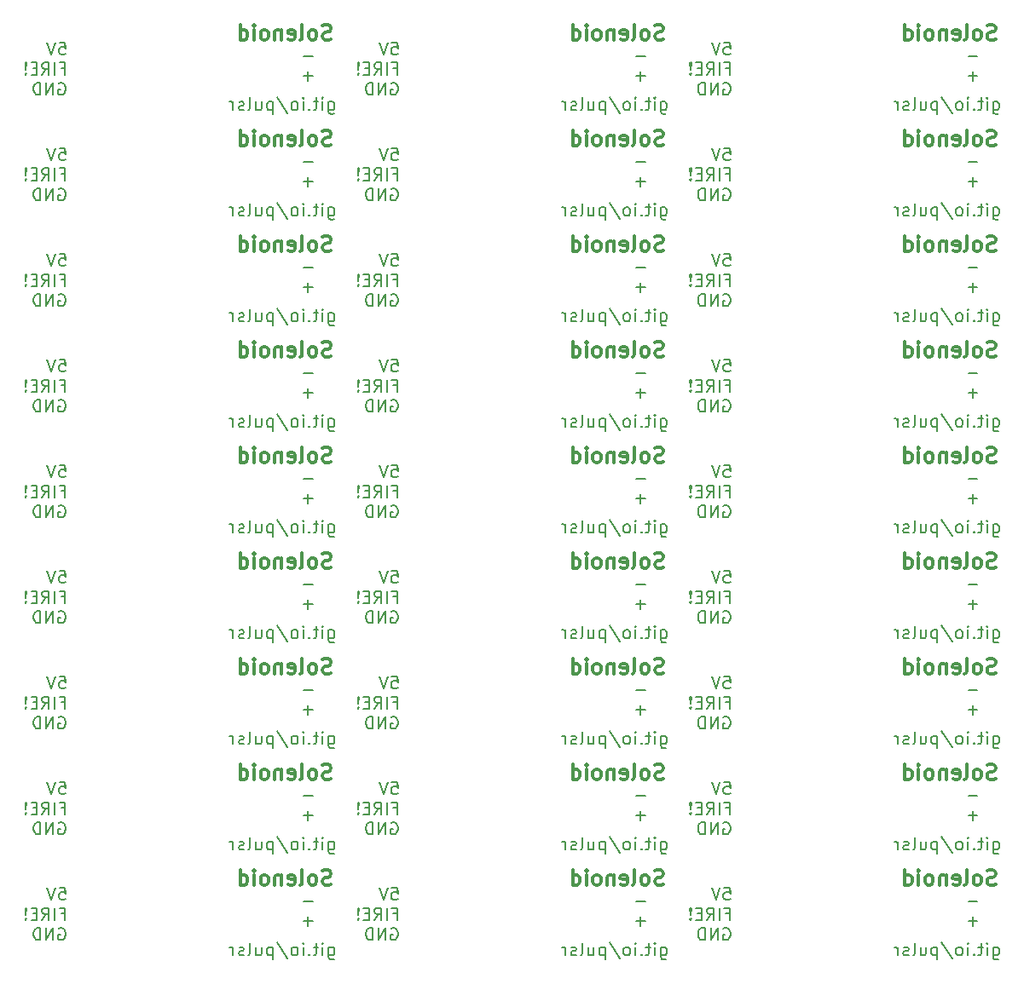
<source format=gbr>
G04 #@! TF.GenerationSoftware,KiCad,Pcbnew,(5.1.2)-2*
G04 #@! TF.CreationDate,2019-09-09T20:55:07+02:00*
G04 #@! TF.ProjectId,solenoid-board-panel,736f6c65-6e6f-4696-942d-626f6172642d,rev?*
G04 #@! TF.SameCoordinates,Original*
G04 #@! TF.FileFunction,Legend,Bot*
G04 #@! TF.FilePolarity,Positive*
%FSLAX46Y46*%
G04 Gerber Fmt 4.6, Leading zero omitted, Abs format (unit mm)*
G04 Created by KiCad (PCBNEW (5.1.2)-2) date 2019-09-09 20:55:07*
%MOMM*%
%LPD*%
G04 APERTURE LIST*
%ADD10C,0.200000*%
%ADD11C,0.300000*%
G04 APERTURE END LIST*
D10*
X80012857Y-96592857D02*
X80584285Y-96592857D01*
X80641428Y-97164285D01*
X80584285Y-97107142D01*
X80470000Y-97050000D01*
X80184285Y-97050000D01*
X80070000Y-97107142D01*
X80012857Y-97164285D01*
X79955714Y-97278571D01*
X79955714Y-97564285D01*
X80012857Y-97678571D01*
X80070000Y-97735714D01*
X80184285Y-97792857D01*
X80470000Y-97792857D01*
X80584285Y-97735714D01*
X80641428Y-97678571D01*
X79612857Y-96592857D02*
X79212857Y-97792857D01*
X78812857Y-96592857D01*
X80184285Y-99164285D02*
X80584285Y-99164285D01*
X80584285Y-99792857D02*
X80584285Y-98592857D01*
X80012857Y-98592857D01*
X79555714Y-99792857D02*
X79555714Y-98592857D01*
X78298571Y-99792857D02*
X78698571Y-99221428D01*
X78984285Y-99792857D02*
X78984285Y-98592857D01*
X78527142Y-98592857D01*
X78412857Y-98650000D01*
X78355714Y-98707142D01*
X78298571Y-98821428D01*
X78298571Y-98992857D01*
X78355714Y-99107142D01*
X78412857Y-99164285D01*
X78527142Y-99221428D01*
X78984285Y-99221428D01*
X77784285Y-99164285D02*
X77384285Y-99164285D01*
X77212857Y-99792857D02*
X77784285Y-99792857D01*
X77784285Y-98592857D01*
X77212857Y-98592857D01*
X76698571Y-99678571D02*
X76641428Y-99735714D01*
X76698571Y-99792857D01*
X76755714Y-99735714D01*
X76698571Y-99678571D01*
X76698571Y-99792857D01*
X76698571Y-99335714D02*
X76755714Y-98650000D01*
X76698571Y-98592857D01*
X76641428Y-98650000D01*
X76698571Y-99335714D01*
X76698571Y-98592857D01*
X79955714Y-100650000D02*
X80070000Y-100592857D01*
X80241428Y-100592857D01*
X80412857Y-100650000D01*
X80527142Y-100764285D01*
X80584285Y-100878571D01*
X80641428Y-101107142D01*
X80641428Y-101278571D01*
X80584285Y-101507142D01*
X80527142Y-101621428D01*
X80412857Y-101735714D01*
X80241428Y-101792857D01*
X80127142Y-101792857D01*
X79955714Y-101735714D01*
X79898571Y-101678571D01*
X79898571Y-101278571D01*
X80127142Y-101278571D01*
X79384285Y-101792857D02*
X79384285Y-100592857D01*
X78698571Y-101792857D01*
X78698571Y-100592857D01*
X78127142Y-101792857D02*
X78127142Y-100592857D01*
X77841428Y-100592857D01*
X77670000Y-100650000D01*
X77555714Y-100764285D01*
X77498571Y-100878571D01*
X77441428Y-101107142D01*
X77441428Y-101278571D01*
X77498571Y-101507142D01*
X77555714Y-101621428D01*
X77670000Y-101735714D01*
X77841428Y-101792857D01*
X78127142Y-101792857D01*
X47012857Y-96592857D02*
X47584285Y-96592857D01*
X47641428Y-97164285D01*
X47584285Y-97107142D01*
X47470000Y-97050000D01*
X47184285Y-97050000D01*
X47070000Y-97107142D01*
X47012857Y-97164285D01*
X46955714Y-97278571D01*
X46955714Y-97564285D01*
X47012857Y-97678571D01*
X47070000Y-97735714D01*
X47184285Y-97792857D01*
X47470000Y-97792857D01*
X47584285Y-97735714D01*
X47641428Y-97678571D01*
X46612857Y-96592857D02*
X46212857Y-97792857D01*
X45812857Y-96592857D01*
X47184285Y-99164285D02*
X47584285Y-99164285D01*
X47584285Y-99792857D02*
X47584285Y-98592857D01*
X47012857Y-98592857D01*
X46555714Y-99792857D02*
X46555714Y-98592857D01*
X45298571Y-99792857D02*
X45698571Y-99221428D01*
X45984285Y-99792857D02*
X45984285Y-98592857D01*
X45527142Y-98592857D01*
X45412857Y-98650000D01*
X45355714Y-98707142D01*
X45298571Y-98821428D01*
X45298571Y-98992857D01*
X45355714Y-99107142D01*
X45412857Y-99164285D01*
X45527142Y-99221428D01*
X45984285Y-99221428D01*
X44784285Y-99164285D02*
X44384285Y-99164285D01*
X44212857Y-99792857D02*
X44784285Y-99792857D01*
X44784285Y-98592857D01*
X44212857Y-98592857D01*
X43698571Y-99678571D02*
X43641428Y-99735714D01*
X43698571Y-99792857D01*
X43755714Y-99735714D01*
X43698571Y-99678571D01*
X43698571Y-99792857D01*
X43698571Y-99335714D02*
X43755714Y-98650000D01*
X43698571Y-98592857D01*
X43641428Y-98650000D01*
X43698571Y-99335714D01*
X43698571Y-98592857D01*
X46955714Y-100650000D02*
X47070000Y-100592857D01*
X47241428Y-100592857D01*
X47412857Y-100650000D01*
X47527142Y-100764285D01*
X47584285Y-100878571D01*
X47641428Y-101107142D01*
X47641428Y-101278571D01*
X47584285Y-101507142D01*
X47527142Y-101621428D01*
X47412857Y-101735714D01*
X47241428Y-101792857D01*
X47127142Y-101792857D01*
X46955714Y-101735714D01*
X46898571Y-101678571D01*
X46898571Y-101278571D01*
X47127142Y-101278571D01*
X46384285Y-101792857D02*
X46384285Y-100592857D01*
X45698571Y-101792857D01*
X45698571Y-100592857D01*
X45127142Y-101792857D02*
X45127142Y-100592857D01*
X44841428Y-100592857D01*
X44670000Y-100650000D01*
X44555714Y-100764285D01*
X44498571Y-100878571D01*
X44441428Y-101107142D01*
X44441428Y-101278571D01*
X44498571Y-101507142D01*
X44555714Y-101621428D01*
X44670000Y-101735714D01*
X44841428Y-101792857D01*
X45127142Y-101792857D01*
X14012857Y-96592857D02*
X14584285Y-96592857D01*
X14641428Y-97164285D01*
X14584285Y-97107142D01*
X14470000Y-97050000D01*
X14184285Y-97050000D01*
X14070000Y-97107142D01*
X14012857Y-97164285D01*
X13955714Y-97278571D01*
X13955714Y-97564285D01*
X14012857Y-97678571D01*
X14070000Y-97735714D01*
X14184285Y-97792857D01*
X14470000Y-97792857D01*
X14584285Y-97735714D01*
X14641428Y-97678571D01*
X13612857Y-96592857D02*
X13212857Y-97792857D01*
X12812857Y-96592857D01*
X14184285Y-99164285D02*
X14584285Y-99164285D01*
X14584285Y-99792857D02*
X14584285Y-98592857D01*
X14012857Y-98592857D01*
X13555714Y-99792857D02*
X13555714Y-98592857D01*
X12298571Y-99792857D02*
X12698571Y-99221428D01*
X12984285Y-99792857D02*
X12984285Y-98592857D01*
X12527142Y-98592857D01*
X12412857Y-98650000D01*
X12355714Y-98707142D01*
X12298571Y-98821428D01*
X12298571Y-98992857D01*
X12355714Y-99107142D01*
X12412857Y-99164285D01*
X12527142Y-99221428D01*
X12984285Y-99221428D01*
X11784285Y-99164285D02*
X11384285Y-99164285D01*
X11212857Y-99792857D02*
X11784285Y-99792857D01*
X11784285Y-98592857D01*
X11212857Y-98592857D01*
X10698571Y-99678571D02*
X10641428Y-99735714D01*
X10698571Y-99792857D01*
X10755714Y-99735714D01*
X10698571Y-99678571D01*
X10698571Y-99792857D01*
X10698571Y-99335714D02*
X10755714Y-98650000D01*
X10698571Y-98592857D01*
X10641428Y-98650000D01*
X10698571Y-99335714D01*
X10698571Y-98592857D01*
X13955714Y-100650000D02*
X14070000Y-100592857D01*
X14241428Y-100592857D01*
X14412857Y-100650000D01*
X14527142Y-100764285D01*
X14584285Y-100878571D01*
X14641428Y-101107142D01*
X14641428Y-101278571D01*
X14584285Y-101507142D01*
X14527142Y-101621428D01*
X14412857Y-101735714D01*
X14241428Y-101792857D01*
X14127142Y-101792857D01*
X13955714Y-101735714D01*
X13898571Y-101678571D01*
X13898571Y-101278571D01*
X14127142Y-101278571D01*
X13384285Y-101792857D02*
X13384285Y-100592857D01*
X12698571Y-101792857D01*
X12698571Y-100592857D01*
X12127142Y-101792857D02*
X12127142Y-100592857D01*
X11841428Y-100592857D01*
X11670000Y-100650000D01*
X11555714Y-100764285D01*
X11498571Y-100878571D01*
X11441428Y-101107142D01*
X11441428Y-101278571D01*
X11498571Y-101507142D01*
X11555714Y-101621428D01*
X11670000Y-101735714D01*
X11841428Y-101792857D01*
X12127142Y-101792857D01*
X80012857Y-86092857D02*
X80584285Y-86092857D01*
X80641428Y-86664285D01*
X80584285Y-86607142D01*
X80470000Y-86550000D01*
X80184285Y-86550000D01*
X80070000Y-86607142D01*
X80012857Y-86664285D01*
X79955714Y-86778571D01*
X79955714Y-87064285D01*
X80012857Y-87178571D01*
X80070000Y-87235714D01*
X80184285Y-87292857D01*
X80470000Y-87292857D01*
X80584285Y-87235714D01*
X80641428Y-87178571D01*
X79612857Y-86092857D02*
X79212857Y-87292857D01*
X78812857Y-86092857D01*
X80184285Y-88664285D02*
X80584285Y-88664285D01*
X80584285Y-89292857D02*
X80584285Y-88092857D01*
X80012857Y-88092857D01*
X79555714Y-89292857D02*
X79555714Y-88092857D01*
X78298571Y-89292857D02*
X78698571Y-88721428D01*
X78984285Y-89292857D02*
X78984285Y-88092857D01*
X78527142Y-88092857D01*
X78412857Y-88150000D01*
X78355714Y-88207142D01*
X78298571Y-88321428D01*
X78298571Y-88492857D01*
X78355714Y-88607142D01*
X78412857Y-88664285D01*
X78527142Y-88721428D01*
X78984285Y-88721428D01*
X77784285Y-88664285D02*
X77384285Y-88664285D01*
X77212857Y-89292857D02*
X77784285Y-89292857D01*
X77784285Y-88092857D01*
X77212857Y-88092857D01*
X76698571Y-89178571D02*
X76641428Y-89235714D01*
X76698571Y-89292857D01*
X76755714Y-89235714D01*
X76698571Y-89178571D01*
X76698571Y-89292857D01*
X76698571Y-88835714D02*
X76755714Y-88150000D01*
X76698571Y-88092857D01*
X76641428Y-88150000D01*
X76698571Y-88835714D01*
X76698571Y-88092857D01*
X79955714Y-90150000D02*
X80070000Y-90092857D01*
X80241428Y-90092857D01*
X80412857Y-90150000D01*
X80527142Y-90264285D01*
X80584285Y-90378571D01*
X80641428Y-90607142D01*
X80641428Y-90778571D01*
X80584285Y-91007142D01*
X80527142Y-91121428D01*
X80412857Y-91235714D01*
X80241428Y-91292857D01*
X80127142Y-91292857D01*
X79955714Y-91235714D01*
X79898571Y-91178571D01*
X79898571Y-90778571D01*
X80127142Y-90778571D01*
X79384285Y-91292857D02*
X79384285Y-90092857D01*
X78698571Y-91292857D01*
X78698571Y-90092857D01*
X78127142Y-91292857D02*
X78127142Y-90092857D01*
X77841428Y-90092857D01*
X77670000Y-90150000D01*
X77555714Y-90264285D01*
X77498571Y-90378571D01*
X77441428Y-90607142D01*
X77441428Y-90778571D01*
X77498571Y-91007142D01*
X77555714Y-91121428D01*
X77670000Y-91235714D01*
X77841428Y-91292857D01*
X78127142Y-91292857D01*
X47012857Y-86092857D02*
X47584285Y-86092857D01*
X47641428Y-86664285D01*
X47584285Y-86607142D01*
X47470000Y-86550000D01*
X47184285Y-86550000D01*
X47070000Y-86607142D01*
X47012857Y-86664285D01*
X46955714Y-86778571D01*
X46955714Y-87064285D01*
X47012857Y-87178571D01*
X47070000Y-87235714D01*
X47184285Y-87292857D01*
X47470000Y-87292857D01*
X47584285Y-87235714D01*
X47641428Y-87178571D01*
X46612857Y-86092857D02*
X46212857Y-87292857D01*
X45812857Y-86092857D01*
X47184285Y-88664285D02*
X47584285Y-88664285D01*
X47584285Y-89292857D02*
X47584285Y-88092857D01*
X47012857Y-88092857D01*
X46555714Y-89292857D02*
X46555714Y-88092857D01*
X45298571Y-89292857D02*
X45698571Y-88721428D01*
X45984285Y-89292857D02*
X45984285Y-88092857D01*
X45527142Y-88092857D01*
X45412857Y-88150000D01*
X45355714Y-88207142D01*
X45298571Y-88321428D01*
X45298571Y-88492857D01*
X45355714Y-88607142D01*
X45412857Y-88664285D01*
X45527142Y-88721428D01*
X45984285Y-88721428D01*
X44784285Y-88664285D02*
X44384285Y-88664285D01*
X44212857Y-89292857D02*
X44784285Y-89292857D01*
X44784285Y-88092857D01*
X44212857Y-88092857D01*
X43698571Y-89178571D02*
X43641428Y-89235714D01*
X43698571Y-89292857D01*
X43755714Y-89235714D01*
X43698571Y-89178571D01*
X43698571Y-89292857D01*
X43698571Y-88835714D02*
X43755714Y-88150000D01*
X43698571Y-88092857D01*
X43641428Y-88150000D01*
X43698571Y-88835714D01*
X43698571Y-88092857D01*
X46955714Y-90150000D02*
X47070000Y-90092857D01*
X47241428Y-90092857D01*
X47412857Y-90150000D01*
X47527142Y-90264285D01*
X47584285Y-90378571D01*
X47641428Y-90607142D01*
X47641428Y-90778571D01*
X47584285Y-91007142D01*
X47527142Y-91121428D01*
X47412857Y-91235714D01*
X47241428Y-91292857D01*
X47127142Y-91292857D01*
X46955714Y-91235714D01*
X46898571Y-91178571D01*
X46898571Y-90778571D01*
X47127142Y-90778571D01*
X46384285Y-91292857D02*
X46384285Y-90092857D01*
X45698571Y-91292857D01*
X45698571Y-90092857D01*
X45127142Y-91292857D02*
X45127142Y-90092857D01*
X44841428Y-90092857D01*
X44670000Y-90150000D01*
X44555714Y-90264285D01*
X44498571Y-90378571D01*
X44441428Y-90607142D01*
X44441428Y-90778571D01*
X44498571Y-91007142D01*
X44555714Y-91121428D01*
X44670000Y-91235714D01*
X44841428Y-91292857D01*
X45127142Y-91292857D01*
X14012857Y-86092857D02*
X14584285Y-86092857D01*
X14641428Y-86664285D01*
X14584285Y-86607142D01*
X14470000Y-86550000D01*
X14184285Y-86550000D01*
X14070000Y-86607142D01*
X14012857Y-86664285D01*
X13955714Y-86778571D01*
X13955714Y-87064285D01*
X14012857Y-87178571D01*
X14070000Y-87235714D01*
X14184285Y-87292857D01*
X14470000Y-87292857D01*
X14584285Y-87235714D01*
X14641428Y-87178571D01*
X13612857Y-86092857D02*
X13212857Y-87292857D01*
X12812857Y-86092857D01*
X14184285Y-88664285D02*
X14584285Y-88664285D01*
X14584285Y-89292857D02*
X14584285Y-88092857D01*
X14012857Y-88092857D01*
X13555714Y-89292857D02*
X13555714Y-88092857D01*
X12298571Y-89292857D02*
X12698571Y-88721428D01*
X12984285Y-89292857D02*
X12984285Y-88092857D01*
X12527142Y-88092857D01*
X12412857Y-88150000D01*
X12355714Y-88207142D01*
X12298571Y-88321428D01*
X12298571Y-88492857D01*
X12355714Y-88607142D01*
X12412857Y-88664285D01*
X12527142Y-88721428D01*
X12984285Y-88721428D01*
X11784285Y-88664285D02*
X11384285Y-88664285D01*
X11212857Y-89292857D02*
X11784285Y-89292857D01*
X11784285Y-88092857D01*
X11212857Y-88092857D01*
X10698571Y-89178571D02*
X10641428Y-89235714D01*
X10698571Y-89292857D01*
X10755714Y-89235714D01*
X10698571Y-89178571D01*
X10698571Y-89292857D01*
X10698571Y-88835714D02*
X10755714Y-88150000D01*
X10698571Y-88092857D01*
X10641428Y-88150000D01*
X10698571Y-88835714D01*
X10698571Y-88092857D01*
X13955714Y-90150000D02*
X14070000Y-90092857D01*
X14241428Y-90092857D01*
X14412857Y-90150000D01*
X14527142Y-90264285D01*
X14584285Y-90378571D01*
X14641428Y-90607142D01*
X14641428Y-90778571D01*
X14584285Y-91007142D01*
X14527142Y-91121428D01*
X14412857Y-91235714D01*
X14241428Y-91292857D01*
X14127142Y-91292857D01*
X13955714Y-91235714D01*
X13898571Y-91178571D01*
X13898571Y-90778571D01*
X14127142Y-90778571D01*
X13384285Y-91292857D02*
X13384285Y-90092857D01*
X12698571Y-91292857D01*
X12698571Y-90092857D01*
X12127142Y-91292857D02*
X12127142Y-90092857D01*
X11841428Y-90092857D01*
X11670000Y-90150000D01*
X11555714Y-90264285D01*
X11498571Y-90378571D01*
X11441428Y-90607142D01*
X11441428Y-90778571D01*
X11498571Y-91007142D01*
X11555714Y-91121428D01*
X11670000Y-91235714D01*
X11841428Y-91292857D01*
X12127142Y-91292857D01*
X80012857Y-75592857D02*
X80584285Y-75592857D01*
X80641428Y-76164285D01*
X80584285Y-76107142D01*
X80470000Y-76050000D01*
X80184285Y-76050000D01*
X80070000Y-76107142D01*
X80012857Y-76164285D01*
X79955714Y-76278571D01*
X79955714Y-76564285D01*
X80012857Y-76678571D01*
X80070000Y-76735714D01*
X80184285Y-76792857D01*
X80470000Y-76792857D01*
X80584285Y-76735714D01*
X80641428Y-76678571D01*
X79612857Y-75592857D02*
X79212857Y-76792857D01*
X78812857Y-75592857D01*
X80184285Y-78164285D02*
X80584285Y-78164285D01*
X80584285Y-78792857D02*
X80584285Y-77592857D01*
X80012857Y-77592857D01*
X79555714Y-78792857D02*
X79555714Y-77592857D01*
X78298571Y-78792857D02*
X78698571Y-78221428D01*
X78984285Y-78792857D02*
X78984285Y-77592857D01*
X78527142Y-77592857D01*
X78412857Y-77650000D01*
X78355714Y-77707142D01*
X78298571Y-77821428D01*
X78298571Y-77992857D01*
X78355714Y-78107142D01*
X78412857Y-78164285D01*
X78527142Y-78221428D01*
X78984285Y-78221428D01*
X77784285Y-78164285D02*
X77384285Y-78164285D01*
X77212857Y-78792857D02*
X77784285Y-78792857D01*
X77784285Y-77592857D01*
X77212857Y-77592857D01*
X76698571Y-78678571D02*
X76641428Y-78735714D01*
X76698571Y-78792857D01*
X76755714Y-78735714D01*
X76698571Y-78678571D01*
X76698571Y-78792857D01*
X76698571Y-78335714D02*
X76755714Y-77650000D01*
X76698571Y-77592857D01*
X76641428Y-77650000D01*
X76698571Y-78335714D01*
X76698571Y-77592857D01*
X79955714Y-79650000D02*
X80070000Y-79592857D01*
X80241428Y-79592857D01*
X80412857Y-79650000D01*
X80527142Y-79764285D01*
X80584285Y-79878571D01*
X80641428Y-80107142D01*
X80641428Y-80278571D01*
X80584285Y-80507142D01*
X80527142Y-80621428D01*
X80412857Y-80735714D01*
X80241428Y-80792857D01*
X80127142Y-80792857D01*
X79955714Y-80735714D01*
X79898571Y-80678571D01*
X79898571Y-80278571D01*
X80127142Y-80278571D01*
X79384285Y-80792857D02*
X79384285Y-79592857D01*
X78698571Y-80792857D01*
X78698571Y-79592857D01*
X78127142Y-80792857D02*
X78127142Y-79592857D01*
X77841428Y-79592857D01*
X77670000Y-79650000D01*
X77555714Y-79764285D01*
X77498571Y-79878571D01*
X77441428Y-80107142D01*
X77441428Y-80278571D01*
X77498571Y-80507142D01*
X77555714Y-80621428D01*
X77670000Y-80735714D01*
X77841428Y-80792857D01*
X78127142Y-80792857D01*
X47012857Y-75592857D02*
X47584285Y-75592857D01*
X47641428Y-76164285D01*
X47584285Y-76107142D01*
X47470000Y-76050000D01*
X47184285Y-76050000D01*
X47070000Y-76107142D01*
X47012857Y-76164285D01*
X46955714Y-76278571D01*
X46955714Y-76564285D01*
X47012857Y-76678571D01*
X47070000Y-76735714D01*
X47184285Y-76792857D01*
X47470000Y-76792857D01*
X47584285Y-76735714D01*
X47641428Y-76678571D01*
X46612857Y-75592857D02*
X46212857Y-76792857D01*
X45812857Y-75592857D01*
X47184285Y-78164285D02*
X47584285Y-78164285D01*
X47584285Y-78792857D02*
X47584285Y-77592857D01*
X47012857Y-77592857D01*
X46555714Y-78792857D02*
X46555714Y-77592857D01*
X45298571Y-78792857D02*
X45698571Y-78221428D01*
X45984285Y-78792857D02*
X45984285Y-77592857D01*
X45527142Y-77592857D01*
X45412857Y-77650000D01*
X45355714Y-77707142D01*
X45298571Y-77821428D01*
X45298571Y-77992857D01*
X45355714Y-78107142D01*
X45412857Y-78164285D01*
X45527142Y-78221428D01*
X45984285Y-78221428D01*
X44784285Y-78164285D02*
X44384285Y-78164285D01*
X44212857Y-78792857D02*
X44784285Y-78792857D01*
X44784285Y-77592857D01*
X44212857Y-77592857D01*
X43698571Y-78678571D02*
X43641428Y-78735714D01*
X43698571Y-78792857D01*
X43755714Y-78735714D01*
X43698571Y-78678571D01*
X43698571Y-78792857D01*
X43698571Y-78335714D02*
X43755714Y-77650000D01*
X43698571Y-77592857D01*
X43641428Y-77650000D01*
X43698571Y-78335714D01*
X43698571Y-77592857D01*
X46955714Y-79650000D02*
X47070000Y-79592857D01*
X47241428Y-79592857D01*
X47412857Y-79650000D01*
X47527142Y-79764285D01*
X47584285Y-79878571D01*
X47641428Y-80107142D01*
X47641428Y-80278571D01*
X47584285Y-80507142D01*
X47527142Y-80621428D01*
X47412857Y-80735714D01*
X47241428Y-80792857D01*
X47127142Y-80792857D01*
X46955714Y-80735714D01*
X46898571Y-80678571D01*
X46898571Y-80278571D01*
X47127142Y-80278571D01*
X46384285Y-80792857D02*
X46384285Y-79592857D01*
X45698571Y-80792857D01*
X45698571Y-79592857D01*
X45127142Y-80792857D02*
X45127142Y-79592857D01*
X44841428Y-79592857D01*
X44670000Y-79650000D01*
X44555714Y-79764285D01*
X44498571Y-79878571D01*
X44441428Y-80107142D01*
X44441428Y-80278571D01*
X44498571Y-80507142D01*
X44555714Y-80621428D01*
X44670000Y-80735714D01*
X44841428Y-80792857D01*
X45127142Y-80792857D01*
X14012857Y-75592857D02*
X14584285Y-75592857D01*
X14641428Y-76164285D01*
X14584285Y-76107142D01*
X14470000Y-76050000D01*
X14184285Y-76050000D01*
X14070000Y-76107142D01*
X14012857Y-76164285D01*
X13955714Y-76278571D01*
X13955714Y-76564285D01*
X14012857Y-76678571D01*
X14070000Y-76735714D01*
X14184285Y-76792857D01*
X14470000Y-76792857D01*
X14584285Y-76735714D01*
X14641428Y-76678571D01*
X13612857Y-75592857D02*
X13212857Y-76792857D01*
X12812857Y-75592857D01*
X14184285Y-78164285D02*
X14584285Y-78164285D01*
X14584285Y-78792857D02*
X14584285Y-77592857D01*
X14012857Y-77592857D01*
X13555714Y-78792857D02*
X13555714Y-77592857D01*
X12298571Y-78792857D02*
X12698571Y-78221428D01*
X12984285Y-78792857D02*
X12984285Y-77592857D01*
X12527142Y-77592857D01*
X12412857Y-77650000D01*
X12355714Y-77707142D01*
X12298571Y-77821428D01*
X12298571Y-77992857D01*
X12355714Y-78107142D01*
X12412857Y-78164285D01*
X12527142Y-78221428D01*
X12984285Y-78221428D01*
X11784285Y-78164285D02*
X11384285Y-78164285D01*
X11212857Y-78792857D02*
X11784285Y-78792857D01*
X11784285Y-77592857D01*
X11212857Y-77592857D01*
X10698571Y-78678571D02*
X10641428Y-78735714D01*
X10698571Y-78792857D01*
X10755714Y-78735714D01*
X10698571Y-78678571D01*
X10698571Y-78792857D01*
X10698571Y-78335714D02*
X10755714Y-77650000D01*
X10698571Y-77592857D01*
X10641428Y-77650000D01*
X10698571Y-78335714D01*
X10698571Y-77592857D01*
X13955714Y-79650000D02*
X14070000Y-79592857D01*
X14241428Y-79592857D01*
X14412857Y-79650000D01*
X14527142Y-79764285D01*
X14584285Y-79878571D01*
X14641428Y-80107142D01*
X14641428Y-80278571D01*
X14584285Y-80507142D01*
X14527142Y-80621428D01*
X14412857Y-80735714D01*
X14241428Y-80792857D01*
X14127142Y-80792857D01*
X13955714Y-80735714D01*
X13898571Y-80678571D01*
X13898571Y-80278571D01*
X14127142Y-80278571D01*
X13384285Y-80792857D02*
X13384285Y-79592857D01*
X12698571Y-80792857D01*
X12698571Y-79592857D01*
X12127142Y-80792857D02*
X12127142Y-79592857D01*
X11841428Y-79592857D01*
X11670000Y-79650000D01*
X11555714Y-79764285D01*
X11498571Y-79878571D01*
X11441428Y-80107142D01*
X11441428Y-80278571D01*
X11498571Y-80507142D01*
X11555714Y-80621428D01*
X11670000Y-80735714D01*
X11841428Y-80792857D01*
X12127142Y-80792857D01*
X80012857Y-65092857D02*
X80584285Y-65092857D01*
X80641428Y-65664285D01*
X80584285Y-65607142D01*
X80470000Y-65550000D01*
X80184285Y-65550000D01*
X80070000Y-65607142D01*
X80012857Y-65664285D01*
X79955714Y-65778571D01*
X79955714Y-66064285D01*
X80012857Y-66178571D01*
X80070000Y-66235714D01*
X80184285Y-66292857D01*
X80470000Y-66292857D01*
X80584285Y-66235714D01*
X80641428Y-66178571D01*
X79612857Y-65092857D02*
X79212857Y-66292857D01*
X78812857Y-65092857D01*
X80184285Y-67664285D02*
X80584285Y-67664285D01*
X80584285Y-68292857D02*
X80584285Y-67092857D01*
X80012857Y-67092857D01*
X79555714Y-68292857D02*
X79555714Y-67092857D01*
X78298571Y-68292857D02*
X78698571Y-67721428D01*
X78984285Y-68292857D02*
X78984285Y-67092857D01*
X78527142Y-67092857D01*
X78412857Y-67150000D01*
X78355714Y-67207142D01*
X78298571Y-67321428D01*
X78298571Y-67492857D01*
X78355714Y-67607142D01*
X78412857Y-67664285D01*
X78527142Y-67721428D01*
X78984285Y-67721428D01*
X77784285Y-67664285D02*
X77384285Y-67664285D01*
X77212857Y-68292857D02*
X77784285Y-68292857D01*
X77784285Y-67092857D01*
X77212857Y-67092857D01*
X76698571Y-68178571D02*
X76641428Y-68235714D01*
X76698571Y-68292857D01*
X76755714Y-68235714D01*
X76698571Y-68178571D01*
X76698571Y-68292857D01*
X76698571Y-67835714D02*
X76755714Y-67150000D01*
X76698571Y-67092857D01*
X76641428Y-67150000D01*
X76698571Y-67835714D01*
X76698571Y-67092857D01*
X79955714Y-69150000D02*
X80070000Y-69092857D01*
X80241428Y-69092857D01*
X80412857Y-69150000D01*
X80527142Y-69264285D01*
X80584285Y-69378571D01*
X80641428Y-69607142D01*
X80641428Y-69778571D01*
X80584285Y-70007142D01*
X80527142Y-70121428D01*
X80412857Y-70235714D01*
X80241428Y-70292857D01*
X80127142Y-70292857D01*
X79955714Y-70235714D01*
X79898571Y-70178571D01*
X79898571Y-69778571D01*
X80127142Y-69778571D01*
X79384285Y-70292857D02*
X79384285Y-69092857D01*
X78698571Y-70292857D01*
X78698571Y-69092857D01*
X78127142Y-70292857D02*
X78127142Y-69092857D01*
X77841428Y-69092857D01*
X77670000Y-69150000D01*
X77555714Y-69264285D01*
X77498571Y-69378571D01*
X77441428Y-69607142D01*
X77441428Y-69778571D01*
X77498571Y-70007142D01*
X77555714Y-70121428D01*
X77670000Y-70235714D01*
X77841428Y-70292857D01*
X78127142Y-70292857D01*
X47012857Y-65092857D02*
X47584285Y-65092857D01*
X47641428Y-65664285D01*
X47584285Y-65607142D01*
X47470000Y-65550000D01*
X47184285Y-65550000D01*
X47070000Y-65607142D01*
X47012857Y-65664285D01*
X46955714Y-65778571D01*
X46955714Y-66064285D01*
X47012857Y-66178571D01*
X47070000Y-66235714D01*
X47184285Y-66292857D01*
X47470000Y-66292857D01*
X47584285Y-66235714D01*
X47641428Y-66178571D01*
X46612857Y-65092857D02*
X46212857Y-66292857D01*
X45812857Y-65092857D01*
X47184285Y-67664285D02*
X47584285Y-67664285D01*
X47584285Y-68292857D02*
X47584285Y-67092857D01*
X47012857Y-67092857D01*
X46555714Y-68292857D02*
X46555714Y-67092857D01*
X45298571Y-68292857D02*
X45698571Y-67721428D01*
X45984285Y-68292857D02*
X45984285Y-67092857D01*
X45527142Y-67092857D01*
X45412857Y-67150000D01*
X45355714Y-67207142D01*
X45298571Y-67321428D01*
X45298571Y-67492857D01*
X45355714Y-67607142D01*
X45412857Y-67664285D01*
X45527142Y-67721428D01*
X45984285Y-67721428D01*
X44784285Y-67664285D02*
X44384285Y-67664285D01*
X44212857Y-68292857D02*
X44784285Y-68292857D01*
X44784285Y-67092857D01*
X44212857Y-67092857D01*
X43698571Y-68178571D02*
X43641428Y-68235714D01*
X43698571Y-68292857D01*
X43755714Y-68235714D01*
X43698571Y-68178571D01*
X43698571Y-68292857D01*
X43698571Y-67835714D02*
X43755714Y-67150000D01*
X43698571Y-67092857D01*
X43641428Y-67150000D01*
X43698571Y-67835714D01*
X43698571Y-67092857D01*
X46955714Y-69150000D02*
X47070000Y-69092857D01*
X47241428Y-69092857D01*
X47412857Y-69150000D01*
X47527142Y-69264285D01*
X47584285Y-69378571D01*
X47641428Y-69607142D01*
X47641428Y-69778571D01*
X47584285Y-70007142D01*
X47527142Y-70121428D01*
X47412857Y-70235714D01*
X47241428Y-70292857D01*
X47127142Y-70292857D01*
X46955714Y-70235714D01*
X46898571Y-70178571D01*
X46898571Y-69778571D01*
X47127142Y-69778571D01*
X46384285Y-70292857D02*
X46384285Y-69092857D01*
X45698571Y-70292857D01*
X45698571Y-69092857D01*
X45127142Y-70292857D02*
X45127142Y-69092857D01*
X44841428Y-69092857D01*
X44670000Y-69150000D01*
X44555714Y-69264285D01*
X44498571Y-69378571D01*
X44441428Y-69607142D01*
X44441428Y-69778571D01*
X44498571Y-70007142D01*
X44555714Y-70121428D01*
X44670000Y-70235714D01*
X44841428Y-70292857D01*
X45127142Y-70292857D01*
X14012857Y-65092857D02*
X14584285Y-65092857D01*
X14641428Y-65664285D01*
X14584285Y-65607142D01*
X14470000Y-65550000D01*
X14184285Y-65550000D01*
X14070000Y-65607142D01*
X14012857Y-65664285D01*
X13955714Y-65778571D01*
X13955714Y-66064285D01*
X14012857Y-66178571D01*
X14070000Y-66235714D01*
X14184285Y-66292857D01*
X14470000Y-66292857D01*
X14584285Y-66235714D01*
X14641428Y-66178571D01*
X13612857Y-65092857D02*
X13212857Y-66292857D01*
X12812857Y-65092857D01*
X14184285Y-67664285D02*
X14584285Y-67664285D01*
X14584285Y-68292857D02*
X14584285Y-67092857D01*
X14012857Y-67092857D01*
X13555714Y-68292857D02*
X13555714Y-67092857D01*
X12298571Y-68292857D02*
X12698571Y-67721428D01*
X12984285Y-68292857D02*
X12984285Y-67092857D01*
X12527142Y-67092857D01*
X12412857Y-67150000D01*
X12355714Y-67207142D01*
X12298571Y-67321428D01*
X12298571Y-67492857D01*
X12355714Y-67607142D01*
X12412857Y-67664285D01*
X12527142Y-67721428D01*
X12984285Y-67721428D01*
X11784285Y-67664285D02*
X11384285Y-67664285D01*
X11212857Y-68292857D02*
X11784285Y-68292857D01*
X11784285Y-67092857D01*
X11212857Y-67092857D01*
X10698571Y-68178571D02*
X10641428Y-68235714D01*
X10698571Y-68292857D01*
X10755714Y-68235714D01*
X10698571Y-68178571D01*
X10698571Y-68292857D01*
X10698571Y-67835714D02*
X10755714Y-67150000D01*
X10698571Y-67092857D01*
X10641428Y-67150000D01*
X10698571Y-67835714D01*
X10698571Y-67092857D01*
X13955714Y-69150000D02*
X14070000Y-69092857D01*
X14241428Y-69092857D01*
X14412857Y-69150000D01*
X14527142Y-69264285D01*
X14584285Y-69378571D01*
X14641428Y-69607142D01*
X14641428Y-69778571D01*
X14584285Y-70007142D01*
X14527142Y-70121428D01*
X14412857Y-70235714D01*
X14241428Y-70292857D01*
X14127142Y-70292857D01*
X13955714Y-70235714D01*
X13898571Y-70178571D01*
X13898571Y-69778571D01*
X14127142Y-69778571D01*
X13384285Y-70292857D02*
X13384285Y-69092857D01*
X12698571Y-70292857D01*
X12698571Y-69092857D01*
X12127142Y-70292857D02*
X12127142Y-69092857D01*
X11841428Y-69092857D01*
X11670000Y-69150000D01*
X11555714Y-69264285D01*
X11498571Y-69378571D01*
X11441428Y-69607142D01*
X11441428Y-69778571D01*
X11498571Y-70007142D01*
X11555714Y-70121428D01*
X11670000Y-70235714D01*
X11841428Y-70292857D01*
X12127142Y-70292857D01*
X80012857Y-54592857D02*
X80584285Y-54592857D01*
X80641428Y-55164285D01*
X80584285Y-55107142D01*
X80470000Y-55050000D01*
X80184285Y-55050000D01*
X80070000Y-55107142D01*
X80012857Y-55164285D01*
X79955714Y-55278571D01*
X79955714Y-55564285D01*
X80012857Y-55678571D01*
X80070000Y-55735714D01*
X80184285Y-55792857D01*
X80470000Y-55792857D01*
X80584285Y-55735714D01*
X80641428Y-55678571D01*
X79612857Y-54592857D02*
X79212857Y-55792857D01*
X78812857Y-54592857D01*
X80184285Y-57164285D02*
X80584285Y-57164285D01*
X80584285Y-57792857D02*
X80584285Y-56592857D01*
X80012857Y-56592857D01*
X79555714Y-57792857D02*
X79555714Y-56592857D01*
X78298571Y-57792857D02*
X78698571Y-57221428D01*
X78984285Y-57792857D02*
X78984285Y-56592857D01*
X78527142Y-56592857D01*
X78412857Y-56650000D01*
X78355714Y-56707142D01*
X78298571Y-56821428D01*
X78298571Y-56992857D01*
X78355714Y-57107142D01*
X78412857Y-57164285D01*
X78527142Y-57221428D01*
X78984285Y-57221428D01*
X77784285Y-57164285D02*
X77384285Y-57164285D01*
X77212857Y-57792857D02*
X77784285Y-57792857D01*
X77784285Y-56592857D01*
X77212857Y-56592857D01*
X76698571Y-57678571D02*
X76641428Y-57735714D01*
X76698571Y-57792857D01*
X76755714Y-57735714D01*
X76698571Y-57678571D01*
X76698571Y-57792857D01*
X76698571Y-57335714D02*
X76755714Y-56650000D01*
X76698571Y-56592857D01*
X76641428Y-56650000D01*
X76698571Y-57335714D01*
X76698571Y-56592857D01*
X79955714Y-58650000D02*
X80070000Y-58592857D01*
X80241428Y-58592857D01*
X80412857Y-58650000D01*
X80527142Y-58764285D01*
X80584285Y-58878571D01*
X80641428Y-59107142D01*
X80641428Y-59278571D01*
X80584285Y-59507142D01*
X80527142Y-59621428D01*
X80412857Y-59735714D01*
X80241428Y-59792857D01*
X80127142Y-59792857D01*
X79955714Y-59735714D01*
X79898571Y-59678571D01*
X79898571Y-59278571D01*
X80127142Y-59278571D01*
X79384285Y-59792857D02*
X79384285Y-58592857D01*
X78698571Y-59792857D01*
X78698571Y-58592857D01*
X78127142Y-59792857D02*
X78127142Y-58592857D01*
X77841428Y-58592857D01*
X77670000Y-58650000D01*
X77555714Y-58764285D01*
X77498571Y-58878571D01*
X77441428Y-59107142D01*
X77441428Y-59278571D01*
X77498571Y-59507142D01*
X77555714Y-59621428D01*
X77670000Y-59735714D01*
X77841428Y-59792857D01*
X78127142Y-59792857D01*
X47012857Y-54592857D02*
X47584285Y-54592857D01*
X47641428Y-55164285D01*
X47584285Y-55107142D01*
X47470000Y-55050000D01*
X47184285Y-55050000D01*
X47070000Y-55107142D01*
X47012857Y-55164285D01*
X46955714Y-55278571D01*
X46955714Y-55564285D01*
X47012857Y-55678571D01*
X47070000Y-55735714D01*
X47184285Y-55792857D01*
X47470000Y-55792857D01*
X47584285Y-55735714D01*
X47641428Y-55678571D01*
X46612857Y-54592857D02*
X46212857Y-55792857D01*
X45812857Y-54592857D01*
X47184285Y-57164285D02*
X47584285Y-57164285D01*
X47584285Y-57792857D02*
X47584285Y-56592857D01*
X47012857Y-56592857D01*
X46555714Y-57792857D02*
X46555714Y-56592857D01*
X45298571Y-57792857D02*
X45698571Y-57221428D01*
X45984285Y-57792857D02*
X45984285Y-56592857D01*
X45527142Y-56592857D01*
X45412857Y-56650000D01*
X45355714Y-56707142D01*
X45298571Y-56821428D01*
X45298571Y-56992857D01*
X45355714Y-57107142D01*
X45412857Y-57164285D01*
X45527142Y-57221428D01*
X45984285Y-57221428D01*
X44784285Y-57164285D02*
X44384285Y-57164285D01*
X44212857Y-57792857D02*
X44784285Y-57792857D01*
X44784285Y-56592857D01*
X44212857Y-56592857D01*
X43698571Y-57678571D02*
X43641428Y-57735714D01*
X43698571Y-57792857D01*
X43755714Y-57735714D01*
X43698571Y-57678571D01*
X43698571Y-57792857D01*
X43698571Y-57335714D02*
X43755714Y-56650000D01*
X43698571Y-56592857D01*
X43641428Y-56650000D01*
X43698571Y-57335714D01*
X43698571Y-56592857D01*
X46955714Y-58650000D02*
X47070000Y-58592857D01*
X47241428Y-58592857D01*
X47412857Y-58650000D01*
X47527142Y-58764285D01*
X47584285Y-58878571D01*
X47641428Y-59107142D01*
X47641428Y-59278571D01*
X47584285Y-59507142D01*
X47527142Y-59621428D01*
X47412857Y-59735714D01*
X47241428Y-59792857D01*
X47127142Y-59792857D01*
X46955714Y-59735714D01*
X46898571Y-59678571D01*
X46898571Y-59278571D01*
X47127142Y-59278571D01*
X46384285Y-59792857D02*
X46384285Y-58592857D01*
X45698571Y-59792857D01*
X45698571Y-58592857D01*
X45127142Y-59792857D02*
X45127142Y-58592857D01*
X44841428Y-58592857D01*
X44670000Y-58650000D01*
X44555714Y-58764285D01*
X44498571Y-58878571D01*
X44441428Y-59107142D01*
X44441428Y-59278571D01*
X44498571Y-59507142D01*
X44555714Y-59621428D01*
X44670000Y-59735714D01*
X44841428Y-59792857D01*
X45127142Y-59792857D01*
X14012857Y-54592857D02*
X14584285Y-54592857D01*
X14641428Y-55164285D01*
X14584285Y-55107142D01*
X14470000Y-55050000D01*
X14184285Y-55050000D01*
X14070000Y-55107142D01*
X14012857Y-55164285D01*
X13955714Y-55278571D01*
X13955714Y-55564285D01*
X14012857Y-55678571D01*
X14070000Y-55735714D01*
X14184285Y-55792857D01*
X14470000Y-55792857D01*
X14584285Y-55735714D01*
X14641428Y-55678571D01*
X13612857Y-54592857D02*
X13212857Y-55792857D01*
X12812857Y-54592857D01*
X14184285Y-57164285D02*
X14584285Y-57164285D01*
X14584285Y-57792857D02*
X14584285Y-56592857D01*
X14012857Y-56592857D01*
X13555714Y-57792857D02*
X13555714Y-56592857D01*
X12298571Y-57792857D02*
X12698571Y-57221428D01*
X12984285Y-57792857D02*
X12984285Y-56592857D01*
X12527142Y-56592857D01*
X12412857Y-56650000D01*
X12355714Y-56707142D01*
X12298571Y-56821428D01*
X12298571Y-56992857D01*
X12355714Y-57107142D01*
X12412857Y-57164285D01*
X12527142Y-57221428D01*
X12984285Y-57221428D01*
X11784285Y-57164285D02*
X11384285Y-57164285D01*
X11212857Y-57792857D02*
X11784285Y-57792857D01*
X11784285Y-56592857D01*
X11212857Y-56592857D01*
X10698571Y-57678571D02*
X10641428Y-57735714D01*
X10698571Y-57792857D01*
X10755714Y-57735714D01*
X10698571Y-57678571D01*
X10698571Y-57792857D01*
X10698571Y-57335714D02*
X10755714Y-56650000D01*
X10698571Y-56592857D01*
X10641428Y-56650000D01*
X10698571Y-57335714D01*
X10698571Y-56592857D01*
X13955714Y-58650000D02*
X14070000Y-58592857D01*
X14241428Y-58592857D01*
X14412857Y-58650000D01*
X14527142Y-58764285D01*
X14584285Y-58878571D01*
X14641428Y-59107142D01*
X14641428Y-59278571D01*
X14584285Y-59507142D01*
X14527142Y-59621428D01*
X14412857Y-59735714D01*
X14241428Y-59792857D01*
X14127142Y-59792857D01*
X13955714Y-59735714D01*
X13898571Y-59678571D01*
X13898571Y-59278571D01*
X14127142Y-59278571D01*
X13384285Y-59792857D02*
X13384285Y-58592857D01*
X12698571Y-59792857D01*
X12698571Y-58592857D01*
X12127142Y-59792857D02*
X12127142Y-58592857D01*
X11841428Y-58592857D01*
X11670000Y-58650000D01*
X11555714Y-58764285D01*
X11498571Y-58878571D01*
X11441428Y-59107142D01*
X11441428Y-59278571D01*
X11498571Y-59507142D01*
X11555714Y-59621428D01*
X11670000Y-59735714D01*
X11841428Y-59792857D01*
X12127142Y-59792857D01*
X80012857Y-44092857D02*
X80584285Y-44092857D01*
X80641428Y-44664285D01*
X80584285Y-44607142D01*
X80470000Y-44550000D01*
X80184285Y-44550000D01*
X80070000Y-44607142D01*
X80012857Y-44664285D01*
X79955714Y-44778571D01*
X79955714Y-45064285D01*
X80012857Y-45178571D01*
X80070000Y-45235714D01*
X80184285Y-45292857D01*
X80470000Y-45292857D01*
X80584285Y-45235714D01*
X80641428Y-45178571D01*
X79612857Y-44092857D02*
X79212857Y-45292857D01*
X78812857Y-44092857D01*
X80184285Y-46664285D02*
X80584285Y-46664285D01*
X80584285Y-47292857D02*
X80584285Y-46092857D01*
X80012857Y-46092857D01*
X79555714Y-47292857D02*
X79555714Y-46092857D01*
X78298571Y-47292857D02*
X78698571Y-46721428D01*
X78984285Y-47292857D02*
X78984285Y-46092857D01*
X78527142Y-46092857D01*
X78412857Y-46150000D01*
X78355714Y-46207142D01*
X78298571Y-46321428D01*
X78298571Y-46492857D01*
X78355714Y-46607142D01*
X78412857Y-46664285D01*
X78527142Y-46721428D01*
X78984285Y-46721428D01*
X77784285Y-46664285D02*
X77384285Y-46664285D01*
X77212857Y-47292857D02*
X77784285Y-47292857D01*
X77784285Y-46092857D01*
X77212857Y-46092857D01*
X76698571Y-47178571D02*
X76641428Y-47235714D01*
X76698571Y-47292857D01*
X76755714Y-47235714D01*
X76698571Y-47178571D01*
X76698571Y-47292857D01*
X76698571Y-46835714D02*
X76755714Y-46150000D01*
X76698571Y-46092857D01*
X76641428Y-46150000D01*
X76698571Y-46835714D01*
X76698571Y-46092857D01*
X79955714Y-48150000D02*
X80070000Y-48092857D01*
X80241428Y-48092857D01*
X80412857Y-48150000D01*
X80527142Y-48264285D01*
X80584285Y-48378571D01*
X80641428Y-48607142D01*
X80641428Y-48778571D01*
X80584285Y-49007142D01*
X80527142Y-49121428D01*
X80412857Y-49235714D01*
X80241428Y-49292857D01*
X80127142Y-49292857D01*
X79955714Y-49235714D01*
X79898571Y-49178571D01*
X79898571Y-48778571D01*
X80127142Y-48778571D01*
X79384285Y-49292857D02*
X79384285Y-48092857D01*
X78698571Y-49292857D01*
X78698571Y-48092857D01*
X78127142Y-49292857D02*
X78127142Y-48092857D01*
X77841428Y-48092857D01*
X77670000Y-48150000D01*
X77555714Y-48264285D01*
X77498571Y-48378571D01*
X77441428Y-48607142D01*
X77441428Y-48778571D01*
X77498571Y-49007142D01*
X77555714Y-49121428D01*
X77670000Y-49235714D01*
X77841428Y-49292857D01*
X78127142Y-49292857D01*
X47012857Y-44092857D02*
X47584285Y-44092857D01*
X47641428Y-44664285D01*
X47584285Y-44607142D01*
X47470000Y-44550000D01*
X47184285Y-44550000D01*
X47070000Y-44607142D01*
X47012857Y-44664285D01*
X46955714Y-44778571D01*
X46955714Y-45064285D01*
X47012857Y-45178571D01*
X47070000Y-45235714D01*
X47184285Y-45292857D01*
X47470000Y-45292857D01*
X47584285Y-45235714D01*
X47641428Y-45178571D01*
X46612857Y-44092857D02*
X46212857Y-45292857D01*
X45812857Y-44092857D01*
X47184285Y-46664285D02*
X47584285Y-46664285D01*
X47584285Y-47292857D02*
X47584285Y-46092857D01*
X47012857Y-46092857D01*
X46555714Y-47292857D02*
X46555714Y-46092857D01*
X45298571Y-47292857D02*
X45698571Y-46721428D01*
X45984285Y-47292857D02*
X45984285Y-46092857D01*
X45527142Y-46092857D01*
X45412857Y-46150000D01*
X45355714Y-46207142D01*
X45298571Y-46321428D01*
X45298571Y-46492857D01*
X45355714Y-46607142D01*
X45412857Y-46664285D01*
X45527142Y-46721428D01*
X45984285Y-46721428D01*
X44784285Y-46664285D02*
X44384285Y-46664285D01*
X44212857Y-47292857D02*
X44784285Y-47292857D01*
X44784285Y-46092857D01*
X44212857Y-46092857D01*
X43698571Y-47178571D02*
X43641428Y-47235714D01*
X43698571Y-47292857D01*
X43755714Y-47235714D01*
X43698571Y-47178571D01*
X43698571Y-47292857D01*
X43698571Y-46835714D02*
X43755714Y-46150000D01*
X43698571Y-46092857D01*
X43641428Y-46150000D01*
X43698571Y-46835714D01*
X43698571Y-46092857D01*
X46955714Y-48150000D02*
X47070000Y-48092857D01*
X47241428Y-48092857D01*
X47412857Y-48150000D01*
X47527142Y-48264285D01*
X47584285Y-48378571D01*
X47641428Y-48607142D01*
X47641428Y-48778571D01*
X47584285Y-49007142D01*
X47527142Y-49121428D01*
X47412857Y-49235714D01*
X47241428Y-49292857D01*
X47127142Y-49292857D01*
X46955714Y-49235714D01*
X46898571Y-49178571D01*
X46898571Y-48778571D01*
X47127142Y-48778571D01*
X46384285Y-49292857D02*
X46384285Y-48092857D01*
X45698571Y-49292857D01*
X45698571Y-48092857D01*
X45127142Y-49292857D02*
X45127142Y-48092857D01*
X44841428Y-48092857D01*
X44670000Y-48150000D01*
X44555714Y-48264285D01*
X44498571Y-48378571D01*
X44441428Y-48607142D01*
X44441428Y-48778571D01*
X44498571Y-49007142D01*
X44555714Y-49121428D01*
X44670000Y-49235714D01*
X44841428Y-49292857D01*
X45127142Y-49292857D01*
X14012857Y-44092857D02*
X14584285Y-44092857D01*
X14641428Y-44664285D01*
X14584285Y-44607142D01*
X14470000Y-44550000D01*
X14184285Y-44550000D01*
X14070000Y-44607142D01*
X14012857Y-44664285D01*
X13955714Y-44778571D01*
X13955714Y-45064285D01*
X14012857Y-45178571D01*
X14070000Y-45235714D01*
X14184285Y-45292857D01*
X14470000Y-45292857D01*
X14584285Y-45235714D01*
X14641428Y-45178571D01*
X13612857Y-44092857D02*
X13212857Y-45292857D01*
X12812857Y-44092857D01*
X14184285Y-46664285D02*
X14584285Y-46664285D01*
X14584285Y-47292857D02*
X14584285Y-46092857D01*
X14012857Y-46092857D01*
X13555714Y-47292857D02*
X13555714Y-46092857D01*
X12298571Y-47292857D02*
X12698571Y-46721428D01*
X12984285Y-47292857D02*
X12984285Y-46092857D01*
X12527142Y-46092857D01*
X12412857Y-46150000D01*
X12355714Y-46207142D01*
X12298571Y-46321428D01*
X12298571Y-46492857D01*
X12355714Y-46607142D01*
X12412857Y-46664285D01*
X12527142Y-46721428D01*
X12984285Y-46721428D01*
X11784285Y-46664285D02*
X11384285Y-46664285D01*
X11212857Y-47292857D02*
X11784285Y-47292857D01*
X11784285Y-46092857D01*
X11212857Y-46092857D01*
X10698571Y-47178571D02*
X10641428Y-47235714D01*
X10698571Y-47292857D01*
X10755714Y-47235714D01*
X10698571Y-47178571D01*
X10698571Y-47292857D01*
X10698571Y-46835714D02*
X10755714Y-46150000D01*
X10698571Y-46092857D01*
X10641428Y-46150000D01*
X10698571Y-46835714D01*
X10698571Y-46092857D01*
X13955714Y-48150000D02*
X14070000Y-48092857D01*
X14241428Y-48092857D01*
X14412857Y-48150000D01*
X14527142Y-48264285D01*
X14584285Y-48378571D01*
X14641428Y-48607142D01*
X14641428Y-48778571D01*
X14584285Y-49007142D01*
X14527142Y-49121428D01*
X14412857Y-49235714D01*
X14241428Y-49292857D01*
X14127142Y-49292857D01*
X13955714Y-49235714D01*
X13898571Y-49178571D01*
X13898571Y-48778571D01*
X14127142Y-48778571D01*
X13384285Y-49292857D02*
X13384285Y-48092857D01*
X12698571Y-49292857D01*
X12698571Y-48092857D01*
X12127142Y-49292857D02*
X12127142Y-48092857D01*
X11841428Y-48092857D01*
X11670000Y-48150000D01*
X11555714Y-48264285D01*
X11498571Y-48378571D01*
X11441428Y-48607142D01*
X11441428Y-48778571D01*
X11498571Y-49007142D01*
X11555714Y-49121428D01*
X11670000Y-49235714D01*
X11841428Y-49292857D01*
X12127142Y-49292857D01*
X80012857Y-33592857D02*
X80584285Y-33592857D01*
X80641428Y-34164285D01*
X80584285Y-34107142D01*
X80470000Y-34050000D01*
X80184285Y-34050000D01*
X80070000Y-34107142D01*
X80012857Y-34164285D01*
X79955714Y-34278571D01*
X79955714Y-34564285D01*
X80012857Y-34678571D01*
X80070000Y-34735714D01*
X80184285Y-34792857D01*
X80470000Y-34792857D01*
X80584285Y-34735714D01*
X80641428Y-34678571D01*
X79612857Y-33592857D02*
X79212857Y-34792857D01*
X78812857Y-33592857D01*
X80184285Y-36164285D02*
X80584285Y-36164285D01*
X80584285Y-36792857D02*
X80584285Y-35592857D01*
X80012857Y-35592857D01*
X79555714Y-36792857D02*
X79555714Y-35592857D01*
X78298571Y-36792857D02*
X78698571Y-36221428D01*
X78984285Y-36792857D02*
X78984285Y-35592857D01*
X78527142Y-35592857D01*
X78412857Y-35650000D01*
X78355714Y-35707142D01*
X78298571Y-35821428D01*
X78298571Y-35992857D01*
X78355714Y-36107142D01*
X78412857Y-36164285D01*
X78527142Y-36221428D01*
X78984285Y-36221428D01*
X77784285Y-36164285D02*
X77384285Y-36164285D01*
X77212857Y-36792857D02*
X77784285Y-36792857D01*
X77784285Y-35592857D01*
X77212857Y-35592857D01*
X76698571Y-36678571D02*
X76641428Y-36735714D01*
X76698571Y-36792857D01*
X76755714Y-36735714D01*
X76698571Y-36678571D01*
X76698571Y-36792857D01*
X76698571Y-36335714D02*
X76755714Y-35650000D01*
X76698571Y-35592857D01*
X76641428Y-35650000D01*
X76698571Y-36335714D01*
X76698571Y-35592857D01*
X79955714Y-37650000D02*
X80070000Y-37592857D01*
X80241428Y-37592857D01*
X80412857Y-37650000D01*
X80527142Y-37764285D01*
X80584285Y-37878571D01*
X80641428Y-38107142D01*
X80641428Y-38278571D01*
X80584285Y-38507142D01*
X80527142Y-38621428D01*
X80412857Y-38735714D01*
X80241428Y-38792857D01*
X80127142Y-38792857D01*
X79955714Y-38735714D01*
X79898571Y-38678571D01*
X79898571Y-38278571D01*
X80127142Y-38278571D01*
X79384285Y-38792857D02*
X79384285Y-37592857D01*
X78698571Y-38792857D01*
X78698571Y-37592857D01*
X78127142Y-38792857D02*
X78127142Y-37592857D01*
X77841428Y-37592857D01*
X77670000Y-37650000D01*
X77555714Y-37764285D01*
X77498571Y-37878571D01*
X77441428Y-38107142D01*
X77441428Y-38278571D01*
X77498571Y-38507142D01*
X77555714Y-38621428D01*
X77670000Y-38735714D01*
X77841428Y-38792857D01*
X78127142Y-38792857D01*
X47012857Y-33592857D02*
X47584285Y-33592857D01*
X47641428Y-34164285D01*
X47584285Y-34107142D01*
X47470000Y-34050000D01*
X47184285Y-34050000D01*
X47070000Y-34107142D01*
X47012857Y-34164285D01*
X46955714Y-34278571D01*
X46955714Y-34564285D01*
X47012857Y-34678571D01*
X47070000Y-34735714D01*
X47184285Y-34792857D01*
X47470000Y-34792857D01*
X47584285Y-34735714D01*
X47641428Y-34678571D01*
X46612857Y-33592857D02*
X46212857Y-34792857D01*
X45812857Y-33592857D01*
X47184285Y-36164285D02*
X47584285Y-36164285D01*
X47584285Y-36792857D02*
X47584285Y-35592857D01*
X47012857Y-35592857D01*
X46555714Y-36792857D02*
X46555714Y-35592857D01*
X45298571Y-36792857D02*
X45698571Y-36221428D01*
X45984285Y-36792857D02*
X45984285Y-35592857D01*
X45527142Y-35592857D01*
X45412857Y-35650000D01*
X45355714Y-35707142D01*
X45298571Y-35821428D01*
X45298571Y-35992857D01*
X45355714Y-36107142D01*
X45412857Y-36164285D01*
X45527142Y-36221428D01*
X45984285Y-36221428D01*
X44784285Y-36164285D02*
X44384285Y-36164285D01*
X44212857Y-36792857D02*
X44784285Y-36792857D01*
X44784285Y-35592857D01*
X44212857Y-35592857D01*
X43698571Y-36678571D02*
X43641428Y-36735714D01*
X43698571Y-36792857D01*
X43755714Y-36735714D01*
X43698571Y-36678571D01*
X43698571Y-36792857D01*
X43698571Y-36335714D02*
X43755714Y-35650000D01*
X43698571Y-35592857D01*
X43641428Y-35650000D01*
X43698571Y-36335714D01*
X43698571Y-35592857D01*
X46955714Y-37650000D02*
X47070000Y-37592857D01*
X47241428Y-37592857D01*
X47412857Y-37650000D01*
X47527142Y-37764285D01*
X47584285Y-37878571D01*
X47641428Y-38107142D01*
X47641428Y-38278571D01*
X47584285Y-38507142D01*
X47527142Y-38621428D01*
X47412857Y-38735714D01*
X47241428Y-38792857D01*
X47127142Y-38792857D01*
X46955714Y-38735714D01*
X46898571Y-38678571D01*
X46898571Y-38278571D01*
X47127142Y-38278571D01*
X46384285Y-38792857D02*
X46384285Y-37592857D01*
X45698571Y-38792857D01*
X45698571Y-37592857D01*
X45127142Y-38792857D02*
X45127142Y-37592857D01*
X44841428Y-37592857D01*
X44670000Y-37650000D01*
X44555714Y-37764285D01*
X44498571Y-37878571D01*
X44441428Y-38107142D01*
X44441428Y-38278571D01*
X44498571Y-38507142D01*
X44555714Y-38621428D01*
X44670000Y-38735714D01*
X44841428Y-38792857D01*
X45127142Y-38792857D01*
X14012857Y-33592857D02*
X14584285Y-33592857D01*
X14641428Y-34164285D01*
X14584285Y-34107142D01*
X14470000Y-34050000D01*
X14184285Y-34050000D01*
X14070000Y-34107142D01*
X14012857Y-34164285D01*
X13955714Y-34278571D01*
X13955714Y-34564285D01*
X14012857Y-34678571D01*
X14070000Y-34735714D01*
X14184285Y-34792857D01*
X14470000Y-34792857D01*
X14584285Y-34735714D01*
X14641428Y-34678571D01*
X13612857Y-33592857D02*
X13212857Y-34792857D01*
X12812857Y-33592857D01*
X14184285Y-36164285D02*
X14584285Y-36164285D01*
X14584285Y-36792857D02*
X14584285Y-35592857D01*
X14012857Y-35592857D01*
X13555714Y-36792857D02*
X13555714Y-35592857D01*
X12298571Y-36792857D02*
X12698571Y-36221428D01*
X12984285Y-36792857D02*
X12984285Y-35592857D01*
X12527142Y-35592857D01*
X12412857Y-35650000D01*
X12355714Y-35707142D01*
X12298571Y-35821428D01*
X12298571Y-35992857D01*
X12355714Y-36107142D01*
X12412857Y-36164285D01*
X12527142Y-36221428D01*
X12984285Y-36221428D01*
X11784285Y-36164285D02*
X11384285Y-36164285D01*
X11212857Y-36792857D02*
X11784285Y-36792857D01*
X11784285Y-35592857D01*
X11212857Y-35592857D01*
X10698571Y-36678571D02*
X10641428Y-36735714D01*
X10698571Y-36792857D01*
X10755714Y-36735714D01*
X10698571Y-36678571D01*
X10698571Y-36792857D01*
X10698571Y-36335714D02*
X10755714Y-35650000D01*
X10698571Y-35592857D01*
X10641428Y-35650000D01*
X10698571Y-36335714D01*
X10698571Y-35592857D01*
X13955714Y-37650000D02*
X14070000Y-37592857D01*
X14241428Y-37592857D01*
X14412857Y-37650000D01*
X14527142Y-37764285D01*
X14584285Y-37878571D01*
X14641428Y-38107142D01*
X14641428Y-38278571D01*
X14584285Y-38507142D01*
X14527142Y-38621428D01*
X14412857Y-38735714D01*
X14241428Y-38792857D01*
X14127142Y-38792857D01*
X13955714Y-38735714D01*
X13898571Y-38678571D01*
X13898571Y-38278571D01*
X14127142Y-38278571D01*
X13384285Y-38792857D02*
X13384285Y-37592857D01*
X12698571Y-38792857D01*
X12698571Y-37592857D01*
X12127142Y-38792857D02*
X12127142Y-37592857D01*
X11841428Y-37592857D01*
X11670000Y-37650000D01*
X11555714Y-37764285D01*
X11498571Y-37878571D01*
X11441428Y-38107142D01*
X11441428Y-38278571D01*
X11498571Y-38507142D01*
X11555714Y-38621428D01*
X11670000Y-38735714D01*
X11841428Y-38792857D01*
X12127142Y-38792857D01*
X80012857Y-23092857D02*
X80584285Y-23092857D01*
X80641428Y-23664285D01*
X80584285Y-23607142D01*
X80470000Y-23550000D01*
X80184285Y-23550000D01*
X80070000Y-23607142D01*
X80012857Y-23664285D01*
X79955714Y-23778571D01*
X79955714Y-24064285D01*
X80012857Y-24178571D01*
X80070000Y-24235714D01*
X80184285Y-24292857D01*
X80470000Y-24292857D01*
X80584285Y-24235714D01*
X80641428Y-24178571D01*
X79612857Y-23092857D02*
X79212857Y-24292857D01*
X78812857Y-23092857D01*
X80184285Y-25664285D02*
X80584285Y-25664285D01*
X80584285Y-26292857D02*
X80584285Y-25092857D01*
X80012857Y-25092857D01*
X79555714Y-26292857D02*
X79555714Y-25092857D01*
X78298571Y-26292857D02*
X78698571Y-25721428D01*
X78984285Y-26292857D02*
X78984285Y-25092857D01*
X78527142Y-25092857D01*
X78412857Y-25150000D01*
X78355714Y-25207142D01*
X78298571Y-25321428D01*
X78298571Y-25492857D01*
X78355714Y-25607142D01*
X78412857Y-25664285D01*
X78527142Y-25721428D01*
X78984285Y-25721428D01*
X77784285Y-25664285D02*
X77384285Y-25664285D01*
X77212857Y-26292857D02*
X77784285Y-26292857D01*
X77784285Y-25092857D01*
X77212857Y-25092857D01*
X76698571Y-26178571D02*
X76641428Y-26235714D01*
X76698571Y-26292857D01*
X76755714Y-26235714D01*
X76698571Y-26178571D01*
X76698571Y-26292857D01*
X76698571Y-25835714D02*
X76755714Y-25150000D01*
X76698571Y-25092857D01*
X76641428Y-25150000D01*
X76698571Y-25835714D01*
X76698571Y-25092857D01*
X79955714Y-27150000D02*
X80070000Y-27092857D01*
X80241428Y-27092857D01*
X80412857Y-27150000D01*
X80527142Y-27264285D01*
X80584285Y-27378571D01*
X80641428Y-27607142D01*
X80641428Y-27778571D01*
X80584285Y-28007142D01*
X80527142Y-28121428D01*
X80412857Y-28235714D01*
X80241428Y-28292857D01*
X80127142Y-28292857D01*
X79955714Y-28235714D01*
X79898571Y-28178571D01*
X79898571Y-27778571D01*
X80127142Y-27778571D01*
X79384285Y-28292857D02*
X79384285Y-27092857D01*
X78698571Y-28292857D01*
X78698571Y-27092857D01*
X78127142Y-28292857D02*
X78127142Y-27092857D01*
X77841428Y-27092857D01*
X77670000Y-27150000D01*
X77555714Y-27264285D01*
X77498571Y-27378571D01*
X77441428Y-27607142D01*
X77441428Y-27778571D01*
X77498571Y-28007142D01*
X77555714Y-28121428D01*
X77670000Y-28235714D01*
X77841428Y-28292857D01*
X78127142Y-28292857D01*
X47012857Y-23092857D02*
X47584285Y-23092857D01*
X47641428Y-23664285D01*
X47584285Y-23607142D01*
X47470000Y-23550000D01*
X47184285Y-23550000D01*
X47070000Y-23607142D01*
X47012857Y-23664285D01*
X46955714Y-23778571D01*
X46955714Y-24064285D01*
X47012857Y-24178571D01*
X47070000Y-24235714D01*
X47184285Y-24292857D01*
X47470000Y-24292857D01*
X47584285Y-24235714D01*
X47641428Y-24178571D01*
X46612857Y-23092857D02*
X46212857Y-24292857D01*
X45812857Y-23092857D01*
X47184285Y-25664285D02*
X47584285Y-25664285D01*
X47584285Y-26292857D02*
X47584285Y-25092857D01*
X47012857Y-25092857D01*
X46555714Y-26292857D02*
X46555714Y-25092857D01*
X45298571Y-26292857D02*
X45698571Y-25721428D01*
X45984285Y-26292857D02*
X45984285Y-25092857D01*
X45527142Y-25092857D01*
X45412857Y-25150000D01*
X45355714Y-25207142D01*
X45298571Y-25321428D01*
X45298571Y-25492857D01*
X45355714Y-25607142D01*
X45412857Y-25664285D01*
X45527142Y-25721428D01*
X45984285Y-25721428D01*
X44784285Y-25664285D02*
X44384285Y-25664285D01*
X44212857Y-26292857D02*
X44784285Y-26292857D01*
X44784285Y-25092857D01*
X44212857Y-25092857D01*
X43698571Y-26178571D02*
X43641428Y-26235714D01*
X43698571Y-26292857D01*
X43755714Y-26235714D01*
X43698571Y-26178571D01*
X43698571Y-26292857D01*
X43698571Y-25835714D02*
X43755714Y-25150000D01*
X43698571Y-25092857D01*
X43641428Y-25150000D01*
X43698571Y-25835714D01*
X43698571Y-25092857D01*
X46955714Y-27150000D02*
X47070000Y-27092857D01*
X47241428Y-27092857D01*
X47412857Y-27150000D01*
X47527142Y-27264285D01*
X47584285Y-27378571D01*
X47641428Y-27607142D01*
X47641428Y-27778571D01*
X47584285Y-28007142D01*
X47527142Y-28121428D01*
X47412857Y-28235714D01*
X47241428Y-28292857D01*
X47127142Y-28292857D01*
X46955714Y-28235714D01*
X46898571Y-28178571D01*
X46898571Y-27778571D01*
X47127142Y-27778571D01*
X46384285Y-28292857D02*
X46384285Y-27092857D01*
X45698571Y-28292857D01*
X45698571Y-27092857D01*
X45127142Y-28292857D02*
X45127142Y-27092857D01*
X44841428Y-27092857D01*
X44670000Y-27150000D01*
X44555714Y-27264285D01*
X44498571Y-27378571D01*
X44441428Y-27607142D01*
X44441428Y-27778571D01*
X44498571Y-28007142D01*
X44555714Y-28121428D01*
X44670000Y-28235714D01*
X44841428Y-28292857D01*
X45127142Y-28292857D01*
X14012857Y-23092857D02*
X14584285Y-23092857D01*
X14641428Y-23664285D01*
X14584285Y-23607142D01*
X14470000Y-23550000D01*
X14184285Y-23550000D01*
X14070000Y-23607142D01*
X14012857Y-23664285D01*
X13955714Y-23778571D01*
X13955714Y-24064285D01*
X14012857Y-24178571D01*
X14070000Y-24235714D01*
X14184285Y-24292857D01*
X14470000Y-24292857D01*
X14584285Y-24235714D01*
X14641428Y-24178571D01*
X13612857Y-23092857D02*
X13212857Y-24292857D01*
X12812857Y-23092857D01*
X14184285Y-25664285D02*
X14584285Y-25664285D01*
X14584285Y-26292857D02*
X14584285Y-25092857D01*
X14012857Y-25092857D01*
X13555714Y-26292857D02*
X13555714Y-25092857D01*
X12298571Y-26292857D02*
X12698571Y-25721428D01*
X12984285Y-26292857D02*
X12984285Y-25092857D01*
X12527142Y-25092857D01*
X12412857Y-25150000D01*
X12355714Y-25207142D01*
X12298571Y-25321428D01*
X12298571Y-25492857D01*
X12355714Y-25607142D01*
X12412857Y-25664285D01*
X12527142Y-25721428D01*
X12984285Y-25721428D01*
X11784285Y-25664285D02*
X11384285Y-25664285D01*
X11212857Y-26292857D02*
X11784285Y-26292857D01*
X11784285Y-25092857D01*
X11212857Y-25092857D01*
X10698571Y-26178571D02*
X10641428Y-26235714D01*
X10698571Y-26292857D01*
X10755714Y-26235714D01*
X10698571Y-26178571D01*
X10698571Y-26292857D01*
X10698571Y-25835714D02*
X10755714Y-25150000D01*
X10698571Y-25092857D01*
X10641428Y-25150000D01*
X10698571Y-25835714D01*
X10698571Y-25092857D01*
X13955714Y-27150000D02*
X14070000Y-27092857D01*
X14241428Y-27092857D01*
X14412857Y-27150000D01*
X14527142Y-27264285D01*
X14584285Y-27378571D01*
X14641428Y-27607142D01*
X14641428Y-27778571D01*
X14584285Y-28007142D01*
X14527142Y-28121428D01*
X14412857Y-28235714D01*
X14241428Y-28292857D01*
X14127142Y-28292857D01*
X13955714Y-28235714D01*
X13898571Y-28178571D01*
X13898571Y-27778571D01*
X14127142Y-27778571D01*
X13384285Y-28292857D02*
X13384285Y-27092857D01*
X12698571Y-28292857D01*
X12698571Y-27092857D01*
X12127142Y-28292857D02*
X12127142Y-27092857D01*
X11841428Y-27092857D01*
X11670000Y-27150000D01*
X11555714Y-27264285D01*
X11498571Y-27378571D01*
X11441428Y-27607142D01*
X11441428Y-27778571D01*
X11498571Y-28007142D01*
X11555714Y-28121428D01*
X11670000Y-28235714D01*
X11841428Y-28292857D01*
X12127142Y-28292857D01*
X80012857Y-12592857D02*
X80584285Y-12592857D01*
X80641428Y-13164285D01*
X80584285Y-13107142D01*
X80470000Y-13050000D01*
X80184285Y-13050000D01*
X80070000Y-13107142D01*
X80012857Y-13164285D01*
X79955714Y-13278571D01*
X79955714Y-13564285D01*
X80012857Y-13678571D01*
X80070000Y-13735714D01*
X80184285Y-13792857D01*
X80470000Y-13792857D01*
X80584285Y-13735714D01*
X80641428Y-13678571D01*
X79612857Y-12592857D02*
X79212857Y-13792857D01*
X78812857Y-12592857D01*
X80184285Y-15164285D02*
X80584285Y-15164285D01*
X80584285Y-15792857D02*
X80584285Y-14592857D01*
X80012857Y-14592857D01*
X79555714Y-15792857D02*
X79555714Y-14592857D01*
X78298571Y-15792857D02*
X78698571Y-15221428D01*
X78984285Y-15792857D02*
X78984285Y-14592857D01*
X78527142Y-14592857D01*
X78412857Y-14650000D01*
X78355714Y-14707142D01*
X78298571Y-14821428D01*
X78298571Y-14992857D01*
X78355714Y-15107142D01*
X78412857Y-15164285D01*
X78527142Y-15221428D01*
X78984285Y-15221428D01*
X77784285Y-15164285D02*
X77384285Y-15164285D01*
X77212857Y-15792857D02*
X77784285Y-15792857D01*
X77784285Y-14592857D01*
X77212857Y-14592857D01*
X76698571Y-15678571D02*
X76641428Y-15735714D01*
X76698571Y-15792857D01*
X76755714Y-15735714D01*
X76698571Y-15678571D01*
X76698571Y-15792857D01*
X76698571Y-15335714D02*
X76755714Y-14650000D01*
X76698571Y-14592857D01*
X76641428Y-14650000D01*
X76698571Y-15335714D01*
X76698571Y-14592857D01*
X79955714Y-16650000D02*
X80070000Y-16592857D01*
X80241428Y-16592857D01*
X80412857Y-16650000D01*
X80527142Y-16764285D01*
X80584285Y-16878571D01*
X80641428Y-17107142D01*
X80641428Y-17278571D01*
X80584285Y-17507142D01*
X80527142Y-17621428D01*
X80412857Y-17735714D01*
X80241428Y-17792857D01*
X80127142Y-17792857D01*
X79955714Y-17735714D01*
X79898571Y-17678571D01*
X79898571Y-17278571D01*
X80127142Y-17278571D01*
X79384285Y-17792857D02*
X79384285Y-16592857D01*
X78698571Y-17792857D01*
X78698571Y-16592857D01*
X78127142Y-17792857D02*
X78127142Y-16592857D01*
X77841428Y-16592857D01*
X77670000Y-16650000D01*
X77555714Y-16764285D01*
X77498571Y-16878571D01*
X77441428Y-17107142D01*
X77441428Y-17278571D01*
X77498571Y-17507142D01*
X77555714Y-17621428D01*
X77670000Y-17735714D01*
X77841428Y-17792857D01*
X78127142Y-17792857D01*
X47012857Y-12592857D02*
X47584285Y-12592857D01*
X47641428Y-13164285D01*
X47584285Y-13107142D01*
X47470000Y-13050000D01*
X47184285Y-13050000D01*
X47070000Y-13107142D01*
X47012857Y-13164285D01*
X46955714Y-13278571D01*
X46955714Y-13564285D01*
X47012857Y-13678571D01*
X47070000Y-13735714D01*
X47184285Y-13792857D01*
X47470000Y-13792857D01*
X47584285Y-13735714D01*
X47641428Y-13678571D01*
X46612857Y-12592857D02*
X46212857Y-13792857D01*
X45812857Y-12592857D01*
X47184285Y-15164285D02*
X47584285Y-15164285D01*
X47584285Y-15792857D02*
X47584285Y-14592857D01*
X47012857Y-14592857D01*
X46555714Y-15792857D02*
X46555714Y-14592857D01*
X45298571Y-15792857D02*
X45698571Y-15221428D01*
X45984285Y-15792857D02*
X45984285Y-14592857D01*
X45527142Y-14592857D01*
X45412857Y-14650000D01*
X45355714Y-14707142D01*
X45298571Y-14821428D01*
X45298571Y-14992857D01*
X45355714Y-15107142D01*
X45412857Y-15164285D01*
X45527142Y-15221428D01*
X45984285Y-15221428D01*
X44784285Y-15164285D02*
X44384285Y-15164285D01*
X44212857Y-15792857D02*
X44784285Y-15792857D01*
X44784285Y-14592857D01*
X44212857Y-14592857D01*
X43698571Y-15678571D02*
X43641428Y-15735714D01*
X43698571Y-15792857D01*
X43755714Y-15735714D01*
X43698571Y-15678571D01*
X43698571Y-15792857D01*
X43698571Y-15335714D02*
X43755714Y-14650000D01*
X43698571Y-14592857D01*
X43641428Y-14650000D01*
X43698571Y-15335714D01*
X43698571Y-14592857D01*
X46955714Y-16650000D02*
X47070000Y-16592857D01*
X47241428Y-16592857D01*
X47412857Y-16650000D01*
X47527142Y-16764285D01*
X47584285Y-16878571D01*
X47641428Y-17107142D01*
X47641428Y-17278571D01*
X47584285Y-17507142D01*
X47527142Y-17621428D01*
X47412857Y-17735714D01*
X47241428Y-17792857D01*
X47127142Y-17792857D01*
X46955714Y-17735714D01*
X46898571Y-17678571D01*
X46898571Y-17278571D01*
X47127142Y-17278571D01*
X46384285Y-17792857D02*
X46384285Y-16592857D01*
X45698571Y-17792857D01*
X45698571Y-16592857D01*
X45127142Y-17792857D02*
X45127142Y-16592857D01*
X44841428Y-16592857D01*
X44670000Y-16650000D01*
X44555714Y-16764285D01*
X44498571Y-16878571D01*
X44441428Y-17107142D01*
X44441428Y-17278571D01*
X44498571Y-17507142D01*
X44555714Y-17621428D01*
X44670000Y-17735714D01*
X44841428Y-17792857D01*
X45127142Y-17792857D01*
X105180000Y-97935714D02*
X104265714Y-97935714D01*
X105180000Y-99935714D02*
X104265714Y-99935714D01*
X104722857Y-100392857D02*
X104722857Y-99478571D01*
X72180000Y-97935714D02*
X71265714Y-97935714D01*
X72180000Y-99935714D02*
X71265714Y-99935714D01*
X71722857Y-100392857D02*
X71722857Y-99478571D01*
X39180000Y-97935714D02*
X38265714Y-97935714D01*
X39180000Y-99935714D02*
X38265714Y-99935714D01*
X38722857Y-100392857D02*
X38722857Y-99478571D01*
X105180000Y-87435714D02*
X104265714Y-87435714D01*
X105180000Y-89435714D02*
X104265714Y-89435714D01*
X104722857Y-89892857D02*
X104722857Y-88978571D01*
X72180000Y-87435714D02*
X71265714Y-87435714D01*
X72180000Y-89435714D02*
X71265714Y-89435714D01*
X71722857Y-89892857D02*
X71722857Y-88978571D01*
X39180000Y-87435714D02*
X38265714Y-87435714D01*
X39180000Y-89435714D02*
X38265714Y-89435714D01*
X38722857Y-89892857D02*
X38722857Y-88978571D01*
X105180000Y-76935714D02*
X104265714Y-76935714D01*
X105180000Y-78935714D02*
X104265714Y-78935714D01*
X104722857Y-79392857D02*
X104722857Y-78478571D01*
X72180000Y-76935714D02*
X71265714Y-76935714D01*
X72180000Y-78935714D02*
X71265714Y-78935714D01*
X71722857Y-79392857D02*
X71722857Y-78478571D01*
X39180000Y-76935714D02*
X38265714Y-76935714D01*
X39180000Y-78935714D02*
X38265714Y-78935714D01*
X38722857Y-79392857D02*
X38722857Y-78478571D01*
X105180000Y-66435714D02*
X104265714Y-66435714D01*
X105180000Y-68435714D02*
X104265714Y-68435714D01*
X104722857Y-68892857D02*
X104722857Y-67978571D01*
X72180000Y-66435714D02*
X71265714Y-66435714D01*
X72180000Y-68435714D02*
X71265714Y-68435714D01*
X71722857Y-68892857D02*
X71722857Y-67978571D01*
X39180000Y-66435714D02*
X38265714Y-66435714D01*
X39180000Y-68435714D02*
X38265714Y-68435714D01*
X38722857Y-68892857D02*
X38722857Y-67978571D01*
X105180000Y-55935714D02*
X104265714Y-55935714D01*
X105180000Y-57935714D02*
X104265714Y-57935714D01*
X104722857Y-58392857D02*
X104722857Y-57478571D01*
X72180000Y-55935714D02*
X71265714Y-55935714D01*
X72180000Y-57935714D02*
X71265714Y-57935714D01*
X71722857Y-58392857D02*
X71722857Y-57478571D01*
X39180000Y-55935714D02*
X38265714Y-55935714D01*
X39180000Y-57935714D02*
X38265714Y-57935714D01*
X38722857Y-58392857D02*
X38722857Y-57478571D01*
X105180000Y-45435714D02*
X104265714Y-45435714D01*
X105180000Y-47435714D02*
X104265714Y-47435714D01*
X104722857Y-47892857D02*
X104722857Y-46978571D01*
X72180000Y-45435714D02*
X71265714Y-45435714D01*
X72180000Y-47435714D02*
X71265714Y-47435714D01*
X71722857Y-47892857D02*
X71722857Y-46978571D01*
X39180000Y-45435714D02*
X38265714Y-45435714D01*
X39180000Y-47435714D02*
X38265714Y-47435714D01*
X38722857Y-47892857D02*
X38722857Y-46978571D01*
X105180000Y-34935714D02*
X104265714Y-34935714D01*
X105180000Y-36935714D02*
X104265714Y-36935714D01*
X104722857Y-37392857D02*
X104722857Y-36478571D01*
X72180000Y-34935714D02*
X71265714Y-34935714D01*
X72180000Y-36935714D02*
X71265714Y-36935714D01*
X71722857Y-37392857D02*
X71722857Y-36478571D01*
X39180000Y-34935714D02*
X38265714Y-34935714D01*
X39180000Y-36935714D02*
X38265714Y-36935714D01*
X38722857Y-37392857D02*
X38722857Y-36478571D01*
X105180000Y-24435714D02*
X104265714Y-24435714D01*
X105180000Y-26435714D02*
X104265714Y-26435714D01*
X104722857Y-26892857D02*
X104722857Y-25978571D01*
X72180000Y-24435714D02*
X71265714Y-24435714D01*
X72180000Y-26435714D02*
X71265714Y-26435714D01*
X71722857Y-26892857D02*
X71722857Y-25978571D01*
X39180000Y-24435714D02*
X38265714Y-24435714D01*
X39180000Y-26435714D02*
X38265714Y-26435714D01*
X38722857Y-26892857D02*
X38722857Y-25978571D01*
X105180000Y-13935714D02*
X104265714Y-13935714D01*
X105180000Y-15935714D02*
X104265714Y-15935714D01*
X104722857Y-16392857D02*
X104722857Y-15478571D01*
X72180000Y-13935714D02*
X71265714Y-13935714D01*
X72180000Y-15935714D02*
X71265714Y-15935714D01*
X71722857Y-16392857D02*
X71722857Y-15478571D01*
X106736666Y-102482142D02*
X106736666Y-103494047D01*
X106796190Y-103613095D01*
X106855714Y-103672619D01*
X106974761Y-103732142D01*
X107153333Y-103732142D01*
X107272380Y-103672619D01*
X106736666Y-103255952D02*
X106855714Y-103315476D01*
X107093809Y-103315476D01*
X107212857Y-103255952D01*
X107272380Y-103196428D01*
X107331904Y-103077380D01*
X107331904Y-102720238D01*
X107272380Y-102601190D01*
X107212857Y-102541666D01*
X107093809Y-102482142D01*
X106855714Y-102482142D01*
X106736666Y-102541666D01*
X106141428Y-103315476D02*
X106141428Y-102482142D01*
X106141428Y-102065476D02*
X106200952Y-102125000D01*
X106141428Y-102184523D01*
X106081904Y-102125000D01*
X106141428Y-102065476D01*
X106141428Y-102184523D01*
X105724761Y-102482142D02*
X105248571Y-102482142D01*
X105546190Y-102065476D02*
X105546190Y-103136904D01*
X105486666Y-103255952D01*
X105367619Y-103315476D01*
X105248571Y-103315476D01*
X104831904Y-103196428D02*
X104772380Y-103255952D01*
X104831904Y-103315476D01*
X104891428Y-103255952D01*
X104831904Y-103196428D01*
X104831904Y-103315476D01*
X104236666Y-103315476D02*
X104236666Y-102482142D01*
X104236666Y-102065476D02*
X104296190Y-102125000D01*
X104236666Y-102184523D01*
X104177142Y-102125000D01*
X104236666Y-102065476D01*
X104236666Y-102184523D01*
X103462857Y-103315476D02*
X103581904Y-103255952D01*
X103641428Y-103196428D01*
X103700952Y-103077380D01*
X103700952Y-102720238D01*
X103641428Y-102601190D01*
X103581904Y-102541666D01*
X103462857Y-102482142D01*
X103284285Y-102482142D01*
X103165238Y-102541666D01*
X103105714Y-102601190D01*
X103046190Y-102720238D01*
X103046190Y-103077380D01*
X103105714Y-103196428D01*
X103165238Y-103255952D01*
X103284285Y-103315476D01*
X103462857Y-103315476D01*
X101617619Y-102005952D02*
X102689047Y-103613095D01*
X101200952Y-102482142D02*
X101200952Y-103732142D01*
X101200952Y-102541666D02*
X101081904Y-102482142D01*
X100843809Y-102482142D01*
X100724761Y-102541666D01*
X100665238Y-102601190D01*
X100605714Y-102720238D01*
X100605714Y-103077380D01*
X100665238Y-103196428D01*
X100724761Y-103255952D01*
X100843809Y-103315476D01*
X101081904Y-103315476D01*
X101200952Y-103255952D01*
X99534285Y-102482142D02*
X99534285Y-103315476D01*
X100070000Y-102482142D02*
X100070000Y-103136904D01*
X100010476Y-103255952D01*
X99891428Y-103315476D01*
X99712857Y-103315476D01*
X99593809Y-103255952D01*
X99534285Y-103196428D01*
X98760476Y-103315476D02*
X98879523Y-103255952D01*
X98939047Y-103136904D01*
X98939047Y-102065476D01*
X98343809Y-103255952D02*
X98224761Y-103315476D01*
X97986666Y-103315476D01*
X97867619Y-103255952D01*
X97808095Y-103136904D01*
X97808095Y-103077380D01*
X97867619Y-102958333D01*
X97986666Y-102898809D01*
X98165238Y-102898809D01*
X98284285Y-102839285D01*
X98343809Y-102720238D01*
X98343809Y-102660714D01*
X98284285Y-102541666D01*
X98165238Y-102482142D01*
X97986666Y-102482142D01*
X97867619Y-102541666D01*
X97272380Y-103315476D02*
X97272380Y-102482142D01*
X97272380Y-102720238D02*
X97212857Y-102601190D01*
X97153333Y-102541666D01*
X97034285Y-102482142D01*
X96915238Y-102482142D01*
X73736666Y-102482142D02*
X73736666Y-103494047D01*
X73796190Y-103613095D01*
X73855714Y-103672619D01*
X73974761Y-103732142D01*
X74153333Y-103732142D01*
X74272380Y-103672619D01*
X73736666Y-103255952D02*
X73855714Y-103315476D01*
X74093809Y-103315476D01*
X74212857Y-103255952D01*
X74272380Y-103196428D01*
X74331904Y-103077380D01*
X74331904Y-102720238D01*
X74272380Y-102601190D01*
X74212857Y-102541666D01*
X74093809Y-102482142D01*
X73855714Y-102482142D01*
X73736666Y-102541666D01*
X73141428Y-103315476D02*
X73141428Y-102482142D01*
X73141428Y-102065476D02*
X73200952Y-102125000D01*
X73141428Y-102184523D01*
X73081904Y-102125000D01*
X73141428Y-102065476D01*
X73141428Y-102184523D01*
X72724761Y-102482142D02*
X72248571Y-102482142D01*
X72546190Y-102065476D02*
X72546190Y-103136904D01*
X72486666Y-103255952D01*
X72367619Y-103315476D01*
X72248571Y-103315476D01*
X71831904Y-103196428D02*
X71772380Y-103255952D01*
X71831904Y-103315476D01*
X71891428Y-103255952D01*
X71831904Y-103196428D01*
X71831904Y-103315476D01*
X71236666Y-103315476D02*
X71236666Y-102482142D01*
X71236666Y-102065476D02*
X71296190Y-102125000D01*
X71236666Y-102184523D01*
X71177142Y-102125000D01*
X71236666Y-102065476D01*
X71236666Y-102184523D01*
X70462857Y-103315476D02*
X70581904Y-103255952D01*
X70641428Y-103196428D01*
X70700952Y-103077380D01*
X70700952Y-102720238D01*
X70641428Y-102601190D01*
X70581904Y-102541666D01*
X70462857Y-102482142D01*
X70284285Y-102482142D01*
X70165238Y-102541666D01*
X70105714Y-102601190D01*
X70046190Y-102720238D01*
X70046190Y-103077380D01*
X70105714Y-103196428D01*
X70165238Y-103255952D01*
X70284285Y-103315476D01*
X70462857Y-103315476D01*
X68617619Y-102005952D02*
X69689047Y-103613095D01*
X68200952Y-102482142D02*
X68200952Y-103732142D01*
X68200952Y-102541666D02*
X68081904Y-102482142D01*
X67843809Y-102482142D01*
X67724761Y-102541666D01*
X67665238Y-102601190D01*
X67605714Y-102720238D01*
X67605714Y-103077380D01*
X67665238Y-103196428D01*
X67724761Y-103255952D01*
X67843809Y-103315476D01*
X68081904Y-103315476D01*
X68200952Y-103255952D01*
X66534285Y-102482142D02*
X66534285Y-103315476D01*
X67070000Y-102482142D02*
X67070000Y-103136904D01*
X67010476Y-103255952D01*
X66891428Y-103315476D01*
X66712857Y-103315476D01*
X66593809Y-103255952D01*
X66534285Y-103196428D01*
X65760476Y-103315476D02*
X65879523Y-103255952D01*
X65939047Y-103136904D01*
X65939047Y-102065476D01*
X65343809Y-103255952D02*
X65224761Y-103315476D01*
X64986666Y-103315476D01*
X64867619Y-103255952D01*
X64808095Y-103136904D01*
X64808095Y-103077380D01*
X64867619Y-102958333D01*
X64986666Y-102898809D01*
X65165238Y-102898809D01*
X65284285Y-102839285D01*
X65343809Y-102720238D01*
X65343809Y-102660714D01*
X65284285Y-102541666D01*
X65165238Y-102482142D01*
X64986666Y-102482142D01*
X64867619Y-102541666D01*
X64272380Y-103315476D02*
X64272380Y-102482142D01*
X64272380Y-102720238D02*
X64212857Y-102601190D01*
X64153333Y-102541666D01*
X64034285Y-102482142D01*
X63915238Y-102482142D01*
X40736666Y-102482142D02*
X40736666Y-103494047D01*
X40796190Y-103613095D01*
X40855714Y-103672619D01*
X40974761Y-103732142D01*
X41153333Y-103732142D01*
X41272380Y-103672619D01*
X40736666Y-103255952D02*
X40855714Y-103315476D01*
X41093809Y-103315476D01*
X41212857Y-103255952D01*
X41272380Y-103196428D01*
X41331904Y-103077380D01*
X41331904Y-102720238D01*
X41272380Y-102601190D01*
X41212857Y-102541666D01*
X41093809Y-102482142D01*
X40855714Y-102482142D01*
X40736666Y-102541666D01*
X40141428Y-103315476D02*
X40141428Y-102482142D01*
X40141428Y-102065476D02*
X40200952Y-102125000D01*
X40141428Y-102184523D01*
X40081904Y-102125000D01*
X40141428Y-102065476D01*
X40141428Y-102184523D01*
X39724761Y-102482142D02*
X39248571Y-102482142D01*
X39546190Y-102065476D02*
X39546190Y-103136904D01*
X39486666Y-103255952D01*
X39367619Y-103315476D01*
X39248571Y-103315476D01*
X38831904Y-103196428D02*
X38772380Y-103255952D01*
X38831904Y-103315476D01*
X38891428Y-103255952D01*
X38831904Y-103196428D01*
X38831904Y-103315476D01*
X38236666Y-103315476D02*
X38236666Y-102482142D01*
X38236666Y-102065476D02*
X38296190Y-102125000D01*
X38236666Y-102184523D01*
X38177142Y-102125000D01*
X38236666Y-102065476D01*
X38236666Y-102184523D01*
X37462857Y-103315476D02*
X37581904Y-103255952D01*
X37641428Y-103196428D01*
X37700952Y-103077380D01*
X37700952Y-102720238D01*
X37641428Y-102601190D01*
X37581904Y-102541666D01*
X37462857Y-102482142D01*
X37284285Y-102482142D01*
X37165238Y-102541666D01*
X37105714Y-102601190D01*
X37046190Y-102720238D01*
X37046190Y-103077380D01*
X37105714Y-103196428D01*
X37165238Y-103255952D01*
X37284285Y-103315476D01*
X37462857Y-103315476D01*
X35617619Y-102005952D02*
X36689047Y-103613095D01*
X35200952Y-102482142D02*
X35200952Y-103732142D01*
X35200952Y-102541666D02*
X35081904Y-102482142D01*
X34843809Y-102482142D01*
X34724761Y-102541666D01*
X34665238Y-102601190D01*
X34605714Y-102720238D01*
X34605714Y-103077380D01*
X34665238Y-103196428D01*
X34724761Y-103255952D01*
X34843809Y-103315476D01*
X35081904Y-103315476D01*
X35200952Y-103255952D01*
X33534285Y-102482142D02*
X33534285Y-103315476D01*
X34070000Y-102482142D02*
X34070000Y-103136904D01*
X34010476Y-103255952D01*
X33891428Y-103315476D01*
X33712857Y-103315476D01*
X33593809Y-103255952D01*
X33534285Y-103196428D01*
X32760476Y-103315476D02*
X32879523Y-103255952D01*
X32939047Y-103136904D01*
X32939047Y-102065476D01*
X32343809Y-103255952D02*
X32224761Y-103315476D01*
X31986666Y-103315476D01*
X31867619Y-103255952D01*
X31808095Y-103136904D01*
X31808095Y-103077380D01*
X31867619Y-102958333D01*
X31986666Y-102898809D01*
X32165238Y-102898809D01*
X32284285Y-102839285D01*
X32343809Y-102720238D01*
X32343809Y-102660714D01*
X32284285Y-102541666D01*
X32165238Y-102482142D01*
X31986666Y-102482142D01*
X31867619Y-102541666D01*
X31272380Y-103315476D02*
X31272380Y-102482142D01*
X31272380Y-102720238D02*
X31212857Y-102601190D01*
X31153333Y-102541666D01*
X31034285Y-102482142D01*
X30915238Y-102482142D01*
X106736666Y-91982142D02*
X106736666Y-92994047D01*
X106796190Y-93113095D01*
X106855714Y-93172619D01*
X106974761Y-93232142D01*
X107153333Y-93232142D01*
X107272380Y-93172619D01*
X106736666Y-92755952D02*
X106855714Y-92815476D01*
X107093809Y-92815476D01*
X107212857Y-92755952D01*
X107272380Y-92696428D01*
X107331904Y-92577380D01*
X107331904Y-92220238D01*
X107272380Y-92101190D01*
X107212857Y-92041666D01*
X107093809Y-91982142D01*
X106855714Y-91982142D01*
X106736666Y-92041666D01*
X106141428Y-92815476D02*
X106141428Y-91982142D01*
X106141428Y-91565476D02*
X106200952Y-91625000D01*
X106141428Y-91684523D01*
X106081904Y-91625000D01*
X106141428Y-91565476D01*
X106141428Y-91684523D01*
X105724761Y-91982142D02*
X105248571Y-91982142D01*
X105546190Y-91565476D02*
X105546190Y-92636904D01*
X105486666Y-92755952D01*
X105367619Y-92815476D01*
X105248571Y-92815476D01*
X104831904Y-92696428D02*
X104772380Y-92755952D01*
X104831904Y-92815476D01*
X104891428Y-92755952D01*
X104831904Y-92696428D01*
X104831904Y-92815476D01*
X104236666Y-92815476D02*
X104236666Y-91982142D01*
X104236666Y-91565476D02*
X104296190Y-91625000D01*
X104236666Y-91684523D01*
X104177142Y-91625000D01*
X104236666Y-91565476D01*
X104236666Y-91684523D01*
X103462857Y-92815476D02*
X103581904Y-92755952D01*
X103641428Y-92696428D01*
X103700952Y-92577380D01*
X103700952Y-92220238D01*
X103641428Y-92101190D01*
X103581904Y-92041666D01*
X103462857Y-91982142D01*
X103284285Y-91982142D01*
X103165238Y-92041666D01*
X103105714Y-92101190D01*
X103046190Y-92220238D01*
X103046190Y-92577380D01*
X103105714Y-92696428D01*
X103165238Y-92755952D01*
X103284285Y-92815476D01*
X103462857Y-92815476D01*
X101617619Y-91505952D02*
X102689047Y-93113095D01*
X101200952Y-91982142D02*
X101200952Y-93232142D01*
X101200952Y-92041666D02*
X101081904Y-91982142D01*
X100843809Y-91982142D01*
X100724761Y-92041666D01*
X100665238Y-92101190D01*
X100605714Y-92220238D01*
X100605714Y-92577380D01*
X100665238Y-92696428D01*
X100724761Y-92755952D01*
X100843809Y-92815476D01*
X101081904Y-92815476D01*
X101200952Y-92755952D01*
X99534285Y-91982142D02*
X99534285Y-92815476D01*
X100070000Y-91982142D02*
X100070000Y-92636904D01*
X100010476Y-92755952D01*
X99891428Y-92815476D01*
X99712857Y-92815476D01*
X99593809Y-92755952D01*
X99534285Y-92696428D01*
X98760476Y-92815476D02*
X98879523Y-92755952D01*
X98939047Y-92636904D01*
X98939047Y-91565476D01*
X98343809Y-92755952D02*
X98224761Y-92815476D01*
X97986666Y-92815476D01*
X97867619Y-92755952D01*
X97808095Y-92636904D01*
X97808095Y-92577380D01*
X97867619Y-92458333D01*
X97986666Y-92398809D01*
X98165238Y-92398809D01*
X98284285Y-92339285D01*
X98343809Y-92220238D01*
X98343809Y-92160714D01*
X98284285Y-92041666D01*
X98165238Y-91982142D01*
X97986666Y-91982142D01*
X97867619Y-92041666D01*
X97272380Y-92815476D02*
X97272380Y-91982142D01*
X97272380Y-92220238D02*
X97212857Y-92101190D01*
X97153333Y-92041666D01*
X97034285Y-91982142D01*
X96915238Y-91982142D01*
X73736666Y-91982142D02*
X73736666Y-92994047D01*
X73796190Y-93113095D01*
X73855714Y-93172619D01*
X73974761Y-93232142D01*
X74153333Y-93232142D01*
X74272380Y-93172619D01*
X73736666Y-92755952D02*
X73855714Y-92815476D01*
X74093809Y-92815476D01*
X74212857Y-92755952D01*
X74272380Y-92696428D01*
X74331904Y-92577380D01*
X74331904Y-92220238D01*
X74272380Y-92101190D01*
X74212857Y-92041666D01*
X74093809Y-91982142D01*
X73855714Y-91982142D01*
X73736666Y-92041666D01*
X73141428Y-92815476D02*
X73141428Y-91982142D01*
X73141428Y-91565476D02*
X73200952Y-91625000D01*
X73141428Y-91684523D01*
X73081904Y-91625000D01*
X73141428Y-91565476D01*
X73141428Y-91684523D01*
X72724761Y-91982142D02*
X72248571Y-91982142D01*
X72546190Y-91565476D02*
X72546190Y-92636904D01*
X72486666Y-92755952D01*
X72367619Y-92815476D01*
X72248571Y-92815476D01*
X71831904Y-92696428D02*
X71772380Y-92755952D01*
X71831904Y-92815476D01*
X71891428Y-92755952D01*
X71831904Y-92696428D01*
X71831904Y-92815476D01*
X71236666Y-92815476D02*
X71236666Y-91982142D01*
X71236666Y-91565476D02*
X71296190Y-91625000D01*
X71236666Y-91684523D01*
X71177142Y-91625000D01*
X71236666Y-91565476D01*
X71236666Y-91684523D01*
X70462857Y-92815476D02*
X70581904Y-92755952D01*
X70641428Y-92696428D01*
X70700952Y-92577380D01*
X70700952Y-92220238D01*
X70641428Y-92101190D01*
X70581904Y-92041666D01*
X70462857Y-91982142D01*
X70284285Y-91982142D01*
X70165238Y-92041666D01*
X70105714Y-92101190D01*
X70046190Y-92220238D01*
X70046190Y-92577380D01*
X70105714Y-92696428D01*
X70165238Y-92755952D01*
X70284285Y-92815476D01*
X70462857Y-92815476D01*
X68617619Y-91505952D02*
X69689047Y-93113095D01*
X68200952Y-91982142D02*
X68200952Y-93232142D01*
X68200952Y-92041666D02*
X68081904Y-91982142D01*
X67843809Y-91982142D01*
X67724761Y-92041666D01*
X67665238Y-92101190D01*
X67605714Y-92220238D01*
X67605714Y-92577380D01*
X67665238Y-92696428D01*
X67724761Y-92755952D01*
X67843809Y-92815476D01*
X68081904Y-92815476D01*
X68200952Y-92755952D01*
X66534285Y-91982142D02*
X66534285Y-92815476D01*
X67070000Y-91982142D02*
X67070000Y-92636904D01*
X67010476Y-92755952D01*
X66891428Y-92815476D01*
X66712857Y-92815476D01*
X66593809Y-92755952D01*
X66534285Y-92696428D01*
X65760476Y-92815476D02*
X65879523Y-92755952D01*
X65939047Y-92636904D01*
X65939047Y-91565476D01*
X65343809Y-92755952D02*
X65224761Y-92815476D01*
X64986666Y-92815476D01*
X64867619Y-92755952D01*
X64808095Y-92636904D01*
X64808095Y-92577380D01*
X64867619Y-92458333D01*
X64986666Y-92398809D01*
X65165238Y-92398809D01*
X65284285Y-92339285D01*
X65343809Y-92220238D01*
X65343809Y-92160714D01*
X65284285Y-92041666D01*
X65165238Y-91982142D01*
X64986666Y-91982142D01*
X64867619Y-92041666D01*
X64272380Y-92815476D02*
X64272380Y-91982142D01*
X64272380Y-92220238D02*
X64212857Y-92101190D01*
X64153333Y-92041666D01*
X64034285Y-91982142D01*
X63915238Y-91982142D01*
X40736666Y-91982142D02*
X40736666Y-92994047D01*
X40796190Y-93113095D01*
X40855714Y-93172619D01*
X40974761Y-93232142D01*
X41153333Y-93232142D01*
X41272380Y-93172619D01*
X40736666Y-92755952D02*
X40855714Y-92815476D01*
X41093809Y-92815476D01*
X41212857Y-92755952D01*
X41272380Y-92696428D01*
X41331904Y-92577380D01*
X41331904Y-92220238D01*
X41272380Y-92101190D01*
X41212857Y-92041666D01*
X41093809Y-91982142D01*
X40855714Y-91982142D01*
X40736666Y-92041666D01*
X40141428Y-92815476D02*
X40141428Y-91982142D01*
X40141428Y-91565476D02*
X40200952Y-91625000D01*
X40141428Y-91684523D01*
X40081904Y-91625000D01*
X40141428Y-91565476D01*
X40141428Y-91684523D01*
X39724761Y-91982142D02*
X39248571Y-91982142D01*
X39546190Y-91565476D02*
X39546190Y-92636904D01*
X39486666Y-92755952D01*
X39367619Y-92815476D01*
X39248571Y-92815476D01*
X38831904Y-92696428D02*
X38772380Y-92755952D01*
X38831904Y-92815476D01*
X38891428Y-92755952D01*
X38831904Y-92696428D01*
X38831904Y-92815476D01*
X38236666Y-92815476D02*
X38236666Y-91982142D01*
X38236666Y-91565476D02*
X38296190Y-91625000D01*
X38236666Y-91684523D01*
X38177142Y-91625000D01*
X38236666Y-91565476D01*
X38236666Y-91684523D01*
X37462857Y-92815476D02*
X37581904Y-92755952D01*
X37641428Y-92696428D01*
X37700952Y-92577380D01*
X37700952Y-92220238D01*
X37641428Y-92101190D01*
X37581904Y-92041666D01*
X37462857Y-91982142D01*
X37284285Y-91982142D01*
X37165238Y-92041666D01*
X37105714Y-92101190D01*
X37046190Y-92220238D01*
X37046190Y-92577380D01*
X37105714Y-92696428D01*
X37165238Y-92755952D01*
X37284285Y-92815476D01*
X37462857Y-92815476D01*
X35617619Y-91505952D02*
X36689047Y-93113095D01*
X35200952Y-91982142D02*
X35200952Y-93232142D01*
X35200952Y-92041666D02*
X35081904Y-91982142D01*
X34843809Y-91982142D01*
X34724761Y-92041666D01*
X34665238Y-92101190D01*
X34605714Y-92220238D01*
X34605714Y-92577380D01*
X34665238Y-92696428D01*
X34724761Y-92755952D01*
X34843809Y-92815476D01*
X35081904Y-92815476D01*
X35200952Y-92755952D01*
X33534285Y-91982142D02*
X33534285Y-92815476D01*
X34070000Y-91982142D02*
X34070000Y-92636904D01*
X34010476Y-92755952D01*
X33891428Y-92815476D01*
X33712857Y-92815476D01*
X33593809Y-92755952D01*
X33534285Y-92696428D01*
X32760476Y-92815476D02*
X32879523Y-92755952D01*
X32939047Y-92636904D01*
X32939047Y-91565476D01*
X32343809Y-92755952D02*
X32224761Y-92815476D01*
X31986666Y-92815476D01*
X31867619Y-92755952D01*
X31808095Y-92636904D01*
X31808095Y-92577380D01*
X31867619Y-92458333D01*
X31986666Y-92398809D01*
X32165238Y-92398809D01*
X32284285Y-92339285D01*
X32343809Y-92220238D01*
X32343809Y-92160714D01*
X32284285Y-92041666D01*
X32165238Y-91982142D01*
X31986666Y-91982142D01*
X31867619Y-92041666D01*
X31272380Y-92815476D02*
X31272380Y-91982142D01*
X31272380Y-92220238D02*
X31212857Y-92101190D01*
X31153333Y-92041666D01*
X31034285Y-91982142D01*
X30915238Y-91982142D01*
X106736666Y-81482142D02*
X106736666Y-82494047D01*
X106796190Y-82613095D01*
X106855714Y-82672619D01*
X106974761Y-82732142D01*
X107153333Y-82732142D01*
X107272380Y-82672619D01*
X106736666Y-82255952D02*
X106855714Y-82315476D01*
X107093809Y-82315476D01*
X107212857Y-82255952D01*
X107272380Y-82196428D01*
X107331904Y-82077380D01*
X107331904Y-81720238D01*
X107272380Y-81601190D01*
X107212857Y-81541666D01*
X107093809Y-81482142D01*
X106855714Y-81482142D01*
X106736666Y-81541666D01*
X106141428Y-82315476D02*
X106141428Y-81482142D01*
X106141428Y-81065476D02*
X106200952Y-81125000D01*
X106141428Y-81184523D01*
X106081904Y-81125000D01*
X106141428Y-81065476D01*
X106141428Y-81184523D01*
X105724761Y-81482142D02*
X105248571Y-81482142D01*
X105546190Y-81065476D02*
X105546190Y-82136904D01*
X105486666Y-82255952D01*
X105367619Y-82315476D01*
X105248571Y-82315476D01*
X104831904Y-82196428D02*
X104772380Y-82255952D01*
X104831904Y-82315476D01*
X104891428Y-82255952D01*
X104831904Y-82196428D01*
X104831904Y-82315476D01*
X104236666Y-82315476D02*
X104236666Y-81482142D01*
X104236666Y-81065476D02*
X104296190Y-81125000D01*
X104236666Y-81184523D01*
X104177142Y-81125000D01*
X104236666Y-81065476D01*
X104236666Y-81184523D01*
X103462857Y-82315476D02*
X103581904Y-82255952D01*
X103641428Y-82196428D01*
X103700952Y-82077380D01*
X103700952Y-81720238D01*
X103641428Y-81601190D01*
X103581904Y-81541666D01*
X103462857Y-81482142D01*
X103284285Y-81482142D01*
X103165238Y-81541666D01*
X103105714Y-81601190D01*
X103046190Y-81720238D01*
X103046190Y-82077380D01*
X103105714Y-82196428D01*
X103165238Y-82255952D01*
X103284285Y-82315476D01*
X103462857Y-82315476D01*
X101617619Y-81005952D02*
X102689047Y-82613095D01*
X101200952Y-81482142D02*
X101200952Y-82732142D01*
X101200952Y-81541666D02*
X101081904Y-81482142D01*
X100843809Y-81482142D01*
X100724761Y-81541666D01*
X100665238Y-81601190D01*
X100605714Y-81720238D01*
X100605714Y-82077380D01*
X100665238Y-82196428D01*
X100724761Y-82255952D01*
X100843809Y-82315476D01*
X101081904Y-82315476D01*
X101200952Y-82255952D01*
X99534285Y-81482142D02*
X99534285Y-82315476D01*
X100070000Y-81482142D02*
X100070000Y-82136904D01*
X100010476Y-82255952D01*
X99891428Y-82315476D01*
X99712857Y-82315476D01*
X99593809Y-82255952D01*
X99534285Y-82196428D01*
X98760476Y-82315476D02*
X98879523Y-82255952D01*
X98939047Y-82136904D01*
X98939047Y-81065476D01*
X98343809Y-82255952D02*
X98224761Y-82315476D01*
X97986666Y-82315476D01*
X97867619Y-82255952D01*
X97808095Y-82136904D01*
X97808095Y-82077380D01*
X97867619Y-81958333D01*
X97986666Y-81898809D01*
X98165238Y-81898809D01*
X98284285Y-81839285D01*
X98343809Y-81720238D01*
X98343809Y-81660714D01*
X98284285Y-81541666D01*
X98165238Y-81482142D01*
X97986666Y-81482142D01*
X97867619Y-81541666D01*
X97272380Y-82315476D02*
X97272380Y-81482142D01*
X97272380Y-81720238D02*
X97212857Y-81601190D01*
X97153333Y-81541666D01*
X97034285Y-81482142D01*
X96915238Y-81482142D01*
X73736666Y-81482142D02*
X73736666Y-82494047D01*
X73796190Y-82613095D01*
X73855714Y-82672619D01*
X73974761Y-82732142D01*
X74153333Y-82732142D01*
X74272380Y-82672619D01*
X73736666Y-82255952D02*
X73855714Y-82315476D01*
X74093809Y-82315476D01*
X74212857Y-82255952D01*
X74272380Y-82196428D01*
X74331904Y-82077380D01*
X74331904Y-81720238D01*
X74272380Y-81601190D01*
X74212857Y-81541666D01*
X74093809Y-81482142D01*
X73855714Y-81482142D01*
X73736666Y-81541666D01*
X73141428Y-82315476D02*
X73141428Y-81482142D01*
X73141428Y-81065476D02*
X73200952Y-81125000D01*
X73141428Y-81184523D01*
X73081904Y-81125000D01*
X73141428Y-81065476D01*
X73141428Y-81184523D01*
X72724761Y-81482142D02*
X72248571Y-81482142D01*
X72546190Y-81065476D02*
X72546190Y-82136904D01*
X72486666Y-82255952D01*
X72367619Y-82315476D01*
X72248571Y-82315476D01*
X71831904Y-82196428D02*
X71772380Y-82255952D01*
X71831904Y-82315476D01*
X71891428Y-82255952D01*
X71831904Y-82196428D01*
X71831904Y-82315476D01*
X71236666Y-82315476D02*
X71236666Y-81482142D01*
X71236666Y-81065476D02*
X71296190Y-81125000D01*
X71236666Y-81184523D01*
X71177142Y-81125000D01*
X71236666Y-81065476D01*
X71236666Y-81184523D01*
X70462857Y-82315476D02*
X70581904Y-82255952D01*
X70641428Y-82196428D01*
X70700952Y-82077380D01*
X70700952Y-81720238D01*
X70641428Y-81601190D01*
X70581904Y-81541666D01*
X70462857Y-81482142D01*
X70284285Y-81482142D01*
X70165238Y-81541666D01*
X70105714Y-81601190D01*
X70046190Y-81720238D01*
X70046190Y-82077380D01*
X70105714Y-82196428D01*
X70165238Y-82255952D01*
X70284285Y-82315476D01*
X70462857Y-82315476D01*
X68617619Y-81005952D02*
X69689047Y-82613095D01*
X68200952Y-81482142D02*
X68200952Y-82732142D01*
X68200952Y-81541666D02*
X68081904Y-81482142D01*
X67843809Y-81482142D01*
X67724761Y-81541666D01*
X67665238Y-81601190D01*
X67605714Y-81720238D01*
X67605714Y-82077380D01*
X67665238Y-82196428D01*
X67724761Y-82255952D01*
X67843809Y-82315476D01*
X68081904Y-82315476D01*
X68200952Y-82255952D01*
X66534285Y-81482142D02*
X66534285Y-82315476D01*
X67070000Y-81482142D02*
X67070000Y-82136904D01*
X67010476Y-82255952D01*
X66891428Y-82315476D01*
X66712857Y-82315476D01*
X66593809Y-82255952D01*
X66534285Y-82196428D01*
X65760476Y-82315476D02*
X65879523Y-82255952D01*
X65939047Y-82136904D01*
X65939047Y-81065476D01*
X65343809Y-82255952D02*
X65224761Y-82315476D01*
X64986666Y-82315476D01*
X64867619Y-82255952D01*
X64808095Y-82136904D01*
X64808095Y-82077380D01*
X64867619Y-81958333D01*
X64986666Y-81898809D01*
X65165238Y-81898809D01*
X65284285Y-81839285D01*
X65343809Y-81720238D01*
X65343809Y-81660714D01*
X65284285Y-81541666D01*
X65165238Y-81482142D01*
X64986666Y-81482142D01*
X64867619Y-81541666D01*
X64272380Y-82315476D02*
X64272380Y-81482142D01*
X64272380Y-81720238D02*
X64212857Y-81601190D01*
X64153333Y-81541666D01*
X64034285Y-81482142D01*
X63915238Y-81482142D01*
X40736666Y-81482142D02*
X40736666Y-82494047D01*
X40796190Y-82613095D01*
X40855714Y-82672619D01*
X40974761Y-82732142D01*
X41153333Y-82732142D01*
X41272380Y-82672619D01*
X40736666Y-82255952D02*
X40855714Y-82315476D01*
X41093809Y-82315476D01*
X41212857Y-82255952D01*
X41272380Y-82196428D01*
X41331904Y-82077380D01*
X41331904Y-81720238D01*
X41272380Y-81601190D01*
X41212857Y-81541666D01*
X41093809Y-81482142D01*
X40855714Y-81482142D01*
X40736666Y-81541666D01*
X40141428Y-82315476D02*
X40141428Y-81482142D01*
X40141428Y-81065476D02*
X40200952Y-81125000D01*
X40141428Y-81184523D01*
X40081904Y-81125000D01*
X40141428Y-81065476D01*
X40141428Y-81184523D01*
X39724761Y-81482142D02*
X39248571Y-81482142D01*
X39546190Y-81065476D02*
X39546190Y-82136904D01*
X39486666Y-82255952D01*
X39367619Y-82315476D01*
X39248571Y-82315476D01*
X38831904Y-82196428D02*
X38772380Y-82255952D01*
X38831904Y-82315476D01*
X38891428Y-82255952D01*
X38831904Y-82196428D01*
X38831904Y-82315476D01*
X38236666Y-82315476D02*
X38236666Y-81482142D01*
X38236666Y-81065476D02*
X38296190Y-81125000D01*
X38236666Y-81184523D01*
X38177142Y-81125000D01*
X38236666Y-81065476D01*
X38236666Y-81184523D01*
X37462857Y-82315476D02*
X37581904Y-82255952D01*
X37641428Y-82196428D01*
X37700952Y-82077380D01*
X37700952Y-81720238D01*
X37641428Y-81601190D01*
X37581904Y-81541666D01*
X37462857Y-81482142D01*
X37284285Y-81482142D01*
X37165238Y-81541666D01*
X37105714Y-81601190D01*
X37046190Y-81720238D01*
X37046190Y-82077380D01*
X37105714Y-82196428D01*
X37165238Y-82255952D01*
X37284285Y-82315476D01*
X37462857Y-82315476D01*
X35617619Y-81005952D02*
X36689047Y-82613095D01*
X35200952Y-81482142D02*
X35200952Y-82732142D01*
X35200952Y-81541666D02*
X35081904Y-81482142D01*
X34843809Y-81482142D01*
X34724761Y-81541666D01*
X34665238Y-81601190D01*
X34605714Y-81720238D01*
X34605714Y-82077380D01*
X34665238Y-82196428D01*
X34724761Y-82255952D01*
X34843809Y-82315476D01*
X35081904Y-82315476D01*
X35200952Y-82255952D01*
X33534285Y-81482142D02*
X33534285Y-82315476D01*
X34070000Y-81482142D02*
X34070000Y-82136904D01*
X34010476Y-82255952D01*
X33891428Y-82315476D01*
X33712857Y-82315476D01*
X33593809Y-82255952D01*
X33534285Y-82196428D01*
X32760476Y-82315476D02*
X32879523Y-82255952D01*
X32939047Y-82136904D01*
X32939047Y-81065476D01*
X32343809Y-82255952D02*
X32224761Y-82315476D01*
X31986666Y-82315476D01*
X31867619Y-82255952D01*
X31808095Y-82136904D01*
X31808095Y-82077380D01*
X31867619Y-81958333D01*
X31986666Y-81898809D01*
X32165238Y-81898809D01*
X32284285Y-81839285D01*
X32343809Y-81720238D01*
X32343809Y-81660714D01*
X32284285Y-81541666D01*
X32165238Y-81482142D01*
X31986666Y-81482142D01*
X31867619Y-81541666D01*
X31272380Y-82315476D02*
X31272380Y-81482142D01*
X31272380Y-81720238D02*
X31212857Y-81601190D01*
X31153333Y-81541666D01*
X31034285Y-81482142D01*
X30915238Y-81482142D01*
X106736666Y-70982142D02*
X106736666Y-71994047D01*
X106796190Y-72113095D01*
X106855714Y-72172619D01*
X106974761Y-72232142D01*
X107153333Y-72232142D01*
X107272380Y-72172619D01*
X106736666Y-71755952D02*
X106855714Y-71815476D01*
X107093809Y-71815476D01*
X107212857Y-71755952D01*
X107272380Y-71696428D01*
X107331904Y-71577380D01*
X107331904Y-71220238D01*
X107272380Y-71101190D01*
X107212857Y-71041666D01*
X107093809Y-70982142D01*
X106855714Y-70982142D01*
X106736666Y-71041666D01*
X106141428Y-71815476D02*
X106141428Y-70982142D01*
X106141428Y-70565476D02*
X106200952Y-70625000D01*
X106141428Y-70684523D01*
X106081904Y-70625000D01*
X106141428Y-70565476D01*
X106141428Y-70684523D01*
X105724761Y-70982142D02*
X105248571Y-70982142D01*
X105546190Y-70565476D02*
X105546190Y-71636904D01*
X105486666Y-71755952D01*
X105367619Y-71815476D01*
X105248571Y-71815476D01*
X104831904Y-71696428D02*
X104772380Y-71755952D01*
X104831904Y-71815476D01*
X104891428Y-71755952D01*
X104831904Y-71696428D01*
X104831904Y-71815476D01*
X104236666Y-71815476D02*
X104236666Y-70982142D01*
X104236666Y-70565476D02*
X104296190Y-70625000D01*
X104236666Y-70684523D01*
X104177142Y-70625000D01*
X104236666Y-70565476D01*
X104236666Y-70684523D01*
X103462857Y-71815476D02*
X103581904Y-71755952D01*
X103641428Y-71696428D01*
X103700952Y-71577380D01*
X103700952Y-71220238D01*
X103641428Y-71101190D01*
X103581904Y-71041666D01*
X103462857Y-70982142D01*
X103284285Y-70982142D01*
X103165238Y-71041666D01*
X103105714Y-71101190D01*
X103046190Y-71220238D01*
X103046190Y-71577380D01*
X103105714Y-71696428D01*
X103165238Y-71755952D01*
X103284285Y-71815476D01*
X103462857Y-71815476D01*
X101617619Y-70505952D02*
X102689047Y-72113095D01*
X101200952Y-70982142D02*
X101200952Y-72232142D01*
X101200952Y-71041666D02*
X101081904Y-70982142D01*
X100843809Y-70982142D01*
X100724761Y-71041666D01*
X100665238Y-71101190D01*
X100605714Y-71220238D01*
X100605714Y-71577380D01*
X100665238Y-71696428D01*
X100724761Y-71755952D01*
X100843809Y-71815476D01*
X101081904Y-71815476D01*
X101200952Y-71755952D01*
X99534285Y-70982142D02*
X99534285Y-71815476D01*
X100070000Y-70982142D02*
X100070000Y-71636904D01*
X100010476Y-71755952D01*
X99891428Y-71815476D01*
X99712857Y-71815476D01*
X99593809Y-71755952D01*
X99534285Y-71696428D01*
X98760476Y-71815476D02*
X98879523Y-71755952D01*
X98939047Y-71636904D01*
X98939047Y-70565476D01*
X98343809Y-71755952D02*
X98224761Y-71815476D01*
X97986666Y-71815476D01*
X97867619Y-71755952D01*
X97808095Y-71636904D01*
X97808095Y-71577380D01*
X97867619Y-71458333D01*
X97986666Y-71398809D01*
X98165238Y-71398809D01*
X98284285Y-71339285D01*
X98343809Y-71220238D01*
X98343809Y-71160714D01*
X98284285Y-71041666D01*
X98165238Y-70982142D01*
X97986666Y-70982142D01*
X97867619Y-71041666D01*
X97272380Y-71815476D02*
X97272380Y-70982142D01*
X97272380Y-71220238D02*
X97212857Y-71101190D01*
X97153333Y-71041666D01*
X97034285Y-70982142D01*
X96915238Y-70982142D01*
X73736666Y-70982142D02*
X73736666Y-71994047D01*
X73796190Y-72113095D01*
X73855714Y-72172619D01*
X73974761Y-72232142D01*
X74153333Y-72232142D01*
X74272380Y-72172619D01*
X73736666Y-71755952D02*
X73855714Y-71815476D01*
X74093809Y-71815476D01*
X74212857Y-71755952D01*
X74272380Y-71696428D01*
X74331904Y-71577380D01*
X74331904Y-71220238D01*
X74272380Y-71101190D01*
X74212857Y-71041666D01*
X74093809Y-70982142D01*
X73855714Y-70982142D01*
X73736666Y-71041666D01*
X73141428Y-71815476D02*
X73141428Y-70982142D01*
X73141428Y-70565476D02*
X73200952Y-70625000D01*
X73141428Y-70684523D01*
X73081904Y-70625000D01*
X73141428Y-70565476D01*
X73141428Y-70684523D01*
X72724761Y-70982142D02*
X72248571Y-70982142D01*
X72546190Y-70565476D02*
X72546190Y-71636904D01*
X72486666Y-71755952D01*
X72367619Y-71815476D01*
X72248571Y-71815476D01*
X71831904Y-71696428D02*
X71772380Y-71755952D01*
X71831904Y-71815476D01*
X71891428Y-71755952D01*
X71831904Y-71696428D01*
X71831904Y-71815476D01*
X71236666Y-71815476D02*
X71236666Y-70982142D01*
X71236666Y-70565476D02*
X71296190Y-70625000D01*
X71236666Y-70684523D01*
X71177142Y-70625000D01*
X71236666Y-70565476D01*
X71236666Y-70684523D01*
X70462857Y-71815476D02*
X70581904Y-71755952D01*
X70641428Y-71696428D01*
X70700952Y-71577380D01*
X70700952Y-71220238D01*
X70641428Y-71101190D01*
X70581904Y-71041666D01*
X70462857Y-70982142D01*
X70284285Y-70982142D01*
X70165238Y-71041666D01*
X70105714Y-71101190D01*
X70046190Y-71220238D01*
X70046190Y-71577380D01*
X70105714Y-71696428D01*
X70165238Y-71755952D01*
X70284285Y-71815476D01*
X70462857Y-71815476D01*
X68617619Y-70505952D02*
X69689047Y-72113095D01*
X68200952Y-70982142D02*
X68200952Y-72232142D01*
X68200952Y-71041666D02*
X68081904Y-70982142D01*
X67843809Y-70982142D01*
X67724761Y-71041666D01*
X67665238Y-71101190D01*
X67605714Y-71220238D01*
X67605714Y-71577380D01*
X67665238Y-71696428D01*
X67724761Y-71755952D01*
X67843809Y-71815476D01*
X68081904Y-71815476D01*
X68200952Y-71755952D01*
X66534285Y-70982142D02*
X66534285Y-71815476D01*
X67070000Y-70982142D02*
X67070000Y-71636904D01*
X67010476Y-71755952D01*
X66891428Y-71815476D01*
X66712857Y-71815476D01*
X66593809Y-71755952D01*
X66534285Y-71696428D01*
X65760476Y-71815476D02*
X65879523Y-71755952D01*
X65939047Y-71636904D01*
X65939047Y-70565476D01*
X65343809Y-71755952D02*
X65224761Y-71815476D01*
X64986666Y-71815476D01*
X64867619Y-71755952D01*
X64808095Y-71636904D01*
X64808095Y-71577380D01*
X64867619Y-71458333D01*
X64986666Y-71398809D01*
X65165238Y-71398809D01*
X65284285Y-71339285D01*
X65343809Y-71220238D01*
X65343809Y-71160714D01*
X65284285Y-71041666D01*
X65165238Y-70982142D01*
X64986666Y-70982142D01*
X64867619Y-71041666D01*
X64272380Y-71815476D02*
X64272380Y-70982142D01*
X64272380Y-71220238D02*
X64212857Y-71101190D01*
X64153333Y-71041666D01*
X64034285Y-70982142D01*
X63915238Y-70982142D01*
X40736666Y-70982142D02*
X40736666Y-71994047D01*
X40796190Y-72113095D01*
X40855714Y-72172619D01*
X40974761Y-72232142D01*
X41153333Y-72232142D01*
X41272380Y-72172619D01*
X40736666Y-71755952D02*
X40855714Y-71815476D01*
X41093809Y-71815476D01*
X41212857Y-71755952D01*
X41272380Y-71696428D01*
X41331904Y-71577380D01*
X41331904Y-71220238D01*
X41272380Y-71101190D01*
X41212857Y-71041666D01*
X41093809Y-70982142D01*
X40855714Y-70982142D01*
X40736666Y-71041666D01*
X40141428Y-71815476D02*
X40141428Y-70982142D01*
X40141428Y-70565476D02*
X40200952Y-70625000D01*
X40141428Y-70684523D01*
X40081904Y-70625000D01*
X40141428Y-70565476D01*
X40141428Y-70684523D01*
X39724761Y-70982142D02*
X39248571Y-70982142D01*
X39546190Y-70565476D02*
X39546190Y-71636904D01*
X39486666Y-71755952D01*
X39367619Y-71815476D01*
X39248571Y-71815476D01*
X38831904Y-71696428D02*
X38772380Y-71755952D01*
X38831904Y-71815476D01*
X38891428Y-71755952D01*
X38831904Y-71696428D01*
X38831904Y-71815476D01*
X38236666Y-71815476D02*
X38236666Y-70982142D01*
X38236666Y-70565476D02*
X38296190Y-70625000D01*
X38236666Y-70684523D01*
X38177142Y-70625000D01*
X38236666Y-70565476D01*
X38236666Y-70684523D01*
X37462857Y-71815476D02*
X37581904Y-71755952D01*
X37641428Y-71696428D01*
X37700952Y-71577380D01*
X37700952Y-71220238D01*
X37641428Y-71101190D01*
X37581904Y-71041666D01*
X37462857Y-70982142D01*
X37284285Y-70982142D01*
X37165238Y-71041666D01*
X37105714Y-71101190D01*
X37046190Y-71220238D01*
X37046190Y-71577380D01*
X37105714Y-71696428D01*
X37165238Y-71755952D01*
X37284285Y-71815476D01*
X37462857Y-71815476D01*
X35617619Y-70505952D02*
X36689047Y-72113095D01*
X35200952Y-70982142D02*
X35200952Y-72232142D01*
X35200952Y-71041666D02*
X35081904Y-70982142D01*
X34843809Y-70982142D01*
X34724761Y-71041666D01*
X34665238Y-71101190D01*
X34605714Y-71220238D01*
X34605714Y-71577380D01*
X34665238Y-71696428D01*
X34724761Y-71755952D01*
X34843809Y-71815476D01*
X35081904Y-71815476D01*
X35200952Y-71755952D01*
X33534285Y-70982142D02*
X33534285Y-71815476D01*
X34070000Y-70982142D02*
X34070000Y-71636904D01*
X34010476Y-71755952D01*
X33891428Y-71815476D01*
X33712857Y-71815476D01*
X33593809Y-71755952D01*
X33534285Y-71696428D01*
X32760476Y-71815476D02*
X32879523Y-71755952D01*
X32939047Y-71636904D01*
X32939047Y-70565476D01*
X32343809Y-71755952D02*
X32224761Y-71815476D01*
X31986666Y-71815476D01*
X31867619Y-71755952D01*
X31808095Y-71636904D01*
X31808095Y-71577380D01*
X31867619Y-71458333D01*
X31986666Y-71398809D01*
X32165238Y-71398809D01*
X32284285Y-71339285D01*
X32343809Y-71220238D01*
X32343809Y-71160714D01*
X32284285Y-71041666D01*
X32165238Y-70982142D01*
X31986666Y-70982142D01*
X31867619Y-71041666D01*
X31272380Y-71815476D02*
X31272380Y-70982142D01*
X31272380Y-71220238D02*
X31212857Y-71101190D01*
X31153333Y-71041666D01*
X31034285Y-70982142D01*
X30915238Y-70982142D01*
X106736666Y-60482142D02*
X106736666Y-61494047D01*
X106796190Y-61613095D01*
X106855714Y-61672619D01*
X106974761Y-61732142D01*
X107153333Y-61732142D01*
X107272380Y-61672619D01*
X106736666Y-61255952D02*
X106855714Y-61315476D01*
X107093809Y-61315476D01*
X107212857Y-61255952D01*
X107272380Y-61196428D01*
X107331904Y-61077380D01*
X107331904Y-60720238D01*
X107272380Y-60601190D01*
X107212857Y-60541666D01*
X107093809Y-60482142D01*
X106855714Y-60482142D01*
X106736666Y-60541666D01*
X106141428Y-61315476D02*
X106141428Y-60482142D01*
X106141428Y-60065476D02*
X106200952Y-60125000D01*
X106141428Y-60184523D01*
X106081904Y-60125000D01*
X106141428Y-60065476D01*
X106141428Y-60184523D01*
X105724761Y-60482142D02*
X105248571Y-60482142D01*
X105546190Y-60065476D02*
X105546190Y-61136904D01*
X105486666Y-61255952D01*
X105367619Y-61315476D01*
X105248571Y-61315476D01*
X104831904Y-61196428D02*
X104772380Y-61255952D01*
X104831904Y-61315476D01*
X104891428Y-61255952D01*
X104831904Y-61196428D01*
X104831904Y-61315476D01*
X104236666Y-61315476D02*
X104236666Y-60482142D01*
X104236666Y-60065476D02*
X104296190Y-60125000D01*
X104236666Y-60184523D01*
X104177142Y-60125000D01*
X104236666Y-60065476D01*
X104236666Y-60184523D01*
X103462857Y-61315476D02*
X103581904Y-61255952D01*
X103641428Y-61196428D01*
X103700952Y-61077380D01*
X103700952Y-60720238D01*
X103641428Y-60601190D01*
X103581904Y-60541666D01*
X103462857Y-60482142D01*
X103284285Y-60482142D01*
X103165238Y-60541666D01*
X103105714Y-60601190D01*
X103046190Y-60720238D01*
X103046190Y-61077380D01*
X103105714Y-61196428D01*
X103165238Y-61255952D01*
X103284285Y-61315476D01*
X103462857Y-61315476D01*
X101617619Y-60005952D02*
X102689047Y-61613095D01*
X101200952Y-60482142D02*
X101200952Y-61732142D01*
X101200952Y-60541666D02*
X101081904Y-60482142D01*
X100843809Y-60482142D01*
X100724761Y-60541666D01*
X100665238Y-60601190D01*
X100605714Y-60720238D01*
X100605714Y-61077380D01*
X100665238Y-61196428D01*
X100724761Y-61255952D01*
X100843809Y-61315476D01*
X101081904Y-61315476D01*
X101200952Y-61255952D01*
X99534285Y-60482142D02*
X99534285Y-61315476D01*
X100070000Y-60482142D02*
X100070000Y-61136904D01*
X100010476Y-61255952D01*
X99891428Y-61315476D01*
X99712857Y-61315476D01*
X99593809Y-61255952D01*
X99534285Y-61196428D01*
X98760476Y-61315476D02*
X98879523Y-61255952D01*
X98939047Y-61136904D01*
X98939047Y-60065476D01*
X98343809Y-61255952D02*
X98224761Y-61315476D01*
X97986666Y-61315476D01*
X97867619Y-61255952D01*
X97808095Y-61136904D01*
X97808095Y-61077380D01*
X97867619Y-60958333D01*
X97986666Y-60898809D01*
X98165238Y-60898809D01*
X98284285Y-60839285D01*
X98343809Y-60720238D01*
X98343809Y-60660714D01*
X98284285Y-60541666D01*
X98165238Y-60482142D01*
X97986666Y-60482142D01*
X97867619Y-60541666D01*
X97272380Y-61315476D02*
X97272380Y-60482142D01*
X97272380Y-60720238D02*
X97212857Y-60601190D01*
X97153333Y-60541666D01*
X97034285Y-60482142D01*
X96915238Y-60482142D01*
X73736666Y-60482142D02*
X73736666Y-61494047D01*
X73796190Y-61613095D01*
X73855714Y-61672619D01*
X73974761Y-61732142D01*
X74153333Y-61732142D01*
X74272380Y-61672619D01*
X73736666Y-61255952D02*
X73855714Y-61315476D01*
X74093809Y-61315476D01*
X74212857Y-61255952D01*
X74272380Y-61196428D01*
X74331904Y-61077380D01*
X74331904Y-60720238D01*
X74272380Y-60601190D01*
X74212857Y-60541666D01*
X74093809Y-60482142D01*
X73855714Y-60482142D01*
X73736666Y-60541666D01*
X73141428Y-61315476D02*
X73141428Y-60482142D01*
X73141428Y-60065476D02*
X73200952Y-60125000D01*
X73141428Y-60184523D01*
X73081904Y-60125000D01*
X73141428Y-60065476D01*
X73141428Y-60184523D01*
X72724761Y-60482142D02*
X72248571Y-60482142D01*
X72546190Y-60065476D02*
X72546190Y-61136904D01*
X72486666Y-61255952D01*
X72367619Y-61315476D01*
X72248571Y-61315476D01*
X71831904Y-61196428D02*
X71772380Y-61255952D01*
X71831904Y-61315476D01*
X71891428Y-61255952D01*
X71831904Y-61196428D01*
X71831904Y-61315476D01*
X71236666Y-61315476D02*
X71236666Y-60482142D01*
X71236666Y-60065476D02*
X71296190Y-60125000D01*
X71236666Y-60184523D01*
X71177142Y-60125000D01*
X71236666Y-60065476D01*
X71236666Y-60184523D01*
X70462857Y-61315476D02*
X70581904Y-61255952D01*
X70641428Y-61196428D01*
X70700952Y-61077380D01*
X70700952Y-60720238D01*
X70641428Y-60601190D01*
X70581904Y-60541666D01*
X70462857Y-60482142D01*
X70284285Y-60482142D01*
X70165238Y-60541666D01*
X70105714Y-60601190D01*
X70046190Y-60720238D01*
X70046190Y-61077380D01*
X70105714Y-61196428D01*
X70165238Y-61255952D01*
X70284285Y-61315476D01*
X70462857Y-61315476D01*
X68617619Y-60005952D02*
X69689047Y-61613095D01*
X68200952Y-60482142D02*
X68200952Y-61732142D01*
X68200952Y-60541666D02*
X68081904Y-60482142D01*
X67843809Y-60482142D01*
X67724761Y-60541666D01*
X67665238Y-60601190D01*
X67605714Y-60720238D01*
X67605714Y-61077380D01*
X67665238Y-61196428D01*
X67724761Y-61255952D01*
X67843809Y-61315476D01*
X68081904Y-61315476D01*
X68200952Y-61255952D01*
X66534285Y-60482142D02*
X66534285Y-61315476D01*
X67070000Y-60482142D02*
X67070000Y-61136904D01*
X67010476Y-61255952D01*
X66891428Y-61315476D01*
X66712857Y-61315476D01*
X66593809Y-61255952D01*
X66534285Y-61196428D01*
X65760476Y-61315476D02*
X65879523Y-61255952D01*
X65939047Y-61136904D01*
X65939047Y-60065476D01*
X65343809Y-61255952D02*
X65224761Y-61315476D01*
X64986666Y-61315476D01*
X64867619Y-61255952D01*
X64808095Y-61136904D01*
X64808095Y-61077380D01*
X64867619Y-60958333D01*
X64986666Y-60898809D01*
X65165238Y-60898809D01*
X65284285Y-60839285D01*
X65343809Y-60720238D01*
X65343809Y-60660714D01*
X65284285Y-60541666D01*
X65165238Y-60482142D01*
X64986666Y-60482142D01*
X64867619Y-60541666D01*
X64272380Y-61315476D02*
X64272380Y-60482142D01*
X64272380Y-60720238D02*
X64212857Y-60601190D01*
X64153333Y-60541666D01*
X64034285Y-60482142D01*
X63915238Y-60482142D01*
X40736666Y-60482142D02*
X40736666Y-61494047D01*
X40796190Y-61613095D01*
X40855714Y-61672619D01*
X40974761Y-61732142D01*
X41153333Y-61732142D01*
X41272380Y-61672619D01*
X40736666Y-61255952D02*
X40855714Y-61315476D01*
X41093809Y-61315476D01*
X41212857Y-61255952D01*
X41272380Y-61196428D01*
X41331904Y-61077380D01*
X41331904Y-60720238D01*
X41272380Y-60601190D01*
X41212857Y-60541666D01*
X41093809Y-60482142D01*
X40855714Y-60482142D01*
X40736666Y-60541666D01*
X40141428Y-61315476D02*
X40141428Y-60482142D01*
X40141428Y-60065476D02*
X40200952Y-60125000D01*
X40141428Y-60184523D01*
X40081904Y-60125000D01*
X40141428Y-60065476D01*
X40141428Y-60184523D01*
X39724761Y-60482142D02*
X39248571Y-60482142D01*
X39546190Y-60065476D02*
X39546190Y-61136904D01*
X39486666Y-61255952D01*
X39367619Y-61315476D01*
X39248571Y-61315476D01*
X38831904Y-61196428D02*
X38772380Y-61255952D01*
X38831904Y-61315476D01*
X38891428Y-61255952D01*
X38831904Y-61196428D01*
X38831904Y-61315476D01*
X38236666Y-61315476D02*
X38236666Y-60482142D01*
X38236666Y-60065476D02*
X38296190Y-60125000D01*
X38236666Y-60184523D01*
X38177142Y-60125000D01*
X38236666Y-60065476D01*
X38236666Y-60184523D01*
X37462857Y-61315476D02*
X37581904Y-61255952D01*
X37641428Y-61196428D01*
X37700952Y-61077380D01*
X37700952Y-60720238D01*
X37641428Y-60601190D01*
X37581904Y-60541666D01*
X37462857Y-60482142D01*
X37284285Y-60482142D01*
X37165238Y-60541666D01*
X37105714Y-60601190D01*
X37046190Y-60720238D01*
X37046190Y-61077380D01*
X37105714Y-61196428D01*
X37165238Y-61255952D01*
X37284285Y-61315476D01*
X37462857Y-61315476D01*
X35617619Y-60005952D02*
X36689047Y-61613095D01*
X35200952Y-60482142D02*
X35200952Y-61732142D01*
X35200952Y-60541666D02*
X35081904Y-60482142D01*
X34843809Y-60482142D01*
X34724761Y-60541666D01*
X34665238Y-60601190D01*
X34605714Y-60720238D01*
X34605714Y-61077380D01*
X34665238Y-61196428D01*
X34724761Y-61255952D01*
X34843809Y-61315476D01*
X35081904Y-61315476D01*
X35200952Y-61255952D01*
X33534285Y-60482142D02*
X33534285Y-61315476D01*
X34070000Y-60482142D02*
X34070000Y-61136904D01*
X34010476Y-61255952D01*
X33891428Y-61315476D01*
X33712857Y-61315476D01*
X33593809Y-61255952D01*
X33534285Y-61196428D01*
X32760476Y-61315476D02*
X32879523Y-61255952D01*
X32939047Y-61136904D01*
X32939047Y-60065476D01*
X32343809Y-61255952D02*
X32224761Y-61315476D01*
X31986666Y-61315476D01*
X31867619Y-61255952D01*
X31808095Y-61136904D01*
X31808095Y-61077380D01*
X31867619Y-60958333D01*
X31986666Y-60898809D01*
X32165238Y-60898809D01*
X32284285Y-60839285D01*
X32343809Y-60720238D01*
X32343809Y-60660714D01*
X32284285Y-60541666D01*
X32165238Y-60482142D01*
X31986666Y-60482142D01*
X31867619Y-60541666D01*
X31272380Y-61315476D02*
X31272380Y-60482142D01*
X31272380Y-60720238D02*
X31212857Y-60601190D01*
X31153333Y-60541666D01*
X31034285Y-60482142D01*
X30915238Y-60482142D01*
X106736666Y-49982142D02*
X106736666Y-50994047D01*
X106796190Y-51113095D01*
X106855714Y-51172619D01*
X106974761Y-51232142D01*
X107153333Y-51232142D01*
X107272380Y-51172619D01*
X106736666Y-50755952D02*
X106855714Y-50815476D01*
X107093809Y-50815476D01*
X107212857Y-50755952D01*
X107272380Y-50696428D01*
X107331904Y-50577380D01*
X107331904Y-50220238D01*
X107272380Y-50101190D01*
X107212857Y-50041666D01*
X107093809Y-49982142D01*
X106855714Y-49982142D01*
X106736666Y-50041666D01*
X106141428Y-50815476D02*
X106141428Y-49982142D01*
X106141428Y-49565476D02*
X106200952Y-49625000D01*
X106141428Y-49684523D01*
X106081904Y-49625000D01*
X106141428Y-49565476D01*
X106141428Y-49684523D01*
X105724761Y-49982142D02*
X105248571Y-49982142D01*
X105546190Y-49565476D02*
X105546190Y-50636904D01*
X105486666Y-50755952D01*
X105367619Y-50815476D01*
X105248571Y-50815476D01*
X104831904Y-50696428D02*
X104772380Y-50755952D01*
X104831904Y-50815476D01*
X104891428Y-50755952D01*
X104831904Y-50696428D01*
X104831904Y-50815476D01*
X104236666Y-50815476D02*
X104236666Y-49982142D01*
X104236666Y-49565476D02*
X104296190Y-49625000D01*
X104236666Y-49684523D01*
X104177142Y-49625000D01*
X104236666Y-49565476D01*
X104236666Y-49684523D01*
X103462857Y-50815476D02*
X103581904Y-50755952D01*
X103641428Y-50696428D01*
X103700952Y-50577380D01*
X103700952Y-50220238D01*
X103641428Y-50101190D01*
X103581904Y-50041666D01*
X103462857Y-49982142D01*
X103284285Y-49982142D01*
X103165238Y-50041666D01*
X103105714Y-50101190D01*
X103046190Y-50220238D01*
X103046190Y-50577380D01*
X103105714Y-50696428D01*
X103165238Y-50755952D01*
X103284285Y-50815476D01*
X103462857Y-50815476D01*
X101617619Y-49505952D02*
X102689047Y-51113095D01*
X101200952Y-49982142D02*
X101200952Y-51232142D01*
X101200952Y-50041666D02*
X101081904Y-49982142D01*
X100843809Y-49982142D01*
X100724761Y-50041666D01*
X100665238Y-50101190D01*
X100605714Y-50220238D01*
X100605714Y-50577380D01*
X100665238Y-50696428D01*
X100724761Y-50755952D01*
X100843809Y-50815476D01*
X101081904Y-50815476D01*
X101200952Y-50755952D01*
X99534285Y-49982142D02*
X99534285Y-50815476D01*
X100070000Y-49982142D02*
X100070000Y-50636904D01*
X100010476Y-50755952D01*
X99891428Y-50815476D01*
X99712857Y-50815476D01*
X99593809Y-50755952D01*
X99534285Y-50696428D01*
X98760476Y-50815476D02*
X98879523Y-50755952D01*
X98939047Y-50636904D01*
X98939047Y-49565476D01*
X98343809Y-50755952D02*
X98224761Y-50815476D01*
X97986666Y-50815476D01*
X97867619Y-50755952D01*
X97808095Y-50636904D01*
X97808095Y-50577380D01*
X97867619Y-50458333D01*
X97986666Y-50398809D01*
X98165238Y-50398809D01*
X98284285Y-50339285D01*
X98343809Y-50220238D01*
X98343809Y-50160714D01*
X98284285Y-50041666D01*
X98165238Y-49982142D01*
X97986666Y-49982142D01*
X97867619Y-50041666D01*
X97272380Y-50815476D02*
X97272380Y-49982142D01*
X97272380Y-50220238D02*
X97212857Y-50101190D01*
X97153333Y-50041666D01*
X97034285Y-49982142D01*
X96915238Y-49982142D01*
X73736666Y-49982142D02*
X73736666Y-50994047D01*
X73796190Y-51113095D01*
X73855714Y-51172619D01*
X73974761Y-51232142D01*
X74153333Y-51232142D01*
X74272380Y-51172619D01*
X73736666Y-50755952D02*
X73855714Y-50815476D01*
X74093809Y-50815476D01*
X74212857Y-50755952D01*
X74272380Y-50696428D01*
X74331904Y-50577380D01*
X74331904Y-50220238D01*
X74272380Y-50101190D01*
X74212857Y-50041666D01*
X74093809Y-49982142D01*
X73855714Y-49982142D01*
X73736666Y-50041666D01*
X73141428Y-50815476D02*
X73141428Y-49982142D01*
X73141428Y-49565476D02*
X73200952Y-49625000D01*
X73141428Y-49684523D01*
X73081904Y-49625000D01*
X73141428Y-49565476D01*
X73141428Y-49684523D01*
X72724761Y-49982142D02*
X72248571Y-49982142D01*
X72546190Y-49565476D02*
X72546190Y-50636904D01*
X72486666Y-50755952D01*
X72367619Y-50815476D01*
X72248571Y-50815476D01*
X71831904Y-50696428D02*
X71772380Y-50755952D01*
X71831904Y-50815476D01*
X71891428Y-50755952D01*
X71831904Y-50696428D01*
X71831904Y-50815476D01*
X71236666Y-50815476D02*
X71236666Y-49982142D01*
X71236666Y-49565476D02*
X71296190Y-49625000D01*
X71236666Y-49684523D01*
X71177142Y-49625000D01*
X71236666Y-49565476D01*
X71236666Y-49684523D01*
X70462857Y-50815476D02*
X70581904Y-50755952D01*
X70641428Y-50696428D01*
X70700952Y-50577380D01*
X70700952Y-50220238D01*
X70641428Y-50101190D01*
X70581904Y-50041666D01*
X70462857Y-49982142D01*
X70284285Y-49982142D01*
X70165238Y-50041666D01*
X70105714Y-50101190D01*
X70046190Y-50220238D01*
X70046190Y-50577380D01*
X70105714Y-50696428D01*
X70165238Y-50755952D01*
X70284285Y-50815476D01*
X70462857Y-50815476D01*
X68617619Y-49505952D02*
X69689047Y-51113095D01*
X68200952Y-49982142D02*
X68200952Y-51232142D01*
X68200952Y-50041666D02*
X68081904Y-49982142D01*
X67843809Y-49982142D01*
X67724761Y-50041666D01*
X67665238Y-50101190D01*
X67605714Y-50220238D01*
X67605714Y-50577380D01*
X67665238Y-50696428D01*
X67724761Y-50755952D01*
X67843809Y-50815476D01*
X68081904Y-50815476D01*
X68200952Y-50755952D01*
X66534285Y-49982142D02*
X66534285Y-50815476D01*
X67070000Y-49982142D02*
X67070000Y-50636904D01*
X67010476Y-50755952D01*
X66891428Y-50815476D01*
X66712857Y-50815476D01*
X66593809Y-50755952D01*
X66534285Y-50696428D01*
X65760476Y-50815476D02*
X65879523Y-50755952D01*
X65939047Y-50636904D01*
X65939047Y-49565476D01*
X65343809Y-50755952D02*
X65224761Y-50815476D01*
X64986666Y-50815476D01*
X64867619Y-50755952D01*
X64808095Y-50636904D01*
X64808095Y-50577380D01*
X64867619Y-50458333D01*
X64986666Y-50398809D01*
X65165238Y-50398809D01*
X65284285Y-50339285D01*
X65343809Y-50220238D01*
X65343809Y-50160714D01*
X65284285Y-50041666D01*
X65165238Y-49982142D01*
X64986666Y-49982142D01*
X64867619Y-50041666D01*
X64272380Y-50815476D02*
X64272380Y-49982142D01*
X64272380Y-50220238D02*
X64212857Y-50101190D01*
X64153333Y-50041666D01*
X64034285Y-49982142D01*
X63915238Y-49982142D01*
X40736666Y-49982142D02*
X40736666Y-50994047D01*
X40796190Y-51113095D01*
X40855714Y-51172619D01*
X40974761Y-51232142D01*
X41153333Y-51232142D01*
X41272380Y-51172619D01*
X40736666Y-50755952D02*
X40855714Y-50815476D01*
X41093809Y-50815476D01*
X41212857Y-50755952D01*
X41272380Y-50696428D01*
X41331904Y-50577380D01*
X41331904Y-50220238D01*
X41272380Y-50101190D01*
X41212857Y-50041666D01*
X41093809Y-49982142D01*
X40855714Y-49982142D01*
X40736666Y-50041666D01*
X40141428Y-50815476D02*
X40141428Y-49982142D01*
X40141428Y-49565476D02*
X40200952Y-49625000D01*
X40141428Y-49684523D01*
X40081904Y-49625000D01*
X40141428Y-49565476D01*
X40141428Y-49684523D01*
X39724761Y-49982142D02*
X39248571Y-49982142D01*
X39546190Y-49565476D02*
X39546190Y-50636904D01*
X39486666Y-50755952D01*
X39367619Y-50815476D01*
X39248571Y-50815476D01*
X38831904Y-50696428D02*
X38772380Y-50755952D01*
X38831904Y-50815476D01*
X38891428Y-50755952D01*
X38831904Y-50696428D01*
X38831904Y-50815476D01*
X38236666Y-50815476D02*
X38236666Y-49982142D01*
X38236666Y-49565476D02*
X38296190Y-49625000D01*
X38236666Y-49684523D01*
X38177142Y-49625000D01*
X38236666Y-49565476D01*
X38236666Y-49684523D01*
X37462857Y-50815476D02*
X37581904Y-50755952D01*
X37641428Y-50696428D01*
X37700952Y-50577380D01*
X37700952Y-50220238D01*
X37641428Y-50101190D01*
X37581904Y-50041666D01*
X37462857Y-49982142D01*
X37284285Y-49982142D01*
X37165238Y-50041666D01*
X37105714Y-50101190D01*
X37046190Y-50220238D01*
X37046190Y-50577380D01*
X37105714Y-50696428D01*
X37165238Y-50755952D01*
X37284285Y-50815476D01*
X37462857Y-50815476D01*
X35617619Y-49505952D02*
X36689047Y-51113095D01*
X35200952Y-49982142D02*
X35200952Y-51232142D01*
X35200952Y-50041666D02*
X35081904Y-49982142D01*
X34843809Y-49982142D01*
X34724761Y-50041666D01*
X34665238Y-50101190D01*
X34605714Y-50220238D01*
X34605714Y-50577380D01*
X34665238Y-50696428D01*
X34724761Y-50755952D01*
X34843809Y-50815476D01*
X35081904Y-50815476D01*
X35200952Y-50755952D01*
X33534285Y-49982142D02*
X33534285Y-50815476D01*
X34070000Y-49982142D02*
X34070000Y-50636904D01*
X34010476Y-50755952D01*
X33891428Y-50815476D01*
X33712857Y-50815476D01*
X33593809Y-50755952D01*
X33534285Y-50696428D01*
X32760476Y-50815476D02*
X32879523Y-50755952D01*
X32939047Y-50636904D01*
X32939047Y-49565476D01*
X32343809Y-50755952D02*
X32224761Y-50815476D01*
X31986666Y-50815476D01*
X31867619Y-50755952D01*
X31808095Y-50636904D01*
X31808095Y-50577380D01*
X31867619Y-50458333D01*
X31986666Y-50398809D01*
X32165238Y-50398809D01*
X32284285Y-50339285D01*
X32343809Y-50220238D01*
X32343809Y-50160714D01*
X32284285Y-50041666D01*
X32165238Y-49982142D01*
X31986666Y-49982142D01*
X31867619Y-50041666D01*
X31272380Y-50815476D02*
X31272380Y-49982142D01*
X31272380Y-50220238D02*
X31212857Y-50101190D01*
X31153333Y-50041666D01*
X31034285Y-49982142D01*
X30915238Y-49982142D01*
X106736666Y-39482142D02*
X106736666Y-40494047D01*
X106796190Y-40613095D01*
X106855714Y-40672619D01*
X106974761Y-40732142D01*
X107153333Y-40732142D01*
X107272380Y-40672619D01*
X106736666Y-40255952D02*
X106855714Y-40315476D01*
X107093809Y-40315476D01*
X107212857Y-40255952D01*
X107272380Y-40196428D01*
X107331904Y-40077380D01*
X107331904Y-39720238D01*
X107272380Y-39601190D01*
X107212857Y-39541666D01*
X107093809Y-39482142D01*
X106855714Y-39482142D01*
X106736666Y-39541666D01*
X106141428Y-40315476D02*
X106141428Y-39482142D01*
X106141428Y-39065476D02*
X106200952Y-39125000D01*
X106141428Y-39184523D01*
X106081904Y-39125000D01*
X106141428Y-39065476D01*
X106141428Y-39184523D01*
X105724761Y-39482142D02*
X105248571Y-39482142D01*
X105546190Y-39065476D02*
X105546190Y-40136904D01*
X105486666Y-40255952D01*
X105367619Y-40315476D01*
X105248571Y-40315476D01*
X104831904Y-40196428D02*
X104772380Y-40255952D01*
X104831904Y-40315476D01*
X104891428Y-40255952D01*
X104831904Y-40196428D01*
X104831904Y-40315476D01*
X104236666Y-40315476D02*
X104236666Y-39482142D01*
X104236666Y-39065476D02*
X104296190Y-39125000D01*
X104236666Y-39184523D01*
X104177142Y-39125000D01*
X104236666Y-39065476D01*
X104236666Y-39184523D01*
X103462857Y-40315476D02*
X103581904Y-40255952D01*
X103641428Y-40196428D01*
X103700952Y-40077380D01*
X103700952Y-39720238D01*
X103641428Y-39601190D01*
X103581904Y-39541666D01*
X103462857Y-39482142D01*
X103284285Y-39482142D01*
X103165238Y-39541666D01*
X103105714Y-39601190D01*
X103046190Y-39720238D01*
X103046190Y-40077380D01*
X103105714Y-40196428D01*
X103165238Y-40255952D01*
X103284285Y-40315476D01*
X103462857Y-40315476D01*
X101617619Y-39005952D02*
X102689047Y-40613095D01*
X101200952Y-39482142D02*
X101200952Y-40732142D01*
X101200952Y-39541666D02*
X101081904Y-39482142D01*
X100843809Y-39482142D01*
X100724761Y-39541666D01*
X100665238Y-39601190D01*
X100605714Y-39720238D01*
X100605714Y-40077380D01*
X100665238Y-40196428D01*
X100724761Y-40255952D01*
X100843809Y-40315476D01*
X101081904Y-40315476D01*
X101200952Y-40255952D01*
X99534285Y-39482142D02*
X99534285Y-40315476D01*
X100070000Y-39482142D02*
X100070000Y-40136904D01*
X100010476Y-40255952D01*
X99891428Y-40315476D01*
X99712857Y-40315476D01*
X99593809Y-40255952D01*
X99534285Y-40196428D01*
X98760476Y-40315476D02*
X98879523Y-40255952D01*
X98939047Y-40136904D01*
X98939047Y-39065476D01*
X98343809Y-40255952D02*
X98224761Y-40315476D01*
X97986666Y-40315476D01*
X97867619Y-40255952D01*
X97808095Y-40136904D01*
X97808095Y-40077380D01*
X97867619Y-39958333D01*
X97986666Y-39898809D01*
X98165238Y-39898809D01*
X98284285Y-39839285D01*
X98343809Y-39720238D01*
X98343809Y-39660714D01*
X98284285Y-39541666D01*
X98165238Y-39482142D01*
X97986666Y-39482142D01*
X97867619Y-39541666D01*
X97272380Y-40315476D02*
X97272380Y-39482142D01*
X97272380Y-39720238D02*
X97212857Y-39601190D01*
X97153333Y-39541666D01*
X97034285Y-39482142D01*
X96915238Y-39482142D01*
X73736666Y-39482142D02*
X73736666Y-40494047D01*
X73796190Y-40613095D01*
X73855714Y-40672619D01*
X73974761Y-40732142D01*
X74153333Y-40732142D01*
X74272380Y-40672619D01*
X73736666Y-40255952D02*
X73855714Y-40315476D01*
X74093809Y-40315476D01*
X74212857Y-40255952D01*
X74272380Y-40196428D01*
X74331904Y-40077380D01*
X74331904Y-39720238D01*
X74272380Y-39601190D01*
X74212857Y-39541666D01*
X74093809Y-39482142D01*
X73855714Y-39482142D01*
X73736666Y-39541666D01*
X73141428Y-40315476D02*
X73141428Y-39482142D01*
X73141428Y-39065476D02*
X73200952Y-39125000D01*
X73141428Y-39184523D01*
X73081904Y-39125000D01*
X73141428Y-39065476D01*
X73141428Y-39184523D01*
X72724761Y-39482142D02*
X72248571Y-39482142D01*
X72546190Y-39065476D02*
X72546190Y-40136904D01*
X72486666Y-40255952D01*
X72367619Y-40315476D01*
X72248571Y-40315476D01*
X71831904Y-40196428D02*
X71772380Y-40255952D01*
X71831904Y-40315476D01*
X71891428Y-40255952D01*
X71831904Y-40196428D01*
X71831904Y-40315476D01*
X71236666Y-40315476D02*
X71236666Y-39482142D01*
X71236666Y-39065476D02*
X71296190Y-39125000D01*
X71236666Y-39184523D01*
X71177142Y-39125000D01*
X71236666Y-39065476D01*
X71236666Y-39184523D01*
X70462857Y-40315476D02*
X70581904Y-40255952D01*
X70641428Y-40196428D01*
X70700952Y-40077380D01*
X70700952Y-39720238D01*
X70641428Y-39601190D01*
X70581904Y-39541666D01*
X70462857Y-39482142D01*
X70284285Y-39482142D01*
X70165238Y-39541666D01*
X70105714Y-39601190D01*
X70046190Y-39720238D01*
X70046190Y-40077380D01*
X70105714Y-40196428D01*
X70165238Y-40255952D01*
X70284285Y-40315476D01*
X70462857Y-40315476D01*
X68617619Y-39005952D02*
X69689047Y-40613095D01*
X68200952Y-39482142D02*
X68200952Y-40732142D01*
X68200952Y-39541666D02*
X68081904Y-39482142D01*
X67843809Y-39482142D01*
X67724761Y-39541666D01*
X67665238Y-39601190D01*
X67605714Y-39720238D01*
X67605714Y-40077380D01*
X67665238Y-40196428D01*
X67724761Y-40255952D01*
X67843809Y-40315476D01*
X68081904Y-40315476D01*
X68200952Y-40255952D01*
X66534285Y-39482142D02*
X66534285Y-40315476D01*
X67070000Y-39482142D02*
X67070000Y-40136904D01*
X67010476Y-40255952D01*
X66891428Y-40315476D01*
X66712857Y-40315476D01*
X66593809Y-40255952D01*
X66534285Y-40196428D01*
X65760476Y-40315476D02*
X65879523Y-40255952D01*
X65939047Y-40136904D01*
X65939047Y-39065476D01*
X65343809Y-40255952D02*
X65224761Y-40315476D01*
X64986666Y-40315476D01*
X64867619Y-40255952D01*
X64808095Y-40136904D01*
X64808095Y-40077380D01*
X64867619Y-39958333D01*
X64986666Y-39898809D01*
X65165238Y-39898809D01*
X65284285Y-39839285D01*
X65343809Y-39720238D01*
X65343809Y-39660714D01*
X65284285Y-39541666D01*
X65165238Y-39482142D01*
X64986666Y-39482142D01*
X64867619Y-39541666D01*
X64272380Y-40315476D02*
X64272380Y-39482142D01*
X64272380Y-39720238D02*
X64212857Y-39601190D01*
X64153333Y-39541666D01*
X64034285Y-39482142D01*
X63915238Y-39482142D01*
X40736666Y-39482142D02*
X40736666Y-40494047D01*
X40796190Y-40613095D01*
X40855714Y-40672619D01*
X40974761Y-40732142D01*
X41153333Y-40732142D01*
X41272380Y-40672619D01*
X40736666Y-40255952D02*
X40855714Y-40315476D01*
X41093809Y-40315476D01*
X41212857Y-40255952D01*
X41272380Y-40196428D01*
X41331904Y-40077380D01*
X41331904Y-39720238D01*
X41272380Y-39601190D01*
X41212857Y-39541666D01*
X41093809Y-39482142D01*
X40855714Y-39482142D01*
X40736666Y-39541666D01*
X40141428Y-40315476D02*
X40141428Y-39482142D01*
X40141428Y-39065476D02*
X40200952Y-39125000D01*
X40141428Y-39184523D01*
X40081904Y-39125000D01*
X40141428Y-39065476D01*
X40141428Y-39184523D01*
X39724761Y-39482142D02*
X39248571Y-39482142D01*
X39546190Y-39065476D02*
X39546190Y-40136904D01*
X39486666Y-40255952D01*
X39367619Y-40315476D01*
X39248571Y-40315476D01*
X38831904Y-40196428D02*
X38772380Y-40255952D01*
X38831904Y-40315476D01*
X38891428Y-40255952D01*
X38831904Y-40196428D01*
X38831904Y-40315476D01*
X38236666Y-40315476D02*
X38236666Y-39482142D01*
X38236666Y-39065476D02*
X38296190Y-39125000D01*
X38236666Y-39184523D01*
X38177142Y-39125000D01*
X38236666Y-39065476D01*
X38236666Y-39184523D01*
X37462857Y-40315476D02*
X37581904Y-40255952D01*
X37641428Y-40196428D01*
X37700952Y-40077380D01*
X37700952Y-39720238D01*
X37641428Y-39601190D01*
X37581904Y-39541666D01*
X37462857Y-39482142D01*
X37284285Y-39482142D01*
X37165238Y-39541666D01*
X37105714Y-39601190D01*
X37046190Y-39720238D01*
X37046190Y-40077380D01*
X37105714Y-40196428D01*
X37165238Y-40255952D01*
X37284285Y-40315476D01*
X37462857Y-40315476D01*
X35617619Y-39005952D02*
X36689047Y-40613095D01*
X35200952Y-39482142D02*
X35200952Y-40732142D01*
X35200952Y-39541666D02*
X35081904Y-39482142D01*
X34843809Y-39482142D01*
X34724761Y-39541666D01*
X34665238Y-39601190D01*
X34605714Y-39720238D01*
X34605714Y-40077380D01*
X34665238Y-40196428D01*
X34724761Y-40255952D01*
X34843809Y-40315476D01*
X35081904Y-40315476D01*
X35200952Y-40255952D01*
X33534285Y-39482142D02*
X33534285Y-40315476D01*
X34070000Y-39482142D02*
X34070000Y-40136904D01*
X34010476Y-40255952D01*
X33891428Y-40315476D01*
X33712857Y-40315476D01*
X33593809Y-40255952D01*
X33534285Y-40196428D01*
X32760476Y-40315476D02*
X32879523Y-40255952D01*
X32939047Y-40136904D01*
X32939047Y-39065476D01*
X32343809Y-40255952D02*
X32224761Y-40315476D01*
X31986666Y-40315476D01*
X31867619Y-40255952D01*
X31808095Y-40136904D01*
X31808095Y-40077380D01*
X31867619Y-39958333D01*
X31986666Y-39898809D01*
X32165238Y-39898809D01*
X32284285Y-39839285D01*
X32343809Y-39720238D01*
X32343809Y-39660714D01*
X32284285Y-39541666D01*
X32165238Y-39482142D01*
X31986666Y-39482142D01*
X31867619Y-39541666D01*
X31272380Y-40315476D02*
X31272380Y-39482142D01*
X31272380Y-39720238D02*
X31212857Y-39601190D01*
X31153333Y-39541666D01*
X31034285Y-39482142D01*
X30915238Y-39482142D01*
X106736666Y-28982142D02*
X106736666Y-29994047D01*
X106796190Y-30113095D01*
X106855714Y-30172619D01*
X106974761Y-30232142D01*
X107153333Y-30232142D01*
X107272380Y-30172619D01*
X106736666Y-29755952D02*
X106855714Y-29815476D01*
X107093809Y-29815476D01*
X107212857Y-29755952D01*
X107272380Y-29696428D01*
X107331904Y-29577380D01*
X107331904Y-29220238D01*
X107272380Y-29101190D01*
X107212857Y-29041666D01*
X107093809Y-28982142D01*
X106855714Y-28982142D01*
X106736666Y-29041666D01*
X106141428Y-29815476D02*
X106141428Y-28982142D01*
X106141428Y-28565476D02*
X106200952Y-28625000D01*
X106141428Y-28684523D01*
X106081904Y-28625000D01*
X106141428Y-28565476D01*
X106141428Y-28684523D01*
X105724761Y-28982142D02*
X105248571Y-28982142D01*
X105546190Y-28565476D02*
X105546190Y-29636904D01*
X105486666Y-29755952D01*
X105367619Y-29815476D01*
X105248571Y-29815476D01*
X104831904Y-29696428D02*
X104772380Y-29755952D01*
X104831904Y-29815476D01*
X104891428Y-29755952D01*
X104831904Y-29696428D01*
X104831904Y-29815476D01*
X104236666Y-29815476D02*
X104236666Y-28982142D01*
X104236666Y-28565476D02*
X104296190Y-28625000D01*
X104236666Y-28684523D01*
X104177142Y-28625000D01*
X104236666Y-28565476D01*
X104236666Y-28684523D01*
X103462857Y-29815476D02*
X103581904Y-29755952D01*
X103641428Y-29696428D01*
X103700952Y-29577380D01*
X103700952Y-29220238D01*
X103641428Y-29101190D01*
X103581904Y-29041666D01*
X103462857Y-28982142D01*
X103284285Y-28982142D01*
X103165238Y-29041666D01*
X103105714Y-29101190D01*
X103046190Y-29220238D01*
X103046190Y-29577380D01*
X103105714Y-29696428D01*
X103165238Y-29755952D01*
X103284285Y-29815476D01*
X103462857Y-29815476D01*
X101617619Y-28505952D02*
X102689047Y-30113095D01*
X101200952Y-28982142D02*
X101200952Y-30232142D01*
X101200952Y-29041666D02*
X101081904Y-28982142D01*
X100843809Y-28982142D01*
X100724761Y-29041666D01*
X100665238Y-29101190D01*
X100605714Y-29220238D01*
X100605714Y-29577380D01*
X100665238Y-29696428D01*
X100724761Y-29755952D01*
X100843809Y-29815476D01*
X101081904Y-29815476D01*
X101200952Y-29755952D01*
X99534285Y-28982142D02*
X99534285Y-29815476D01*
X100070000Y-28982142D02*
X100070000Y-29636904D01*
X100010476Y-29755952D01*
X99891428Y-29815476D01*
X99712857Y-29815476D01*
X99593809Y-29755952D01*
X99534285Y-29696428D01*
X98760476Y-29815476D02*
X98879523Y-29755952D01*
X98939047Y-29636904D01*
X98939047Y-28565476D01*
X98343809Y-29755952D02*
X98224761Y-29815476D01*
X97986666Y-29815476D01*
X97867619Y-29755952D01*
X97808095Y-29636904D01*
X97808095Y-29577380D01*
X97867619Y-29458333D01*
X97986666Y-29398809D01*
X98165238Y-29398809D01*
X98284285Y-29339285D01*
X98343809Y-29220238D01*
X98343809Y-29160714D01*
X98284285Y-29041666D01*
X98165238Y-28982142D01*
X97986666Y-28982142D01*
X97867619Y-29041666D01*
X97272380Y-29815476D02*
X97272380Y-28982142D01*
X97272380Y-29220238D02*
X97212857Y-29101190D01*
X97153333Y-29041666D01*
X97034285Y-28982142D01*
X96915238Y-28982142D01*
X73736666Y-28982142D02*
X73736666Y-29994047D01*
X73796190Y-30113095D01*
X73855714Y-30172619D01*
X73974761Y-30232142D01*
X74153333Y-30232142D01*
X74272380Y-30172619D01*
X73736666Y-29755952D02*
X73855714Y-29815476D01*
X74093809Y-29815476D01*
X74212857Y-29755952D01*
X74272380Y-29696428D01*
X74331904Y-29577380D01*
X74331904Y-29220238D01*
X74272380Y-29101190D01*
X74212857Y-29041666D01*
X74093809Y-28982142D01*
X73855714Y-28982142D01*
X73736666Y-29041666D01*
X73141428Y-29815476D02*
X73141428Y-28982142D01*
X73141428Y-28565476D02*
X73200952Y-28625000D01*
X73141428Y-28684523D01*
X73081904Y-28625000D01*
X73141428Y-28565476D01*
X73141428Y-28684523D01*
X72724761Y-28982142D02*
X72248571Y-28982142D01*
X72546190Y-28565476D02*
X72546190Y-29636904D01*
X72486666Y-29755952D01*
X72367619Y-29815476D01*
X72248571Y-29815476D01*
X71831904Y-29696428D02*
X71772380Y-29755952D01*
X71831904Y-29815476D01*
X71891428Y-29755952D01*
X71831904Y-29696428D01*
X71831904Y-29815476D01*
X71236666Y-29815476D02*
X71236666Y-28982142D01*
X71236666Y-28565476D02*
X71296190Y-28625000D01*
X71236666Y-28684523D01*
X71177142Y-28625000D01*
X71236666Y-28565476D01*
X71236666Y-28684523D01*
X70462857Y-29815476D02*
X70581904Y-29755952D01*
X70641428Y-29696428D01*
X70700952Y-29577380D01*
X70700952Y-29220238D01*
X70641428Y-29101190D01*
X70581904Y-29041666D01*
X70462857Y-28982142D01*
X70284285Y-28982142D01*
X70165238Y-29041666D01*
X70105714Y-29101190D01*
X70046190Y-29220238D01*
X70046190Y-29577380D01*
X70105714Y-29696428D01*
X70165238Y-29755952D01*
X70284285Y-29815476D01*
X70462857Y-29815476D01*
X68617619Y-28505952D02*
X69689047Y-30113095D01*
X68200952Y-28982142D02*
X68200952Y-30232142D01*
X68200952Y-29041666D02*
X68081904Y-28982142D01*
X67843809Y-28982142D01*
X67724761Y-29041666D01*
X67665238Y-29101190D01*
X67605714Y-29220238D01*
X67605714Y-29577380D01*
X67665238Y-29696428D01*
X67724761Y-29755952D01*
X67843809Y-29815476D01*
X68081904Y-29815476D01*
X68200952Y-29755952D01*
X66534285Y-28982142D02*
X66534285Y-29815476D01*
X67070000Y-28982142D02*
X67070000Y-29636904D01*
X67010476Y-29755952D01*
X66891428Y-29815476D01*
X66712857Y-29815476D01*
X66593809Y-29755952D01*
X66534285Y-29696428D01*
X65760476Y-29815476D02*
X65879523Y-29755952D01*
X65939047Y-29636904D01*
X65939047Y-28565476D01*
X65343809Y-29755952D02*
X65224761Y-29815476D01*
X64986666Y-29815476D01*
X64867619Y-29755952D01*
X64808095Y-29636904D01*
X64808095Y-29577380D01*
X64867619Y-29458333D01*
X64986666Y-29398809D01*
X65165238Y-29398809D01*
X65284285Y-29339285D01*
X65343809Y-29220238D01*
X65343809Y-29160714D01*
X65284285Y-29041666D01*
X65165238Y-28982142D01*
X64986666Y-28982142D01*
X64867619Y-29041666D01*
X64272380Y-29815476D02*
X64272380Y-28982142D01*
X64272380Y-29220238D02*
X64212857Y-29101190D01*
X64153333Y-29041666D01*
X64034285Y-28982142D01*
X63915238Y-28982142D01*
X40736666Y-28982142D02*
X40736666Y-29994047D01*
X40796190Y-30113095D01*
X40855714Y-30172619D01*
X40974761Y-30232142D01*
X41153333Y-30232142D01*
X41272380Y-30172619D01*
X40736666Y-29755952D02*
X40855714Y-29815476D01*
X41093809Y-29815476D01*
X41212857Y-29755952D01*
X41272380Y-29696428D01*
X41331904Y-29577380D01*
X41331904Y-29220238D01*
X41272380Y-29101190D01*
X41212857Y-29041666D01*
X41093809Y-28982142D01*
X40855714Y-28982142D01*
X40736666Y-29041666D01*
X40141428Y-29815476D02*
X40141428Y-28982142D01*
X40141428Y-28565476D02*
X40200952Y-28625000D01*
X40141428Y-28684523D01*
X40081904Y-28625000D01*
X40141428Y-28565476D01*
X40141428Y-28684523D01*
X39724761Y-28982142D02*
X39248571Y-28982142D01*
X39546190Y-28565476D02*
X39546190Y-29636904D01*
X39486666Y-29755952D01*
X39367619Y-29815476D01*
X39248571Y-29815476D01*
X38831904Y-29696428D02*
X38772380Y-29755952D01*
X38831904Y-29815476D01*
X38891428Y-29755952D01*
X38831904Y-29696428D01*
X38831904Y-29815476D01*
X38236666Y-29815476D02*
X38236666Y-28982142D01*
X38236666Y-28565476D02*
X38296190Y-28625000D01*
X38236666Y-28684523D01*
X38177142Y-28625000D01*
X38236666Y-28565476D01*
X38236666Y-28684523D01*
X37462857Y-29815476D02*
X37581904Y-29755952D01*
X37641428Y-29696428D01*
X37700952Y-29577380D01*
X37700952Y-29220238D01*
X37641428Y-29101190D01*
X37581904Y-29041666D01*
X37462857Y-28982142D01*
X37284285Y-28982142D01*
X37165238Y-29041666D01*
X37105714Y-29101190D01*
X37046190Y-29220238D01*
X37046190Y-29577380D01*
X37105714Y-29696428D01*
X37165238Y-29755952D01*
X37284285Y-29815476D01*
X37462857Y-29815476D01*
X35617619Y-28505952D02*
X36689047Y-30113095D01*
X35200952Y-28982142D02*
X35200952Y-30232142D01*
X35200952Y-29041666D02*
X35081904Y-28982142D01*
X34843809Y-28982142D01*
X34724761Y-29041666D01*
X34665238Y-29101190D01*
X34605714Y-29220238D01*
X34605714Y-29577380D01*
X34665238Y-29696428D01*
X34724761Y-29755952D01*
X34843809Y-29815476D01*
X35081904Y-29815476D01*
X35200952Y-29755952D01*
X33534285Y-28982142D02*
X33534285Y-29815476D01*
X34070000Y-28982142D02*
X34070000Y-29636904D01*
X34010476Y-29755952D01*
X33891428Y-29815476D01*
X33712857Y-29815476D01*
X33593809Y-29755952D01*
X33534285Y-29696428D01*
X32760476Y-29815476D02*
X32879523Y-29755952D01*
X32939047Y-29636904D01*
X32939047Y-28565476D01*
X32343809Y-29755952D02*
X32224761Y-29815476D01*
X31986666Y-29815476D01*
X31867619Y-29755952D01*
X31808095Y-29636904D01*
X31808095Y-29577380D01*
X31867619Y-29458333D01*
X31986666Y-29398809D01*
X32165238Y-29398809D01*
X32284285Y-29339285D01*
X32343809Y-29220238D01*
X32343809Y-29160714D01*
X32284285Y-29041666D01*
X32165238Y-28982142D01*
X31986666Y-28982142D01*
X31867619Y-29041666D01*
X31272380Y-29815476D02*
X31272380Y-28982142D01*
X31272380Y-29220238D02*
X31212857Y-29101190D01*
X31153333Y-29041666D01*
X31034285Y-28982142D01*
X30915238Y-28982142D01*
X106736666Y-18482142D02*
X106736666Y-19494047D01*
X106796190Y-19613095D01*
X106855714Y-19672619D01*
X106974761Y-19732142D01*
X107153333Y-19732142D01*
X107272380Y-19672619D01*
X106736666Y-19255952D02*
X106855714Y-19315476D01*
X107093809Y-19315476D01*
X107212857Y-19255952D01*
X107272380Y-19196428D01*
X107331904Y-19077380D01*
X107331904Y-18720238D01*
X107272380Y-18601190D01*
X107212857Y-18541666D01*
X107093809Y-18482142D01*
X106855714Y-18482142D01*
X106736666Y-18541666D01*
X106141428Y-19315476D02*
X106141428Y-18482142D01*
X106141428Y-18065476D02*
X106200952Y-18125000D01*
X106141428Y-18184523D01*
X106081904Y-18125000D01*
X106141428Y-18065476D01*
X106141428Y-18184523D01*
X105724761Y-18482142D02*
X105248571Y-18482142D01*
X105546190Y-18065476D02*
X105546190Y-19136904D01*
X105486666Y-19255952D01*
X105367619Y-19315476D01*
X105248571Y-19315476D01*
X104831904Y-19196428D02*
X104772380Y-19255952D01*
X104831904Y-19315476D01*
X104891428Y-19255952D01*
X104831904Y-19196428D01*
X104831904Y-19315476D01*
X104236666Y-19315476D02*
X104236666Y-18482142D01*
X104236666Y-18065476D02*
X104296190Y-18125000D01*
X104236666Y-18184523D01*
X104177142Y-18125000D01*
X104236666Y-18065476D01*
X104236666Y-18184523D01*
X103462857Y-19315476D02*
X103581904Y-19255952D01*
X103641428Y-19196428D01*
X103700952Y-19077380D01*
X103700952Y-18720238D01*
X103641428Y-18601190D01*
X103581904Y-18541666D01*
X103462857Y-18482142D01*
X103284285Y-18482142D01*
X103165238Y-18541666D01*
X103105714Y-18601190D01*
X103046190Y-18720238D01*
X103046190Y-19077380D01*
X103105714Y-19196428D01*
X103165238Y-19255952D01*
X103284285Y-19315476D01*
X103462857Y-19315476D01*
X101617619Y-18005952D02*
X102689047Y-19613095D01*
X101200952Y-18482142D02*
X101200952Y-19732142D01*
X101200952Y-18541666D02*
X101081904Y-18482142D01*
X100843809Y-18482142D01*
X100724761Y-18541666D01*
X100665238Y-18601190D01*
X100605714Y-18720238D01*
X100605714Y-19077380D01*
X100665238Y-19196428D01*
X100724761Y-19255952D01*
X100843809Y-19315476D01*
X101081904Y-19315476D01*
X101200952Y-19255952D01*
X99534285Y-18482142D02*
X99534285Y-19315476D01*
X100070000Y-18482142D02*
X100070000Y-19136904D01*
X100010476Y-19255952D01*
X99891428Y-19315476D01*
X99712857Y-19315476D01*
X99593809Y-19255952D01*
X99534285Y-19196428D01*
X98760476Y-19315476D02*
X98879523Y-19255952D01*
X98939047Y-19136904D01*
X98939047Y-18065476D01*
X98343809Y-19255952D02*
X98224761Y-19315476D01*
X97986666Y-19315476D01*
X97867619Y-19255952D01*
X97808095Y-19136904D01*
X97808095Y-19077380D01*
X97867619Y-18958333D01*
X97986666Y-18898809D01*
X98165238Y-18898809D01*
X98284285Y-18839285D01*
X98343809Y-18720238D01*
X98343809Y-18660714D01*
X98284285Y-18541666D01*
X98165238Y-18482142D01*
X97986666Y-18482142D01*
X97867619Y-18541666D01*
X97272380Y-19315476D02*
X97272380Y-18482142D01*
X97272380Y-18720238D02*
X97212857Y-18601190D01*
X97153333Y-18541666D01*
X97034285Y-18482142D01*
X96915238Y-18482142D01*
X73736666Y-18482142D02*
X73736666Y-19494047D01*
X73796190Y-19613095D01*
X73855714Y-19672619D01*
X73974761Y-19732142D01*
X74153333Y-19732142D01*
X74272380Y-19672619D01*
X73736666Y-19255952D02*
X73855714Y-19315476D01*
X74093809Y-19315476D01*
X74212857Y-19255952D01*
X74272380Y-19196428D01*
X74331904Y-19077380D01*
X74331904Y-18720238D01*
X74272380Y-18601190D01*
X74212857Y-18541666D01*
X74093809Y-18482142D01*
X73855714Y-18482142D01*
X73736666Y-18541666D01*
X73141428Y-19315476D02*
X73141428Y-18482142D01*
X73141428Y-18065476D02*
X73200952Y-18125000D01*
X73141428Y-18184523D01*
X73081904Y-18125000D01*
X73141428Y-18065476D01*
X73141428Y-18184523D01*
X72724761Y-18482142D02*
X72248571Y-18482142D01*
X72546190Y-18065476D02*
X72546190Y-19136904D01*
X72486666Y-19255952D01*
X72367619Y-19315476D01*
X72248571Y-19315476D01*
X71831904Y-19196428D02*
X71772380Y-19255952D01*
X71831904Y-19315476D01*
X71891428Y-19255952D01*
X71831904Y-19196428D01*
X71831904Y-19315476D01*
X71236666Y-19315476D02*
X71236666Y-18482142D01*
X71236666Y-18065476D02*
X71296190Y-18125000D01*
X71236666Y-18184523D01*
X71177142Y-18125000D01*
X71236666Y-18065476D01*
X71236666Y-18184523D01*
X70462857Y-19315476D02*
X70581904Y-19255952D01*
X70641428Y-19196428D01*
X70700952Y-19077380D01*
X70700952Y-18720238D01*
X70641428Y-18601190D01*
X70581904Y-18541666D01*
X70462857Y-18482142D01*
X70284285Y-18482142D01*
X70165238Y-18541666D01*
X70105714Y-18601190D01*
X70046190Y-18720238D01*
X70046190Y-19077380D01*
X70105714Y-19196428D01*
X70165238Y-19255952D01*
X70284285Y-19315476D01*
X70462857Y-19315476D01*
X68617619Y-18005952D02*
X69689047Y-19613095D01*
X68200952Y-18482142D02*
X68200952Y-19732142D01*
X68200952Y-18541666D02*
X68081904Y-18482142D01*
X67843809Y-18482142D01*
X67724761Y-18541666D01*
X67665238Y-18601190D01*
X67605714Y-18720238D01*
X67605714Y-19077380D01*
X67665238Y-19196428D01*
X67724761Y-19255952D01*
X67843809Y-19315476D01*
X68081904Y-19315476D01*
X68200952Y-19255952D01*
X66534285Y-18482142D02*
X66534285Y-19315476D01*
X67070000Y-18482142D02*
X67070000Y-19136904D01*
X67010476Y-19255952D01*
X66891428Y-19315476D01*
X66712857Y-19315476D01*
X66593809Y-19255952D01*
X66534285Y-19196428D01*
X65760476Y-19315476D02*
X65879523Y-19255952D01*
X65939047Y-19136904D01*
X65939047Y-18065476D01*
X65343809Y-19255952D02*
X65224761Y-19315476D01*
X64986666Y-19315476D01*
X64867619Y-19255952D01*
X64808095Y-19136904D01*
X64808095Y-19077380D01*
X64867619Y-18958333D01*
X64986666Y-18898809D01*
X65165238Y-18898809D01*
X65284285Y-18839285D01*
X65343809Y-18720238D01*
X65343809Y-18660714D01*
X65284285Y-18541666D01*
X65165238Y-18482142D01*
X64986666Y-18482142D01*
X64867619Y-18541666D01*
X64272380Y-19315476D02*
X64272380Y-18482142D01*
X64272380Y-18720238D02*
X64212857Y-18601190D01*
X64153333Y-18541666D01*
X64034285Y-18482142D01*
X63915238Y-18482142D01*
D11*
X106985714Y-96257142D02*
X106771428Y-96328571D01*
X106414285Y-96328571D01*
X106271428Y-96257142D01*
X106200000Y-96185714D01*
X106128571Y-96042857D01*
X106128571Y-95900000D01*
X106200000Y-95757142D01*
X106271428Y-95685714D01*
X106414285Y-95614285D01*
X106700000Y-95542857D01*
X106842857Y-95471428D01*
X106914285Y-95400000D01*
X106985714Y-95257142D01*
X106985714Y-95114285D01*
X106914285Y-94971428D01*
X106842857Y-94900000D01*
X106700000Y-94828571D01*
X106342857Y-94828571D01*
X106128571Y-94900000D01*
X105271428Y-96328571D02*
X105414285Y-96257142D01*
X105485714Y-96185714D01*
X105557142Y-96042857D01*
X105557142Y-95614285D01*
X105485714Y-95471428D01*
X105414285Y-95400000D01*
X105271428Y-95328571D01*
X105057142Y-95328571D01*
X104914285Y-95400000D01*
X104842857Y-95471428D01*
X104771428Y-95614285D01*
X104771428Y-96042857D01*
X104842857Y-96185714D01*
X104914285Y-96257142D01*
X105057142Y-96328571D01*
X105271428Y-96328571D01*
X103914285Y-96328571D02*
X104057142Y-96257142D01*
X104128571Y-96114285D01*
X104128571Y-94828571D01*
X102771428Y-96257142D02*
X102914285Y-96328571D01*
X103200000Y-96328571D01*
X103342857Y-96257142D01*
X103414285Y-96114285D01*
X103414285Y-95542857D01*
X103342857Y-95400000D01*
X103200000Y-95328571D01*
X102914285Y-95328571D01*
X102771428Y-95400000D01*
X102700000Y-95542857D01*
X102700000Y-95685714D01*
X103414285Y-95828571D01*
X102057142Y-95328571D02*
X102057142Y-96328571D01*
X102057142Y-95471428D02*
X101985714Y-95400000D01*
X101842857Y-95328571D01*
X101628571Y-95328571D01*
X101485714Y-95400000D01*
X101414285Y-95542857D01*
X101414285Y-96328571D01*
X100485714Y-96328571D02*
X100628571Y-96257142D01*
X100700000Y-96185714D01*
X100771428Y-96042857D01*
X100771428Y-95614285D01*
X100700000Y-95471428D01*
X100628571Y-95400000D01*
X100485714Y-95328571D01*
X100271428Y-95328571D01*
X100128571Y-95400000D01*
X100057142Y-95471428D01*
X99985714Y-95614285D01*
X99985714Y-96042857D01*
X100057142Y-96185714D01*
X100128571Y-96257142D01*
X100271428Y-96328571D01*
X100485714Y-96328571D01*
X99342857Y-96328571D02*
X99342857Y-95328571D01*
X99342857Y-94828571D02*
X99414285Y-94900000D01*
X99342857Y-94971428D01*
X99271428Y-94900000D01*
X99342857Y-94828571D01*
X99342857Y-94971428D01*
X97985714Y-96328571D02*
X97985714Y-94828571D01*
X97985714Y-96257142D02*
X98128571Y-96328571D01*
X98414285Y-96328571D01*
X98557142Y-96257142D01*
X98628571Y-96185714D01*
X98700000Y-96042857D01*
X98700000Y-95614285D01*
X98628571Y-95471428D01*
X98557142Y-95400000D01*
X98414285Y-95328571D01*
X98128571Y-95328571D01*
X97985714Y-95400000D01*
X73985714Y-96257142D02*
X73771428Y-96328571D01*
X73414285Y-96328571D01*
X73271428Y-96257142D01*
X73200000Y-96185714D01*
X73128571Y-96042857D01*
X73128571Y-95900000D01*
X73200000Y-95757142D01*
X73271428Y-95685714D01*
X73414285Y-95614285D01*
X73700000Y-95542857D01*
X73842857Y-95471428D01*
X73914285Y-95400000D01*
X73985714Y-95257142D01*
X73985714Y-95114285D01*
X73914285Y-94971428D01*
X73842857Y-94900000D01*
X73700000Y-94828571D01*
X73342857Y-94828571D01*
X73128571Y-94900000D01*
X72271428Y-96328571D02*
X72414285Y-96257142D01*
X72485714Y-96185714D01*
X72557142Y-96042857D01*
X72557142Y-95614285D01*
X72485714Y-95471428D01*
X72414285Y-95400000D01*
X72271428Y-95328571D01*
X72057142Y-95328571D01*
X71914285Y-95400000D01*
X71842857Y-95471428D01*
X71771428Y-95614285D01*
X71771428Y-96042857D01*
X71842857Y-96185714D01*
X71914285Y-96257142D01*
X72057142Y-96328571D01*
X72271428Y-96328571D01*
X70914285Y-96328571D02*
X71057142Y-96257142D01*
X71128571Y-96114285D01*
X71128571Y-94828571D01*
X69771428Y-96257142D02*
X69914285Y-96328571D01*
X70200000Y-96328571D01*
X70342857Y-96257142D01*
X70414285Y-96114285D01*
X70414285Y-95542857D01*
X70342857Y-95400000D01*
X70200000Y-95328571D01*
X69914285Y-95328571D01*
X69771428Y-95400000D01*
X69700000Y-95542857D01*
X69700000Y-95685714D01*
X70414285Y-95828571D01*
X69057142Y-95328571D02*
X69057142Y-96328571D01*
X69057142Y-95471428D02*
X68985714Y-95400000D01*
X68842857Y-95328571D01*
X68628571Y-95328571D01*
X68485714Y-95400000D01*
X68414285Y-95542857D01*
X68414285Y-96328571D01*
X67485714Y-96328571D02*
X67628571Y-96257142D01*
X67700000Y-96185714D01*
X67771428Y-96042857D01*
X67771428Y-95614285D01*
X67700000Y-95471428D01*
X67628571Y-95400000D01*
X67485714Y-95328571D01*
X67271428Y-95328571D01*
X67128571Y-95400000D01*
X67057142Y-95471428D01*
X66985714Y-95614285D01*
X66985714Y-96042857D01*
X67057142Y-96185714D01*
X67128571Y-96257142D01*
X67271428Y-96328571D01*
X67485714Y-96328571D01*
X66342857Y-96328571D02*
X66342857Y-95328571D01*
X66342857Y-94828571D02*
X66414285Y-94900000D01*
X66342857Y-94971428D01*
X66271428Y-94900000D01*
X66342857Y-94828571D01*
X66342857Y-94971428D01*
X64985714Y-96328571D02*
X64985714Y-94828571D01*
X64985714Y-96257142D02*
X65128571Y-96328571D01*
X65414285Y-96328571D01*
X65557142Y-96257142D01*
X65628571Y-96185714D01*
X65700000Y-96042857D01*
X65700000Y-95614285D01*
X65628571Y-95471428D01*
X65557142Y-95400000D01*
X65414285Y-95328571D01*
X65128571Y-95328571D01*
X64985714Y-95400000D01*
X40985714Y-96257142D02*
X40771428Y-96328571D01*
X40414285Y-96328571D01*
X40271428Y-96257142D01*
X40200000Y-96185714D01*
X40128571Y-96042857D01*
X40128571Y-95900000D01*
X40200000Y-95757142D01*
X40271428Y-95685714D01*
X40414285Y-95614285D01*
X40700000Y-95542857D01*
X40842857Y-95471428D01*
X40914285Y-95400000D01*
X40985714Y-95257142D01*
X40985714Y-95114285D01*
X40914285Y-94971428D01*
X40842857Y-94900000D01*
X40700000Y-94828571D01*
X40342857Y-94828571D01*
X40128571Y-94900000D01*
X39271428Y-96328571D02*
X39414285Y-96257142D01*
X39485714Y-96185714D01*
X39557142Y-96042857D01*
X39557142Y-95614285D01*
X39485714Y-95471428D01*
X39414285Y-95400000D01*
X39271428Y-95328571D01*
X39057142Y-95328571D01*
X38914285Y-95400000D01*
X38842857Y-95471428D01*
X38771428Y-95614285D01*
X38771428Y-96042857D01*
X38842857Y-96185714D01*
X38914285Y-96257142D01*
X39057142Y-96328571D01*
X39271428Y-96328571D01*
X37914285Y-96328571D02*
X38057142Y-96257142D01*
X38128571Y-96114285D01*
X38128571Y-94828571D01*
X36771428Y-96257142D02*
X36914285Y-96328571D01*
X37200000Y-96328571D01*
X37342857Y-96257142D01*
X37414285Y-96114285D01*
X37414285Y-95542857D01*
X37342857Y-95400000D01*
X37200000Y-95328571D01*
X36914285Y-95328571D01*
X36771428Y-95400000D01*
X36700000Y-95542857D01*
X36700000Y-95685714D01*
X37414285Y-95828571D01*
X36057142Y-95328571D02*
X36057142Y-96328571D01*
X36057142Y-95471428D02*
X35985714Y-95400000D01*
X35842857Y-95328571D01*
X35628571Y-95328571D01*
X35485714Y-95400000D01*
X35414285Y-95542857D01*
X35414285Y-96328571D01*
X34485714Y-96328571D02*
X34628571Y-96257142D01*
X34700000Y-96185714D01*
X34771428Y-96042857D01*
X34771428Y-95614285D01*
X34700000Y-95471428D01*
X34628571Y-95400000D01*
X34485714Y-95328571D01*
X34271428Y-95328571D01*
X34128571Y-95400000D01*
X34057142Y-95471428D01*
X33985714Y-95614285D01*
X33985714Y-96042857D01*
X34057142Y-96185714D01*
X34128571Y-96257142D01*
X34271428Y-96328571D01*
X34485714Y-96328571D01*
X33342857Y-96328571D02*
X33342857Y-95328571D01*
X33342857Y-94828571D02*
X33414285Y-94900000D01*
X33342857Y-94971428D01*
X33271428Y-94900000D01*
X33342857Y-94828571D01*
X33342857Y-94971428D01*
X31985714Y-96328571D02*
X31985714Y-94828571D01*
X31985714Y-96257142D02*
X32128571Y-96328571D01*
X32414285Y-96328571D01*
X32557142Y-96257142D01*
X32628571Y-96185714D01*
X32700000Y-96042857D01*
X32700000Y-95614285D01*
X32628571Y-95471428D01*
X32557142Y-95400000D01*
X32414285Y-95328571D01*
X32128571Y-95328571D01*
X31985714Y-95400000D01*
X106985714Y-85757142D02*
X106771428Y-85828571D01*
X106414285Y-85828571D01*
X106271428Y-85757142D01*
X106200000Y-85685714D01*
X106128571Y-85542857D01*
X106128571Y-85400000D01*
X106200000Y-85257142D01*
X106271428Y-85185714D01*
X106414285Y-85114285D01*
X106700000Y-85042857D01*
X106842857Y-84971428D01*
X106914285Y-84900000D01*
X106985714Y-84757142D01*
X106985714Y-84614285D01*
X106914285Y-84471428D01*
X106842857Y-84400000D01*
X106700000Y-84328571D01*
X106342857Y-84328571D01*
X106128571Y-84400000D01*
X105271428Y-85828571D02*
X105414285Y-85757142D01*
X105485714Y-85685714D01*
X105557142Y-85542857D01*
X105557142Y-85114285D01*
X105485714Y-84971428D01*
X105414285Y-84900000D01*
X105271428Y-84828571D01*
X105057142Y-84828571D01*
X104914285Y-84900000D01*
X104842857Y-84971428D01*
X104771428Y-85114285D01*
X104771428Y-85542857D01*
X104842857Y-85685714D01*
X104914285Y-85757142D01*
X105057142Y-85828571D01*
X105271428Y-85828571D01*
X103914285Y-85828571D02*
X104057142Y-85757142D01*
X104128571Y-85614285D01*
X104128571Y-84328571D01*
X102771428Y-85757142D02*
X102914285Y-85828571D01*
X103200000Y-85828571D01*
X103342857Y-85757142D01*
X103414285Y-85614285D01*
X103414285Y-85042857D01*
X103342857Y-84900000D01*
X103200000Y-84828571D01*
X102914285Y-84828571D01*
X102771428Y-84900000D01*
X102700000Y-85042857D01*
X102700000Y-85185714D01*
X103414285Y-85328571D01*
X102057142Y-84828571D02*
X102057142Y-85828571D01*
X102057142Y-84971428D02*
X101985714Y-84900000D01*
X101842857Y-84828571D01*
X101628571Y-84828571D01*
X101485714Y-84900000D01*
X101414285Y-85042857D01*
X101414285Y-85828571D01*
X100485714Y-85828571D02*
X100628571Y-85757142D01*
X100700000Y-85685714D01*
X100771428Y-85542857D01*
X100771428Y-85114285D01*
X100700000Y-84971428D01*
X100628571Y-84900000D01*
X100485714Y-84828571D01*
X100271428Y-84828571D01*
X100128571Y-84900000D01*
X100057142Y-84971428D01*
X99985714Y-85114285D01*
X99985714Y-85542857D01*
X100057142Y-85685714D01*
X100128571Y-85757142D01*
X100271428Y-85828571D01*
X100485714Y-85828571D01*
X99342857Y-85828571D02*
X99342857Y-84828571D01*
X99342857Y-84328571D02*
X99414285Y-84400000D01*
X99342857Y-84471428D01*
X99271428Y-84400000D01*
X99342857Y-84328571D01*
X99342857Y-84471428D01*
X97985714Y-85828571D02*
X97985714Y-84328571D01*
X97985714Y-85757142D02*
X98128571Y-85828571D01*
X98414285Y-85828571D01*
X98557142Y-85757142D01*
X98628571Y-85685714D01*
X98700000Y-85542857D01*
X98700000Y-85114285D01*
X98628571Y-84971428D01*
X98557142Y-84900000D01*
X98414285Y-84828571D01*
X98128571Y-84828571D01*
X97985714Y-84900000D01*
X73985714Y-85757142D02*
X73771428Y-85828571D01*
X73414285Y-85828571D01*
X73271428Y-85757142D01*
X73200000Y-85685714D01*
X73128571Y-85542857D01*
X73128571Y-85400000D01*
X73200000Y-85257142D01*
X73271428Y-85185714D01*
X73414285Y-85114285D01*
X73700000Y-85042857D01*
X73842857Y-84971428D01*
X73914285Y-84900000D01*
X73985714Y-84757142D01*
X73985714Y-84614285D01*
X73914285Y-84471428D01*
X73842857Y-84400000D01*
X73700000Y-84328571D01*
X73342857Y-84328571D01*
X73128571Y-84400000D01*
X72271428Y-85828571D02*
X72414285Y-85757142D01*
X72485714Y-85685714D01*
X72557142Y-85542857D01*
X72557142Y-85114285D01*
X72485714Y-84971428D01*
X72414285Y-84900000D01*
X72271428Y-84828571D01*
X72057142Y-84828571D01*
X71914285Y-84900000D01*
X71842857Y-84971428D01*
X71771428Y-85114285D01*
X71771428Y-85542857D01*
X71842857Y-85685714D01*
X71914285Y-85757142D01*
X72057142Y-85828571D01*
X72271428Y-85828571D01*
X70914285Y-85828571D02*
X71057142Y-85757142D01*
X71128571Y-85614285D01*
X71128571Y-84328571D01*
X69771428Y-85757142D02*
X69914285Y-85828571D01*
X70200000Y-85828571D01*
X70342857Y-85757142D01*
X70414285Y-85614285D01*
X70414285Y-85042857D01*
X70342857Y-84900000D01*
X70200000Y-84828571D01*
X69914285Y-84828571D01*
X69771428Y-84900000D01*
X69700000Y-85042857D01*
X69700000Y-85185714D01*
X70414285Y-85328571D01*
X69057142Y-84828571D02*
X69057142Y-85828571D01*
X69057142Y-84971428D02*
X68985714Y-84900000D01*
X68842857Y-84828571D01*
X68628571Y-84828571D01*
X68485714Y-84900000D01*
X68414285Y-85042857D01*
X68414285Y-85828571D01*
X67485714Y-85828571D02*
X67628571Y-85757142D01*
X67700000Y-85685714D01*
X67771428Y-85542857D01*
X67771428Y-85114285D01*
X67700000Y-84971428D01*
X67628571Y-84900000D01*
X67485714Y-84828571D01*
X67271428Y-84828571D01*
X67128571Y-84900000D01*
X67057142Y-84971428D01*
X66985714Y-85114285D01*
X66985714Y-85542857D01*
X67057142Y-85685714D01*
X67128571Y-85757142D01*
X67271428Y-85828571D01*
X67485714Y-85828571D01*
X66342857Y-85828571D02*
X66342857Y-84828571D01*
X66342857Y-84328571D02*
X66414285Y-84400000D01*
X66342857Y-84471428D01*
X66271428Y-84400000D01*
X66342857Y-84328571D01*
X66342857Y-84471428D01*
X64985714Y-85828571D02*
X64985714Y-84328571D01*
X64985714Y-85757142D02*
X65128571Y-85828571D01*
X65414285Y-85828571D01*
X65557142Y-85757142D01*
X65628571Y-85685714D01*
X65700000Y-85542857D01*
X65700000Y-85114285D01*
X65628571Y-84971428D01*
X65557142Y-84900000D01*
X65414285Y-84828571D01*
X65128571Y-84828571D01*
X64985714Y-84900000D01*
X40985714Y-85757142D02*
X40771428Y-85828571D01*
X40414285Y-85828571D01*
X40271428Y-85757142D01*
X40200000Y-85685714D01*
X40128571Y-85542857D01*
X40128571Y-85400000D01*
X40200000Y-85257142D01*
X40271428Y-85185714D01*
X40414285Y-85114285D01*
X40700000Y-85042857D01*
X40842857Y-84971428D01*
X40914285Y-84900000D01*
X40985714Y-84757142D01*
X40985714Y-84614285D01*
X40914285Y-84471428D01*
X40842857Y-84400000D01*
X40700000Y-84328571D01*
X40342857Y-84328571D01*
X40128571Y-84400000D01*
X39271428Y-85828571D02*
X39414285Y-85757142D01*
X39485714Y-85685714D01*
X39557142Y-85542857D01*
X39557142Y-85114285D01*
X39485714Y-84971428D01*
X39414285Y-84900000D01*
X39271428Y-84828571D01*
X39057142Y-84828571D01*
X38914285Y-84900000D01*
X38842857Y-84971428D01*
X38771428Y-85114285D01*
X38771428Y-85542857D01*
X38842857Y-85685714D01*
X38914285Y-85757142D01*
X39057142Y-85828571D01*
X39271428Y-85828571D01*
X37914285Y-85828571D02*
X38057142Y-85757142D01*
X38128571Y-85614285D01*
X38128571Y-84328571D01*
X36771428Y-85757142D02*
X36914285Y-85828571D01*
X37200000Y-85828571D01*
X37342857Y-85757142D01*
X37414285Y-85614285D01*
X37414285Y-85042857D01*
X37342857Y-84900000D01*
X37200000Y-84828571D01*
X36914285Y-84828571D01*
X36771428Y-84900000D01*
X36700000Y-85042857D01*
X36700000Y-85185714D01*
X37414285Y-85328571D01*
X36057142Y-84828571D02*
X36057142Y-85828571D01*
X36057142Y-84971428D02*
X35985714Y-84900000D01*
X35842857Y-84828571D01*
X35628571Y-84828571D01*
X35485714Y-84900000D01*
X35414285Y-85042857D01*
X35414285Y-85828571D01*
X34485714Y-85828571D02*
X34628571Y-85757142D01*
X34700000Y-85685714D01*
X34771428Y-85542857D01*
X34771428Y-85114285D01*
X34700000Y-84971428D01*
X34628571Y-84900000D01*
X34485714Y-84828571D01*
X34271428Y-84828571D01*
X34128571Y-84900000D01*
X34057142Y-84971428D01*
X33985714Y-85114285D01*
X33985714Y-85542857D01*
X34057142Y-85685714D01*
X34128571Y-85757142D01*
X34271428Y-85828571D01*
X34485714Y-85828571D01*
X33342857Y-85828571D02*
X33342857Y-84828571D01*
X33342857Y-84328571D02*
X33414285Y-84400000D01*
X33342857Y-84471428D01*
X33271428Y-84400000D01*
X33342857Y-84328571D01*
X33342857Y-84471428D01*
X31985714Y-85828571D02*
X31985714Y-84328571D01*
X31985714Y-85757142D02*
X32128571Y-85828571D01*
X32414285Y-85828571D01*
X32557142Y-85757142D01*
X32628571Y-85685714D01*
X32700000Y-85542857D01*
X32700000Y-85114285D01*
X32628571Y-84971428D01*
X32557142Y-84900000D01*
X32414285Y-84828571D01*
X32128571Y-84828571D01*
X31985714Y-84900000D01*
X106985714Y-75257142D02*
X106771428Y-75328571D01*
X106414285Y-75328571D01*
X106271428Y-75257142D01*
X106200000Y-75185714D01*
X106128571Y-75042857D01*
X106128571Y-74900000D01*
X106200000Y-74757142D01*
X106271428Y-74685714D01*
X106414285Y-74614285D01*
X106700000Y-74542857D01*
X106842857Y-74471428D01*
X106914285Y-74400000D01*
X106985714Y-74257142D01*
X106985714Y-74114285D01*
X106914285Y-73971428D01*
X106842857Y-73900000D01*
X106700000Y-73828571D01*
X106342857Y-73828571D01*
X106128571Y-73900000D01*
X105271428Y-75328571D02*
X105414285Y-75257142D01*
X105485714Y-75185714D01*
X105557142Y-75042857D01*
X105557142Y-74614285D01*
X105485714Y-74471428D01*
X105414285Y-74400000D01*
X105271428Y-74328571D01*
X105057142Y-74328571D01*
X104914285Y-74400000D01*
X104842857Y-74471428D01*
X104771428Y-74614285D01*
X104771428Y-75042857D01*
X104842857Y-75185714D01*
X104914285Y-75257142D01*
X105057142Y-75328571D01*
X105271428Y-75328571D01*
X103914285Y-75328571D02*
X104057142Y-75257142D01*
X104128571Y-75114285D01*
X104128571Y-73828571D01*
X102771428Y-75257142D02*
X102914285Y-75328571D01*
X103200000Y-75328571D01*
X103342857Y-75257142D01*
X103414285Y-75114285D01*
X103414285Y-74542857D01*
X103342857Y-74400000D01*
X103200000Y-74328571D01*
X102914285Y-74328571D01*
X102771428Y-74400000D01*
X102700000Y-74542857D01*
X102700000Y-74685714D01*
X103414285Y-74828571D01*
X102057142Y-74328571D02*
X102057142Y-75328571D01*
X102057142Y-74471428D02*
X101985714Y-74400000D01*
X101842857Y-74328571D01*
X101628571Y-74328571D01*
X101485714Y-74400000D01*
X101414285Y-74542857D01*
X101414285Y-75328571D01*
X100485714Y-75328571D02*
X100628571Y-75257142D01*
X100700000Y-75185714D01*
X100771428Y-75042857D01*
X100771428Y-74614285D01*
X100700000Y-74471428D01*
X100628571Y-74400000D01*
X100485714Y-74328571D01*
X100271428Y-74328571D01*
X100128571Y-74400000D01*
X100057142Y-74471428D01*
X99985714Y-74614285D01*
X99985714Y-75042857D01*
X100057142Y-75185714D01*
X100128571Y-75257142D01*
X100271428Y-75328571D01*
X100485714Y-75328571D01*
X99342857Y-75328571D02*
X99342857Y-74328571D01*
X99342857Y-73828571D02*
X99414285Y-73900000D01*
X99342857Y-73971428D01*
X99271428Y-73900000D01*
X99342857Y-73828571D01*
X99342857Y-73971428D01*
X97985714Y-75328571D02*
X97985714Y-73828571D01*
X97985714Y-75257142D02*
X98128571Y-75328571D01*
X98414285Y-75328571D01*
X98557142Y-75257142D01*
X98628571Y-75185714D01*
X98700000Y-75042857D01*
X98700000Y-74614285D01*
X98628571Y-74471428D01*
X98557142Y-74400000D01*
X98414285Y-74328571D01*
X98128571Y-74328571D01*
X97985714Y-74400000D01*
X73985714Y-75257142D02*
X73771428Y-75328571D01*
X73414285Y-75328571D01*
X73271428Y-75257142D01*
X73200000Y-75185714D01*
X73128571Y-75042857D01*
X73128571Y-74900000D01*
X73200000Y-74757142D01*
X73271428Y-74685714D01*
X73414285Y-74614285D01*
X73700000Y-74542857D01*
X73842857Y-74471428D01*
X73914285Y-74400000D01*
X73985714Y-74257142D01*
X73985714Y-74114285D01*
X73914285Y-73971428D01*
X73842857Y-73900000D01*
X73700000Y-73828571D01*
X73342857Y-73828571D01*
X73128571Y-73900000D01*
X72271428Y-75328571D02*
X72414285Y-75257142D01*
X72485714Y-75185714D01*
X72557142Y-75042857D01*
X72557142Y-74614285D01*
X72485714Y-74471428D01*
X72414285Y-74400000D01*
X72271428Y-74328571D01*
X72057142Y-74328571D01*
X71914285Y-74400000D01*
X71842857Y-74471428D01*
X71771428Y-74614285D01*
X71771428Y-75042857D01*
X71842857Y-75185714D01*
X71914285Y-75257142D01*
X72057142Y-75328571D01*
X72271428Y-75328571D01*
X70914285Y-75328571D02*
X71057142Y-75257142D01*
X71128571Y-75114285D01*
X71128571Y-73828571D01*
X69771428Y-75257142D02*
X69914285Y-75328571D01*
X70200000Y-75328571D01*
X70342857Y-75257142D01*
X70414285Y-75114285D01*
X70414285Y-74542857D01*
X70342857Y-74400000D01*
X70200000Y-74328571D01*
X69914285Y-74328571D01*
X69771428Y-74400000D01*
X69700000Y-74542857D01*
X69700000Y-74685714D01*
X70414285Y-74828571D01*
X69057142Y-74328571D02*
X69057142Y-75328571D01*
X69057142Y-74471428D02*
X68985714Y-74400000D01*
X68842857Y-74328571D01*
X68628571Y-74328571D01*
X68485714Y-74400000D01*
X68414285Y-74542857D01*
X68414285Y-75328571D01*
X67485714Y-75328571D02*
X67628571Y-75257142D01*
X67700000Y-75185714D01*
X67771428Y-75042857D01*
X67771428Y-74614285D01*
X67700000Y-74471428D01*
X67628571Y-74400000D01*
X67485714Y-74328571D01*
X67271428Y-74328571D01*
X67128571Y-74400000D01*
X67057142Y-74471428D01*
X66985714Y-74614285D01*
X66985714Y-75042857D01*
X67057142Y-75185714D01*
X67128571Y-75257142D01*
X67271428Y-75328571D01*
X67485714Y-75328571D01*
X66342857Y-75328571D02*
X66342857Y-74328571D01*
X66342857Y-73828571D02*
X66414285Y-73900000D01*
X66342857Y-73971428D01*
X66271428Y-73900000D01*
X66342857Y-73828571D01*
X66342857Y-73971428D01*
X64985714Y-75328571D02*
X64985714Y-73828571D01*
X64985714Y-75257142D02*
X65128571Y-75328571D01*
X65414285Y-75328571D01*
X65557142Y-75257142D01*
X65628571Y-75185714D01*
X65700000Y-75042857D01*
X65700000Y-74614285D01*
X65628571Y-74471428D01*
X65557142Y-74400000D01*
X65414285Y-74328571D01*
X65128571Y-74328571D01*
X64985714Y-74400000D01*
X40985714Y-75257142D02*
X40771428Y-75328571D01*
X40414285Y-75328571D01*
X40271428Y-75257142D01*
X40200000Y-75185714D01*
X40128571Y-75042857D01*
X40128571Y-74900000D01*
X40200000Y-74757142D01*
X40271428Y-74685714D01*
X40414285Y-74614285D01*
X40700000Y-74542857D01*
X40842857Y-74471428D01*
X40914285Y-74400000D01*
X40985714Y-74257142D01*
X40985714Y-74114285D01*
X40914285Y-73971428D01*
X40842857Y-73900000D01*
X40700000Y-73828571D01*
X40342857Y-73828571D01*
X40128571Y-73900000D01*
X39271428Y-75328571D02*
X39414285Y-75257142D01*
X39485714Y-75185714D01*
X39557142Y-75042857D01*
X39557142Y-74614285D01*
X39485714Y-74471428D01*
X39414285Y-74400000D01*
X39271428Y-74328571D01*
X39057142Y-74328571D01*
X38914285Y-74400000D01*
X38842857Y-74471428D01*
X38771428Y-74614285D01*
X38771428Y-75042857D01*
X38842857Y-75185714D01*
X38914285Y-75257142D01*
X39057142Y-75328571D01*
X39271428Y-75328571D01*
X37914285Y-75328571D02*
X38057142Y-75257142D01*
X38128571Y-75114285D01*
X38128571Y-73828571D01*
X36771428Y-75257142D02*
X36914285Y-75328571D01*
X37200000Y-75328571D01*
X37342857Y-75257142D01*
X37414285Y-75114285D01*
X37414285Y-74542857D01*
X37342857Y-74400000D01*
X37200000Y-74328571D01*
X36914285Y-74328571D01*
X36771428Y-74400000D01*
X36700000Y-74542857D01*
X36700000Y-74685714D01*
X37414285Y-74828571D01*
X36057142Y-74328571D02*
X36057142Y-75328571D01*
X36057142Y-74471428D02*
X35985714Y-74400000D01*
X35842857Y-74328571D01*
X35628571Y-74328571D01*
X35485714Y-74400000D01*
X35414285Y-74542857D01*
X35414285Y-75328571D01*
X34485714Y-75328571D02*
X34628571Y-75257142D01*
X34700000Y-75185714D01*
X34771428Y-75042857D01*
X34771428Y-74614285D01*
X34700000Y-74471428D01*
X34628571Y-74400000D01*
X34485714Y-74328571D01*
X34271428Y-74328571D01*
X34128571Y-74400000D01*
X34057142Y-74471428D01*
X33985714Y-74614285D01*
X33985714Y-75042857D01*
X34057142Y-75185714D01*
X34128571Y-75257142D01*
X34271428Y-75328571D01*
X34485714Y-75328571D01*
X33342857Y-75328571D02*
X33342857Y-74328571D01*
X33342857Y-73828571D02*
X33414285Y-73900000D01*
X33342857Y-73971428D01*
X33271428Y-73900000D01*
X33342857Y-73828571D01*
X33342857Y-73971428D01*
X31985714Y-75328571D02*
X31985714Y-73828571D01*
X31985714Y-75257142D02*
X32128571Y-75328571D01*
X32414285Y-75328571D01*
X32557142Y-75257142D01*
X32628571Y-75185714D01*
X32700000Y-75042857D01*
X32700000Y-74614285D01*
X32628571Y-74471428D01*
X32557142Y-74400000D01*
X32414285Y-74328571D01*
X32128571Y-74328571D01*
X31985714Y-74400000D01*
X106985714Y-64757142D02*
X106771428Y-64828571D01*
X106414285Y-64828571D01*
X106271428Y-64757142D01*
X106200000Y-64685714D01*
X106128571Y-64542857D01*
X106128571Y-64400000D01*
X106200000Y-64257142D01*
X106271428Y-64185714D01*
X106414285Y-64114285D01*
X106700000Y-64042857D01*
X106842857Y-63971428D01*
X106914285Y-63900000D01*
X106985714Y-63757142D01*
X106985714Y-63614285D01*
X106914285Y-63471428D01*
X106842857Y-63400000D01*
X106700000Y-63328571D01*
X106342857Y-63328571D01*
X106128571Y-63400000D01*
X105271428Y-64828571D02*
X105414285Y-64757142D01*
X105485714Y-64685714D01*
X105557142Y-64542857D01*
X105557142Y-64114285D01*
X105485714Y-63971428D01*
X105414285Y-63900000D01*
X105271428Y-63828571D01*
X105057142Y-63828571D01*
X104914285Y-63900000D01*
X104842857Y-63971428D01*
X104771428Y-64114285D01*
X104771428Y-64542857D01*
X104842857Y-64685714D01*
X104914285Y-64757142D01*
X105057142Y-64828571D01*
X105271428Y-64828571D01*
X103914285Y-64828571D02*
X104057142Y-64757142D01*
X104128571Y-64614285D01*
X104128571Y-63328571D01*
X102771428Y-64757142D02*
X102914285Y-64828571D01*
X103200000Y-64828571D01*
X103342857Y-64757142D01*
X103414285Y-64614285D01*
X103414285Y-64042857D01*
X103342857Y-63900000D01*
X103200000Y-63828571D01*
X102914285Y-63828571D01*
X102771428Y-63900000D01*
X102700000Y-64042857D01*
X102700000Y-64185714D01*
X103414285Y-64328571D01*
X102057142Y-63828571D02*
X102057142Y-64828571D01*
X102057142Y-63971428D02*
X101985714Y-63900000D01*
X101842857Y-63828571D01*
X101628571Y-63828571D01*
X101485714Y-63900000D01*
X101414285Y-64042857D01*
X101414285Y-64828571D01*
X100485714Y-64828571D02*
X100628571Y-64757142D01*
X100700000Y-64685714D01*
X100771428Y-64542857D01*
X100771428Y-64114285D01*
X100700000Y-63971428D01*
X100628571Y-63900000D01*
X100485714Y-63828571D01*
X100271428Y-63828571D01*
X100128571Y-63900000D01*
X100057142Y-63971428D01*
X99985714Y-64114285D01*
X99985714Y-64542857D01*
X100057142Y-64685714D01*
X100128571Y-64757142D01*
X100271428Y-64828571D01*
X100485714Y-64828571D01*
X99342857Y-64828571D02*
X99342857Y-63828571D01*
X99342857Y-63328571D02*
X99414285Y-63400000D01*
X99342857Y-63471428D01*
X99271428Y-63400000D01*
X99342857Y-63328571D01*
X99342857Y-63471428D01*
X97985714Y-64828571D02*
X97985714Y-63328571D01*
X97985714Y-64757142D02*
X98128571Y-64828571D01*
X98414285Y-64828571D01*
X98557142Y-64757142D01*
X98628571Y-64685714D01*
X98700000Y-64542857D01*
X98700000Y-64114285D01*
X98628571Y-63971428D01*
X98557142Y-63900000D01*
X98414285Y-63828571D01*
X98128571Y-63828571D01*
X97985714Y-63900000D01*
X73985714Y-64757142D02*
X73771428Y-64828571D01*
X73414285Y-64828571D01*
X73271428Y-64757142D01*
X73200000Y-64685714D01*
X73128571Y-64542857D01*
X73128571Y-64400000D01*
X73200000Y-64257142D01*
X73271428Y-64185714D01*
X73414285Y-64114285D01*
X73700000Y-64042857D01*
X73842857Y-63971428D01*
X73914285Y-63900000D01*
X73985714Y-63757142D01*
X73985714Y-63614285D01*
X73914285Y-63471428D01*
X73842857Y-63400000D01*
X73700000Y-63328571D01*
X73342857Y-63328571D01*
X73128571Y-63400000D01*
X72271428Y-64828571D02*
X72414285Y-64757142D01*
X72485714Y-64685714D01*
X72557142Y-64542857D01*
X72557142Y-64114285D01*
X72485714Y-63971428D01*
X72414285Y-63900000D01*
X72271428Y-63828571D01*
X72057142Y-63828571D01*
X71914285Y-63900000D01*
X71842857Y-63971428D01*
X71771428Y-64114285D01*
X71771428Y-64542857D01*
X71842857Y-64685714D01*
X71914285Y-64757142D01*
X72057142Y-64828571D01*
X72271428Y-64828571D01*
X70914285Y-64828571D02*
X71057142Y-64757142D01*
X71128571Y-64614285D01*
X71128571Y-63328571D01*
X69771428Y-64757142D02*
X69914285Y-64828571D01*
X70200000Y-64828571D01*
X70342857Y-64757142D01*
X70414285Y-64614285D01*
X70414285Y-64042857D01*
X70342857Y-63900000D01*
X70200000Y-63828571D01*
X69914285Y-63828571D01*
X69771428Y-63900000D01*
X69700000Y-64042857D01*
X69700000Y-64185714D01*
X70414285Y-64328571D01*
X69057142Y-63828571D02*
X69057142Y-64828571D01*
X69057142Y-63971428D02*
X68985714Y-63900000D01*
X68842857Y-63828571D01*
X68628571Y-63828571D01*
X68485714Y-63900000D01*
X68414285Y-64042857D01*
X68414285Y-64828571D01*
X67485714Y-64828571D02*
X67628571Y-64757142D01*
X67700000Y-64685714D01*
X67771428Y-64542857D01*
X67771428Y-64114285D01*
X67700000Y-63971428D01*
X67628571Y-63900000D01*
X67485714Y-63828571D01*
X67271428Y-63828571D01*
X67128571Y-63900000D01*
X67057142Y-63971428D01*
X66985714Y-64114285D01*
X66985714Y-64542857D01*
X67057142Y-64685714D01*
X67128571Y-64757142D01*
X67271428Y-64828571D01*
X67485714Y-64828571D01*
X66342857Y-64828571D02*
X66342857Y-63828571D01*
X66342857Y-63328571D02*
X66414285Y-63400000D01*
X66342857Y-63471428D01*
X66271428Y-63400000D01*
X66342857Y-63328571D01*
X66342857Y-63471428D01*
X64985714Y-64828571D02*
X64985714Y-63328571D01*
X64985714Y-64757142D02*
X65128571Y-64828571D01*
X65414285Y-64828571D01*
X65557142Y-64757142D01*
X65628571Y-64685714D01*
X65700000Y-64542857D01*
X65700000Y-64114285D01*
X65628571Y-63971428D01*
X65557142Y-63900000D01*
X65414285Y-63828571D01*
X65128571Y-63828571D01*
X64985714Y-63900000D01*
X40985714Y-64757142D02*
X40771428Y-64828571D01*
X40414285Y-64828571D01*
X40271428Y-64757142D01*
X40200000Y-64685714D01*
X40128571Y-64542857D01*
X40128571Y-64400000D01*
X40200000Y-64257142D01*
X40271428Y-64185714D01*
X40414285Y-64114285D01*
X40700000Y-64042857D01*
X40842857Y-63971428D01*
X40914285Y-63900000D01*
X40985714Y-63757142D01*
X40985714Y-63614285D01*
X40914285Y-63471428D01*
X40842857Y-63400000D01*
X40700000Y-63328571D01*
X40342857Y-63328571D01*
X40128571Y-63400000D01*
X39271428Y-64828571D02*
X39414285Y-64757142D01*
X39485714Y-64685714D01*
X39557142Y-64542857D01*
X39557142Y-64114285D01*
X39485714Y-63971428D01*
X39414285Y-63900000D01*
X39271428Y-63828571D01*
X39057142Y-63828571D01*
X38914285Y-63900000D01*
X38842857Y-63971428D01*
X38771428Y-64114285D01*
X38771428Y-64542857D01*
X38842857Y-64685714D01*
X38914285Y-64757142D01*
X39057142Y-64828571D01*
X39271428Y-64828571D01*
X37914285Y-64828571D02*
X38057142Y-64757142D01*
X38128571Y-64614285D01*
X38128571Y-63328571D01*
X36771428Y-64757142D02*
X36914285Y-64828571D01*
X37200000Y-64828571D01*
X37342857Y-64757142D01*
X37414285Y-64614285D01*
X37414285Y-64042857D01*
X37342857Y-63900000D01*
X37200000Y-63828571D01*
X36914285Y-63828571D01*
X36771428Y-63900000D01*
X36700000Y-64042857D01*
X36700000Y-64185714D01*
X37414285Y-64328571D01*
X36057142Y-63828571D02*
X36057142Y-64828571D01*
X36057142Y-63971428D02*
X35985714Y-63900000D01*
X35842857Y-63828571D01*
X35628571Y-63828571D01*
X35485714Y-63900000D01*
X35414285Y-64042857D01*
X35414285Y-64828571D01*
X34485714Y-64828571D02*
X34628571Y-64757142D01*
X34700000Y-64685714D01*
X34771428Y-64542857D01*
X34771428Y-64114285D01*
X34700000Y-63971428D01*
X34628571Y-63900000D01*
X34485714Y-63828571D01*
X34271428Y-63828571D01*
X34128571Y-63900000D01*
X34057142Y-63971428D01*
X33985714Y-64114285D01*
X33985714Y-64542857D01*
X34057142Y-64685714D01*
X34128571Y-64757142D01*
X34271428Y-64828571D01*
X34485714Y-64828571D01*
X33342857Y-64828571D02*
X33342857Y-63828571D01*
X33342857Y-63328571D02*
X33414285Y-63400000D01*
X33342857Y-63471428D01*
X33271428Y-63400000D01*
X33342857Y-63328571D01*
X33342857Y-63471428D01*
X31985714Y-64828571D02*
X31985714Y-63328571D01*
X31985714Y-64757142D02*
X32128571Y-64828571D01*
X32414285Y-64828571D01*
X32557142Y-64757142D01*
X32628571Y-64685714D01*
X32700000Y-64542857D01*
X32700000Y-64114285D01*
X32628571Y-63971428D01*
X32557142Y-63900000D01*
X32414285Y-63828571D01*
X32128571Y-63828571D01*
X31985714Y-63900000D01*
X106985714Y-54257142D02*
X106771428Y-54328571D01*
X106414285Y-54328571D01*
X106271428Y-54257142D01*
X106200000Y-54185714D01*
X106128571Y-54042857D01*
X106128571Y-53900000D01*
X106200000Y-53757142D01*
X106271428Y-53685714D01*
X106414285Y-53614285D01*
X106700000Y-53542857D01*
X106842857Y-53471428D01*
X106914285Y-53400000D01*
X106985714Y-53257142D01*
X106985714Y-53114285D01*
X106914285Y-52971428D01*
X106842857Y-52900000D01*
X106700000Y-52828571D01*
X106342857Y-52828571D01*
X106128571Y-52900000D01*
X105271428Y-54328571D02*
X105414285Y-54257142D01*
X105485714Y-54185714D01*
X105557142Y-54042857D01*
X105557142Y-53614285D01*
X105485714Y-53471428D01*
X105414285Y-53400000D01*
X105271428Y-53328571D01*
X105057142Y-53328571D01*
X104914285Y-53400000D01*
X104842857Y-53471428D01*
X104771428Y-53614285D01*
X104771428Y-54042857D01*
X104842857Y-54185714D01*
X104914285Y-54257142D01*
X105057142Y-54328571D01*
X105271428Y-54328571D01*
X103914285Y-54328571D02*
X104057142Y-54257142D01*
X104128571Y-54114285D01*
X104128571Y-52828571D01*
X102771428Y-54257142D02*
X102914285Y-54328571D01*
X103200000Y-54328571D01*
X103342857Y-54257142D01*
X103414285Y-54114285D01*
X103414285Y-53542857D01*
X103342857Y-53400000D01*
X103200000Y-53328571D01*
X102914285Y-53328571D01*
X102771428Y-53400000D01*
X102700000Y-53542857D01*
X102700000Y-53685714D01*
X103414285Y-53828571D01*
X102057142Y-53328571D02*
X102057142Y-54328571D01*
X102057142Y-53471428D02*
X101985714Y-53400000D01*
X101842857Y-53328571D01*
X101628571Y-53328571D01*
X101485714Y-53400000D01*
X101414285Y-53542857D01*
X101414285Y-54328571D01*
X100485714Y-54328571D02*
X100628571Y-54257142D01*
X100700000Y-54185714D01*
X100771428Y-54042857D01*
X100771428Y-53614285D01*
X100700000Y-53471428D01*
X100628571Y-53400000D01*
X100485714Y-53328571D01*
X100271428Y-53328571D01*
X100128571Y-53400000D01*
X100057142Y-53471428D01*
X99985714Y-53614285D01*
X99985714Y-54042857D01*
X100057142Y-54185714D01*
X100128571Y-54257142D01*
X100271428Y-54328571D01*
X100485714Y-54328571D01*
X99342857Y-54328571D02*
X99342857Y-53328571D01*
X99342857Y-52828571D02*
X99414285Y-52900000D01*
X99342857Y-52971428D01*
X99271428Y-52900000D01*
X99342857Y-52828571D01*
X99342857Y-52971428D01*
X97985714Y-54328571D02*
X97985714Y-52828571D01*
X97985714Y-54257142D02*
X98128571Y-54328571D01*
X98414285Y-54328571D01*
X98557142Y-54257142D01*
X98628571Y-54185714D01*
X98700000Y-54042857D01*
X98700000Y-53614285D01*
X98628571Y-53471428D01*
X98557142Y-53400000D01*
X98414285Y-53328571D01*
X98128571Y-53328571D01*
X97985714Y-53400000D01*
X73985714Y-54257142D02*
X73771428Y-54328571D01*
X73414285Y-54328571D01*
X73271428Y-54257142D01*
X73200000Y-54185714D01*
X73128571Y-54042857D01*
X73128571Y-53900000D01*
X73200000Y-53757142D01*
X73271428Y-53685714D01*
X73414285Y-53614285D01*
X73700000Y-53542857D01*
X73842857Y-53471428D01*
X73914285Y-53400000D01*
X73985714Y-53257142D01*
X73985714Y-53114285D01*
X73914285Y-52971428D01*
X73842857Y-52900000D01*
X73700000Y-52828571D01*
X73342857Y-52828571D01*
X73128571Y-52900000D01*
X72271428Y-54328571D02*
X72414285Y-54257142D01*
X72485714Y-54185714D01*
X72557142Y-54042857D01*
X72557142Y-53614285D01*
X72485714Y-53471428D01*
X72414285Y-53400000D01*
X72271428Y-53328571D01*
X72057142Y-53328571D01*
X71914285Y-53400000D01*
X71842857Y-53471428D01*
X71771428Y-53614285D01*
X71771428Y-54042857D01*
X71842857Y-54185714D01*
X71914285Y-54257142D01*
X72057142Y-54328571D01*
X72271428Y-54328571D01*
X70914285Y-54328571D02*
X71057142Y-54257142D01*
X71128571Y-54114285D01*
X71128571Y-52828571D01*
X69771428Y-54257142D02*
X69914285Y-54328571D01*
X70200000Y-54328571D01*
X70342857Y-54257142D01*
X70414285Y-54114285D01*
X70414285Y-53542857D01*
X70342857Y-53400000D01*
X70200000Y-53328571D01*
X69914285Y-53328571D01*
X69771428Y-53400000D01*
X69700000Y-53542857D01*
X69700000Y-53685714D01*
X70414285Y-53828571D01*
X69057142Y-53328571D02*
X69057142Y-54328571D01*
X69057142Y-53471428D02*
X68985714Y-53400000D01*
X68842857Y-53328571D01*
X68628571Y-53328571D01*
X68485714Y-53400000D01*
X68414285Y-53542857D01*
X68414285Y-54328571D01*
X67485714Y-54328571D02*
X67628571Y-54257142D01*
X67700000Y-54185714D01*
X67771428Y-54042857D01*
X67771428Y-53614285D01*
X67700000Y-53471428D01*
X67628571Y-53400000D01*
X67485714Y-53328571D01*
X67271428Y-53328571D01*
X67128571Y-53400000D01*
X67057142Y-53471428D01*
X66985714Y-53614285D01*
X66985714Y-54042857D01*
X67057142Y-54185714D01*
X67128571Y-54257142D01*
X67271428Y-54328571D01*
X67485714Y-54328571D01*
X66342857Y-54328571D02*
X66342857Y-53328571D01*
X66342857Y-52828571D02*
X66414285Y-52900000D01*
X66342857Y-52971428D01*
X66271428Y-52900000D01*
X66342857Y-52828571D01*
X66342857Y-52971428D01*
X64985714Y-54328571D02*
X64985714Y-52828571D01*
X64985714Y-54257142D02*
X65128571Y-54328571D01*
X65414285Y-54328571D01*
X65557142Y-54257142D01*
X65628571Y-54185714D01*
X65700000Y-54042857D01*
X65700000Y-53614285D01*
X65628571Y-53471428D01*
X65557142Y-53400000D01*
X65414285Y-53328571D01*
X65128571Y-53328571D01*
X64985714Y-53400000D01*
X40985714Y-54257142D02*
X40771428Y-54328571D01*
X40414285Y-54328571D01*
X40271428Y-54257142D01*
X40200000Y-54185714D01*
X40128571Y-54042857D01*
X40128571Y-53900000D01*
X40200000Y-53757142D01*
X40271428Y-53685714D01*
X40414285Y-53614285D01*
X40700000Y-53542857D01*
X40842857Y-53471428D01*
X40914285Y-53400000D01*
X40985714Y-53257142D01*
X40985714Y-53114285D01*
X40914285Y-52971428D01*
X40842857Y-52900000D01*
X40700000Y-52828571D01*
X40342857Y-52828571D01*
X40128571Y-52900000D01*
X39271428Y-54328571D02*
X39414285Y-54257142D01*
X39485714Y-54185714D01*
X39557142Y-54042857D01*
X39557142Y-53614285D01*
X39485714Y-53471428D01*
X39414285Y-53400000D01*
X39271428Y-53328571D01*
X39057142Y-53328571D01*
X38914285Y-53400000D01*
X38842857Y-53471428D01*
X38771428Y-53614285D01*
X38771428Y-54042857D01*
X38842857Y-54185714D01*
X38914285Y-54257142D01*
X39057142Y-54328571D01*
X39271428Y-54328571D01*
X37914285Y-54328571D02*
X38057142Y-54257142D01*
X38128571Y-54114285D01*
X38128571Y-52828571D01*
X36771428Y-54257142D02*
X36914285Y-54328571D01*
X37200000Y-54328571D01*
X37342857Y-54257142D01*
X37414285Y-54114285D01*
X37414285Y-53542857D01*
X37342857Y-53400000D01*
X37200000Y-53328571D01*
X36914285Y-53328571D01*
X36771428Y-53400000D01*
X36700000Y-53542857D01*
X36700000Y-53685714D01*
X37414285Y-53828571D01*
X36057142Y-53328571D02*
X36057142Y-54328571D01*
X36057142Y-53471428D02*
X35985714Y-53400000D01*
X35842857Y-53328571D01*
X35628571Y-53328571D01*
X35485714Y-53400000D01*
X35414285Y-53542857D01*
X35414285Y-54328571D01*
X34485714Y-54328571D02*
X34628571Y-54257142D01*
X34700000Y-54185714D01*
X34771428Y-54042857D01*
X34771428Y-53614285D01*
X34700000Y-53471428D01*
X34628571Y-53400000D01*
X34485714Y-53328571D01*
X34271428Y-53328571D01*
X34128571Y-53400000D01*
X34057142Y-53471428D01*
X33985714Y-53614285D01*
X33985714Y-54042857D01*
X34057142Y-54185714D01*
X34128571Y-54257142D01*
X34271428Y-54328571D01*
X34485714Y-54328571D01*
X33342857Y-54328571D02*
X33342857Y-53328571D01*
X33342857Y-52828571D02*
X33414285Y-52900000D01*
X33342857Y-52971428D01*
X33271428Y-52900000D01*
X33342857Y-52828571D01*
X33342857Y-52971428D01*
X31985714Y-54328571D02*
X31985714Y-52828571D01*
X31985714Y-54257142D02*
X32128571Y-54328571D01*
X32414285Y-54328571D01*
X32557142Y-54257142D01*
X32628571Y-54185714D01*
X32700000Y-54042857D01*
X32700000Y-53614285D01*
X32628571Y-53471428D01*
X32557142Y-53400000D01*
X32414285Y-53328571D01*
X32128571Y-53328571D01*
X31985714Y-53400000D01*
X106985714Y-43757142D02*
X106771428Y-43828571D01*
X106414285Y-43828571D01*
X106271428Y-43757142D01*
X106200000Y-43685714D01*
X106128571Y-43542857D01*
X106128571Y-43400000D01*
X106200000Y-43257142D01*
X106271428Y-43185714D01*
X106414285Y-43114285D01*
X106700000Y-43042857D01*
X106842857Y-42971428D01*
X106914285Y-42900000D01*
X106985714Y-42757142D01*
X106985714Y-42614285D01*
X106914285Y-42471428D01*
X106842857Y-42400000D01*
X106700000Y-42328571D01*
X106342857Y-42328571D01*
X106128571Y-42400000D01*
X105271428Y-43828571D02*
X105414285Y-43757142D01*
X105485714Y-43685714D01*
X105557142Y-43542857D01*
X105557142Y-43114285D01*
X105485714Y-42971428D01*
X105414285Y-42900000D01*
X105271428Y-42828571D01*
X105057142Y-42828571D01*
X104914285Y-42900000D01*
X104842857Y-42971428D01*
X104771428Y-43114285D01*
X104771428Y-43542857D01*
X104842857Y-43685714D01*
X104914285Y-43757142D01*
X105057142Y-43828571D01*
X105271428Y-43828571D01*
X103914285Y-43828571D02*
X104057142Y-43757142D01*
X104128571Y-43614285D01*
X104128571Y-42328571D01*
X102771428Y-43757142D02*
X102914285Y-43828571D01*
X103200000Y-43828571D01*
X103342857Y-43757142D01*
X103414285Y-43614285D01*
X103414285Y-43042857D01*
X103342857Y-42900000D01*
X103200000Y-42828571D01*
X102914285Y-42828571D01*
X102771428Y-42900000D01*
X102700000Y-43042857D01*
X102700000Y-43185714D01*
X103414285Y-43328571D01*
X102057142Y-42828571D02*
X102057142Y-43828571D01*
X102057142Y-42971428D02*
X101985714Y-42900000D01*
X101842857Y-42828571D01*
X101628571Y-42828571D01*
X101485714Y-42900000D01*
X101414285Y-43042857D01*
X101414285Y-43828571D01*
X100485714Y-43828571D02*
X100628571Y-43757142D01*
X100700000Y-43685714D01*
X100771428Y-43542857D01*
X100771428Y-43114285D01*
X100700000Y-42971428D01*
X100628571Y-42900000D01*
X100485714Y-42828571D01*
X100271428Y-42828571D01*
X100128571Y-42900000D01*
X100057142Y-42971428D01*
X99985714Y-43114285D01*
X99985714Y-43542857D01*
X100057142Y-43685714D01*
X100128571Y-43757142D01*
X100271428Y-43828571D01*
X100485714Y-43828571D01*
X99342857Y-43828571D02*
X99342857Y-42828571D01*
X99342857Y-42328571D02*
X99414285Y-42400000D01*
X99342857Y-42471428D01*
X99271428Y-42400000D01*
X99342857Y-42328571D01*
X99342857Y-42471428D01*
X97985714Y-43828571D02*
X97985714Y-42328571D01*
X97985714Y-43757142D02*
X98128571Y-43828571D01*
X98414285Y-43828571D01*
X98557142Y-43757142D01*
X98628571Y-43685714D01*
X98700000Y-43542857D01*
X98700000Y-43114285D01*
X98628571Y-42971428D01*
X98557142Y-42900000D01*
X98414285Y-42828571D01*
X98128571Y-42828571D01*
X97985714Y-42900000D01*
X73985714Y-43757142D02*
X73771428Y-43828571D01*
X73414285Y-43828571D01*
X73271428Y-43757142D01*
X73200000Y-43685714D01*
X73128571Y-43542857D01*
X73128571Y-43400000D01*
X73200000Y-43257142D01*
X73271428Y-43185714D01*
X73414285Y-43114285D01*
X73700000Y-43042857D01*
X73842857Y-42971428D01*
X73914285Y-42900000D01*
X73985714Y-42757142D01*
X73985714Y-42614285D01*
X73914285Y-42471428D01*
X73842857Y-42400000D01*
X73700000Y-42328571D01*
X73342857Y-42328571D01*
X73128571Y-42400000D01*
X72271428Y-43828571D02*
X72414285Y-43757142D01*
X72485714Y-43685714D01*
X72557142Y-43542857D01*
X72557142Y-43114285D01*
X72485714Y-42971428D01*
X72414285Y-42900000D01*
X72271428Y-42828571D01*
X72057142Y-42828571D01*
X71914285Y-42900000D01*
X71842857Y-42971428D01*
X71771428Y-43114285D01*
X71771428Y-43542857D01*
X71842857Y-43685714D01*
X71914285Y-43757142D01*
X72057142Y-43828571D01*
X72271428Y-43828571D01*
X70914285Y-43828571D02*
X71057142Y-43757142D01*
X71128571Y-43614285D01*
X71128571Y-42328571D01*
X69771428Y-43757142D02*
X69914285Y-43828571D01*
X70200000Y-43828571D01*
X70342857Y-43757142D01*
X70414285Y-43614285D01*
X70414285Y-43042857D01*
X70342857Y-42900000D01*
X70200000Y-42828571D01*
X69914285Y-42828571D01*
X69771428Y-42900000D01*
X69700000Y-43042857D01*
X69700000Y-43185714D01*
X70414285Y-43328571D01*
X69057142Y-42828571D02*
X69057142Y-43828571D01*
X69057142Y-42971428D02*
X68985714Y-42900000D01*
X68842857Y-42828571D01*
X68628571Y-42828571D01*
X68485714Y-42900000D01*
X68414285Y-43042857D01*
X68414285Y-43828571D01*
X67485714Y-43828571D02*
X67628571Y-43757142D01*
X67700000Y-43685714D01*
X67771428Y-43542857D01*
X67771428Y-43114285D01*
X67700000Y-42971428D01*
X67628571Y-42900000D01*
X67485714Y-42828571D01*
X67271428Y-42828571D01*
X67128571Y-42900000D01*
X67057142Y-42971428D01*
X66985714Y-43114285D01*
X66985714Y-43542857D01*
X67057142Y-43685714D01*
X67128571Y-43757142D01*
X67271428Y-43828571D01*
X67485714Y-43828571D01*
X66342857Y-43828571D02*
X66342857Y-42828571D01*
X66342857Y-42328571D02*
X66414285Y-42400000D01*
X66342857Y-42471428D01*
X66271428Y-42400000D01*
X66342857Y-42328571D01*
X66342857Y-42471428D01*
X64985714Y-43828571D02*
X64985714Y-42328571D01*
X64985714Y-43757142D02*
X65128571Y-43828571D01*
X65414285Y-43828571D01*
X65557142Y-43757142D01*
X65628571Y-43685714D01*
X65700000Y-43542857D01*
X65700000Y-43114285D01*
X65628571Y-42971428D01*
X65557142Y-42900000D01*
X65414285Y-42828571D01*
X65128571Y-42828571D01*
X64985714Y-42900000D01*
X40985714Y-43757142D02*
X40771428Y-43828571D01*
X40414285Y-43828571D01*
X40271428Y-43757142D01*
X40200000Y-43685714D01*
X40128571Y-43542857D01*
X40128571Y-43400000D01*
X40200000Y-43257142D01*
X40271428Y-43185714D01*
X40414285Y-43114285D01*
X40700000Y-43042857D01*
X40842857Y-42971428D01*
X40914285Y-42900000D01*
X40985714Y-42757142D01*
X40985714Y-42614285D01*
X40914285Y-42471428D01*
X40842857Y-42400000D01*
X40700000Y-42328571D01*
X40342857Y-42328571D01*
X40128571Y-42400000D01*
X39271428Y-43828571D02*
X39414285Y-43757142D01*
X39485714Y-43685714D01*
X39557142Y-43542857D01*
X39557142Y-43114285D01*
X39485714Y-42971428D01*
X39414285Y-42900000D01*
X39271428Y-42828571D01*
X39057142Y-42828571D01*
X38914285Y-42900000D01*
X38842857Y-42971428D01*
X38771428Y-43114285D01*
X38771428Y-43542857D01*
X38842857Y-43685714D01*
X38914285Y-43757142D01*
X39057142Y-43828571D01*
X39271428Y-43828571D01*
X37914285Y-43828571D02*
X38057142Y-43757142D01*
X38128571Y-43614285D01*
X38128571Y-42328571D01*
X36771428Y-43757142D02*
X36914285Y-43828571D01*
X37200000Y-43828571D01*
X37342857Y-43757142D01*
X37414285Y-43614285D01*
X37414285Y-43042857D01*
X37342857Y-42900000D01*
X37200000Y-42828571D01*
X36914285Y-42828571D01*
X36771428Y-42900000D01*
X36700000Y-43042857D01*
X36700000Y-43185714D01*
X37414285Y-43328571D01*
X36057142Y-42828571D02*
X36057142Y-43828571D01*
X36057142Y-42971428D02*
X35985714Y-42900000D01*
X35842857Y-42828571D01*
X35628571Y-42828571D01*
X35485714Y-42900000D01*
X35414285Y-43042857D01*
X35414285Y-43828571D01*
X34485714Y-43828571D02*
X34628571Y-43757142D01*
X34700000Y-43685714D01*
X34771428Y-43542857D01*
X34771428Y-43114285D01*
X34700000Y-42971428D01*
X34628571Y-42900000D01*
X34485714Y-42828571D01*
X34271428Y-42828571D01*
X34128571Y-42900000D01*
X34057142Y-42971428D01*
X33985714Y-43114285D01*
X33985714Y-43542857D01*
X34057142Y-43685714D01*
X34128571Y-43757142D01*
X34271428Y-43828571D01*
X34485714Y-43828571D01*
X33342857Y-43828571D02*
X33342857Y-42828571D01*
X33342857Y-42328571D02*
X33414285Y-42400000D01*
X33342857Y-42471428D01*
X33271428Y-42400000D01*
X33342857Y-42328571D01*
X33342857Y-42471428D01*
X31985714Y-43828571D02*
X31985714Y-42328571D01*
X31985714Y-43757142D02*
X32128571Y-43828571D01*
X32414285Y-43828571D01*
X32557142Y-43757142D01*
X32628571Y-43685714D01*
X32700000Y-43542857D01*
X32700000Y-43114285D01*
X32628571Y-42971428D01*
X32557142Y-42900000D01*
X32414285Y-42828571D01*
X32128571Y-42828571D01*
X31985714Y-42900000D01*
X106985714Y-33257142D02*
X106771428Y-33328571D01*
X106414285Y-33328571D01*
X106271428Y-33257142D01*
X106200000Y-33185714D01*
X106128571Y-33042857D01*
X106128571Y-32900000D01*
X106200000Y-32757142D01*
X106271428Y-32685714D01*
X106414285Y-32614285D01*
X106700000Y-32542857D01*
X106842857Y-32471428D01*
X106914285Y-32400000D01*
X106985714Y-32257142D01*
X106985714Y-32114285D01*
X106914285Y-31971428D01*
X106842857Y-31900000D01*
X106700000Y-31828571D01*
X106342857Y-31828571D01*
X106128571Y-31900000D01*
X105271428Y-33328571D02*
X105414285Y-33257142D01*
X105485714Y-33185714D01*
X105557142Y-33042857D01*
X105557142Y-32614285D01*
X105485714Y-32471428D01*
X105414285Y-32400000D01*
X105271428Y-32328571D01*
X105057142Y-32328571D01*
X104914285Y-32400000D01*
X104842857Y-32471428D01*
X104771428Y-32614285D01*
X104771428Y-33042857D01*
X104842857Y-33185714D01*
X104914285Y-33257142D01*
X105057142Y-33328571D01*
X105271428Y-33328571D01*
X103914285Y-33328571D02*
X104057142Y-33257142D01*
X104128571Y-33114285D01*
X104128571Y-31828571D01*
X102771428Y-33257142D02*
X102914285Y-33328571D01*
X103200000Y-33328571D01*
X103342857Y-33257142D01*
X103414285Y-33114285D01*
X103414285Y-32542857D01*
X103342857Y-32400000D01*
X103200000Y-32328571D01*
X102914285Y-32328571D01*
X102771428Y-32400000D01*
X102700000Y-32542857D01*
X102700000Y-32685714D01*
X103414285Y-32828571D01*
X102057142Y-32328571D02*
X102057142Y-33328571D01*
X102057142Y-32471428D02*
X101985714Y-32400000D01*
X101842857Y-32328571D01*
X101628571Y-32328571D01*
X101485714Y-32400000D01*
X101414285Y-32542857D01*
X101414285Y-33328571D01*
X100485714Y-33328571D02*
X100628571Y-33257142D01*
X100700000Y-33185714D01*
X100771428Y-33042857D01*
X100771428Y-32614285D01*
X100700000Y-32471428D01*
X100628571Y-32400000D01*
X100485714Y-32328571D01*
X100271428Y-32328571D01*
X100128571Y-32400000D01*
X100057142Y-32471428D01*
X99985714Y-32614285D01*
X99985714Y-33042857D01*
X100057142Y-33185714D01*
X100128571Y-33257142D01*
X100271428Y-33328571D01*
X100485714Y-33328571D01*
X99342857Y-33328571D02*
X99342857Y-32328571D01*
X99342857Y-31828571D02*
X99414285Y-31900000D01*
X99342857Y-31971428D01*
X99271428Y-31900000D01*
X99342857Y-31828571D01*
X99342857Y-31971428D01*
X97985714Y-33328571D02*
X97985714Y-31828571D01*
X97985714Y-33257142D02*
X98128571Y-33328571D01*
X98414285Y-33328571D01*
X98557142Y-33257142D01*
X98628571Y-33185714D01*
X98700000Y-33042857D01*
X98700000Y-32614285D01*
X98628571Y-32471428D01*
X98557142Y-32400000D01*
X98414285Y-32328571D01*
X98128571Y-32328571D01*
X97985714Y-32400000D01*
X73985714Y-33257142D02*
X73771428Y-33328571D01*
X73414285Y-33328571D01*
X73271428Y-33257142D01*
X73200000Y-33185714D01*
X73128571Y-33042857D01*
X73128571Y-32900000D01*
X73200000Y-32757142D01*
X73271428Y-32685714D01*
X73414285Y-32614285D01*
X73700000Y-32542857D01*
X73842857Y-32471428D01*
X73914285Y-32400000D01*
X73985714Y-32257142D01*
X73985714Y-32114285D01*
X73914285Y-31971428D01*
X73842857Y-31900000D01*
X73700000Y-31828571D01*
X73342857Y-31828571D01*
X73128571Y-31900000D01*
X72271428Y-33328571D02*
X72414285Y-33257142D01*
X72485714Y-33185714D01*
X72557142Y-33042857D01*
X72557142Y-32614285D01*
X72485714Y-32471428D01*
X72414285Y-32400000D01*
X72271428Y-32328571D01*
X72057142Y-32328571D01*
X71914285Y-32400000D01*
X71842857Y-32471428D01*
X71771428Y-32614285D01*
X71771428Y-33042857D01*
X71842857Y-33185714D01*
X71914285Y-33257142D01*
X72057142Y-33328571D01*
X72271428Y-33328571D01*
X70914285Y-33328571D02*
X71057142Y-33257142D01*
X71128571Y-33114285D01*
X71128571Y-31828571D01*
X69771428Y-33257142D02*
X69914285Y-33328571D01*
X70200000Y-33328571D01*
X70342857Y-33257142D01*
X70414285Y-33114285D01*
X70414285Y-32542857D01*
X70342857Y-32400000D01*
X70200000Y-32328571D01*
X69914285Y-32328571D01*
X69771428Y-32400000D01*
X69700000Y-32542857D01*
X69700000Y-32685714D01*
X70414285Y-32828571D01*
X69057142Y-32328571D02*
X69057142Y-33328571D01*
X69057142Y-32471428D02*
X68985714Y-32400000D01*
X68842857Y-32328571D01*
X68628571Y-32328571D01*
X68485714Y-32400000D01*
X68414285Y-32542857D01*
X68414285Y-33328571D01*
X67485714Y-33328571D02*
X67628571Y-33257142D01*
X67700000Y-33185714D01*
X67771428Y-33042857D01*
X67771428Y-32614285D01*
X67700000Y-32471428D01*
X67628571Y-32400000D01*
X67485714Y-32328571D01*
X67271428Y-32328571D01*
X67128571Y-32400000D01*
X67057142Y-32471428D01*
X66985714Y-32614285D01*
X66985714Y-33042857D01*
X67057142Y-33185714D01*
X67128571Y-33257142D01*
X67271428Y-33328571D01*
X67485714Y-33328571D01*
X66342857Y-33328571D02*
X66342857Y-32328571D01*
X66342857Y-31828571D02*
X66414285Y-31900000D01*
X66342857Y-31971428D01*
X66271428Y-31900000D01*
X66342857Y-31828571D01*
X66342857Y-31971428D01*
X64985714Y-33328571D02*
X64985714Y-31828571D01*
X64985714Y-33257142D02*
X65128571Y-33328571D01*
X65414285Y-33328571D01*
X65557142Y-33257142D01*
X65628571Y-33185714D01*
X65700000Y-33042857D01*
X65700000Y-32614285D01*
X65628571Y-32471428D01*
X65557142Y-32400000D01*
X65414285Y-32328571D01*
X65128571Y-32328571D01*
X64985714Y-32400000D01*
X40985714Y-33257142D02*
X40771428Y-33328571D01*
X40414285Y-33328571D01*
X40271428Y-33257142D01*
X40200000Y-33185714D01*
X40128571Y-33042857D01*
X40128571Y-32900000D01*
X40200000Y-32757142D01*
X40271428Y-32685714D01*
X40414285Y-32614285D01*
X40700000Y-32542857D01*
X40842857Y-32471428D01*
X40914285Y-32400000D01*
X40985714Y-32257142D01*
X40985714Y-32114285D01*
X40914285Y-31971428D01*
X40842857Y-31900000D01*
X40700000Y-31828571D01*
X40342857Y-31828571D01*
X40128571Y-31900000D01*
X39271428Y-33328571D02*
X39414285Y-33257142D01*
X39485714Y-33185714D01*
X39557142Y-33042857D01*
X39557142Y-32614285D01*
X39485714Y-32471428D01*
X39414285Y-32400000D01*
X39271428Y-32328571D01*
X39057142Y-32328571D01*
X38914285Y-32400000D01*
X38842857Y-32471428D01*
X38771428Y-32614285D01*
X38771428Y-33042857D01*
X38842857Y-33185714D01*
X38914285Y-33257142D01*
X39057142Y-33328571D01*
X39271428Y-33328571D01*
X37914285Y-33328571D02*
X38057142Y-33257142D01*
X38128571Y-33114285D01*
X38128571Y-31828571D01*
X36771428Y-33257142D02*
X36914285Y-33328571D01*
X37200000Y-33328571D01*
X37342857Y-33257142D01*
X37414285Y-33114285D01*
X37414285Y-32542857D01*
X37342857Y-32400000D01*
X37200000Y-32328571D01*
X36914285Y-32328571D01*
X36771428Y-32400000D01*
X36700000Y-32542857D01*
X36700000Y-32685714D01*
X37414285Y-32828571D01*
X36057142Y-32328571D02*
X36057142Y-33328571D01*
X36057142Y-32471428D02*
X35985714Y-32400000D01*
X35842857Y-32328571D01*
X35628571Y-32328571D01*
X35485714Y-32400000D01*
X35414285Y-32542857D01*
X35414285Y-33328571D01*
X34485714Y-33328571D02*
X34628571Y-33257142D01*
X34700000Y-33185714D01*
X34771428Y-33042857D01*
X34771428Y-32614285D01*
X34700000Y-32471428D01*
X34628571Y-32400000D01*
X34485714Y-32328571D01*
X34271428Y-32328571D01*
X34128571Y-32400000D01*
X34057142Y-32471428D01*
X33985714Y-32614285D01*
X33985714Y-33042857D01*
X34057142Y-33185714D01*
X34128571Y-33257142D01*
X34271428Y-33328571D01*
X34485714Y-33328571D01*
X33342857Y-33328571D02*
X33342857Y-32328571D01*
X33342857Y-31828571D02*
X33414285Y-31900000D01*
X33342857Y-31971428D01*
X33271428Y-31900000D01*
X33342857Y-31828571D01*
X33342857Y-31971428D01*
X31985714Y-33328571D02*
X31985714Y-31828571D01*
X31985714Y-33257142D02*
X32128571Y-33328571D01*
X32414285Y-33328571D01*
X32557142Y-33257142D01*
X32628571Y-33185714D01*
X32700000Y-33042857D01*
X32700000Y-32614285D01*
X32628571Y-32471428D01*
X32557142Y-32400000D01*
X32414285Y-32328571D01*
X32128571Y-32328571D01*
X31985714Y-32400000D01*
X106985714Y-22757142D02*
X106771428Y-22828571D01*
X106414285Y-22828571D01*
X106271428Y-22757142D01*
X106200000Y-22685714D01*
X106128571Y-22542857D01*
X106128571Y-22400000D01*
X106200000Y-22257142D01*
X106271428Y-22185714D01*
X106414285Y-22114285D01*
X106700000Y-22042857D01*
X106842857Y-21971428D01*
X106914285Y-21900000D01*
X106985714Y-21757142D01*
X106985714Y-21614285D01*
X106914285Y-21471428D01*
X106842857Y-21400000D01*
X106700000Y-21328571D01*
X106342857Y-21328571D01*
X106128571Y-21400000D01*
X105271428Y-22828571D02*
X105414285Y-22757142D01*
X105485714Y-22685714D01*
X105557142Y-22542857D01*
X105557142Y-22114285D01*
X105485714Y-21971428D01*
X105414285Y-21900000D01*
X105271428Y-21828571D01*
X105057142Y-21828571D01*
X104914285Y-21900000D01*
X104842857Y-21971428D01*
X104771428Y-22114285D01*
X104771428Y-22542857D01*
X104842857Y-22685714D01*
X104914285Y-22757142D01*
X105057142Y-22828571D01*
X105271428Y-22828571D01*
X103914285Y-22828571D02*
X104057142Y-22757142D01*
X104128571Y-22614285D01*
X104128571Y-21328571D01*
X102771428Y-22757142D02*
X102914285Y-22828571D01*
X103200000Y-22828571D01*
X103342857Y-22757142D01*
X103414285Y-22614285D01*
X103414285Y-22042857D01*
X103342857Y-21900000D01*
X103200000Y-21828571D01*
X102914285Y-21828571D01*
X102771428Y-21900000D01*
X102700000Y-22042857D01*
X102700000Y-22185714D01*
X103414285Y-22328571D01*
X102057142Y-21828571D02*
X102057142Y-22828571D01*
X102057142Y-21971428D02*
X101985714Y-21900000D01*
X101842857Y-21828571D01*
X101628571Y-21828571D01*
X101485714Y-21900000D01*
X101414285Y-22042857D01*
X101414285Y-22828571D01*
X100485714Y-22828571D02*
X100628571Y-22757142D01*
X100700000Y-22685714D01*
X100771428Y-22542857D01*
X100771428Y-22114285D01*
X100700000Y-21971428D01*
X100628571Y-21900000D01*
X100485714Y-21828571D01*
X100271428Y-21828571D01*
X100128571Y-21900000D01*
X100057142Y-21971428D01*
X99985714Y-22114285D01*
X99985714Y-22542857D01*
X100057142Y-22685714D01*
X100128571Y-22757142D01*
X100271428Y-22828571D01*
X100485714Y-22828571D01*
X99342857Y-22828571D02*
X99342857Y-21828571D01*
X99342857Y-21328571D02*
X99414285Y-21400000D01*
X99342857Y-21471428D01*
X99271428Y-21400000D01*
X99342857Y-21328571D01*
X99342857Y-21471428D01*
X97985714Y-22828571D02*
X97985714Y-21328571D01*
X97985714Y-22757142D02*
X98128571Y-22828571D01*
X98414285Y-22828571D01*
X98557142Y-22757142D01*
X98628571Y-22685714D01*
X98700000Y-22542857D01*
X98700000Y-22114285D01*
X98628571Y-21971428D01*
X98557142Y-21900000D01*
X98414285Y-21828571D01*
X98128571Y-21828571D01*
X97985714Y-21900000D01*
X73985714Y-22757142D02*
X73771428Y-22828571D01*
X73414285Y-22828571D01*
X73271428Y-22757142D01*
X73200000Y-22685714D01*
X73128571Y-22542857D01*
X73128571Y-22400000D01*
X73200000Y-22257142D01*
X73271428Y-22185714D01*
X73414285Y-22114285D01*
X73700000Y-22042857D01*
X73842857Y-21971428D01*
X73914285Y-21900000D01*
X73985714Y-21757142D01*
X73985714Y-21614285D01*
X73914285Y-21471428D01*
X73842857Y-21400000D01*
X73700000Y-21328571D01*
X73342857Y-21328571D01*
X73128571Y-21400000D01*
X72271428Y-22828571D02*
X72414285Y-22757142D01*
X72485714Y-22685714D01*
X72557142Y-22542857D01*
X72557142Y-22114285D01*
X72485714Y-21971428D01*
X72414285Y-21900000D01*
X72271428Y-21828571D01*
X72057142Y-21828571D01*
X71914285Y-21900000D01*
X71842857Y-21971428D01*
X71771428Y-22114285D01*
X71771428Y-22542857D01*
X71842857Y-22685714D01*
X71914285Y-22757142D01*
X72057142Y-22828571D01*
X72271428Y-22828571D01*
X70914285Y-22828571D02*
X71057142Y-22757142D01*
X71128571Y-22614285D01*
X71128571Y-21328571D01*
X69771428Y-22757142D02*
X69914285Y-22828571D01*
X70200000Y-22828571D01*
X70342857Y-22757142D01*
X70414285Y-22614285D01*
X70414285Y-22042857D01*
X70342857Y-21900000D01*
X70200000Y-21828571D01*
X69914285Y-21828571D01*
X69771428Y-21900000D01*
X69700000Y-22042857D01*
X69700000Y-22185714D01*
X70414285Y-22328571D01*
X69057142Y-21828571D02*
X69057142Y-22828571D01*
X69057142Y-21971428D02*
X68985714Y-21900000D01*
X68842857Y-21828571D01*
X68628571Y-21828571D01*
X68485714Y-21900000D01*
X68414285Y-22042857D01*
X68414285Y-22828571D01*
X67485714Y-22828571D02*
X67628571Y-22757142D01*
X67700000Y-22685714D01*
X67771428Y-22542857D01*
X67771428Y-22114285D01*
X67700000Y-21971428D01*
X67628571Y-21900000D01*
X67485714Y-21828571D01*
X67271428Y-21828571D01*
X67128571Y-21900000D01*
X67057142Y-21971428D01*
X66985714Y-22114285D01*
X66985714Y-22542857D01*
X67057142Y-22685714D01*
X67128571Y-22757142D01*
X67271428Y-22828571D01*
X67485714Y-22828571D01*
X66342857Y-22828571D02*
X66342857Y-21828571D01*
X66342857Y-21328571D02*
X66414285Y-21400000D01*
X66342857Y-21471428D01*
X66271428Y-21400000D01*
X66342857Y-21328571D01*
X66342857Y-21471428D01*
X64985714Y-22828571D02*
X64985714Y-21328571D01*
X64985714Y-22757142D02*
X65128571Y-22828571D01*
X65414285Y-22828571D01*
X65557142Y-22757142D01*
X65628571Y-22685714D01*
X65700000Y-22542857D01*
X65700000Y-22114285D01*
X65628571Y-21971428D01*
X65557142Y-21900000D01*
X65414285Y-21828571D01*
X65128571Y-21828571D01*
X64985714Y-21900000D01*
X40985714Y-22757142D02*
X40771428Y-22828571D01*
X40414285Y-22828571D01*
X40271428Y-22757142D01*
X40200000Y-22685714D01*
X40128571Y-22542857D01*
X40128571Y-22400000D01*
X40200000Y-22257142D01*
X40271428Y-22185714D01*
X40414285Y-22114285D01*
X40700000Y-22042857D01*
X40842857Y-21971428D01*
X40914285Y-21900000D01*
X40985714Y-21757142D01*
X40985714Y-21614285D01*
X40914285Y-21471428D01*
X40842857Y-21400000D01*
X40700000Y-21328571D01*
X40342857Y-21328571D01*
X40128571Y-21400000D01*
X39271428Y-22828571D02*
X39414285Y-22757142D01*
X39485714Y-22685714D01*
X39557142Y-22542857D01*
X39557142Y-22114285D01*
X39485714Y-21971428D01*
X39414285Y-21900000D01*
X39271428Y-21828571D01*
X39057142Y-21828571D01*
X38914285Y-21900000D01*
X38842857Y-21971428D01*
X38771428Y-22114285D01*
X38771428Y-22542857D01*
X38842857Y-22685714D01*
X38914285Y-22757142D01*
X39057142Y-22828571D01*
X39271428Y-22828571D01*
X37914285Y-22828571D02*
X38057142Y-22757142D01*
X38128571Y-22614285D01*
X38128571Y-21328571D01*
X36771428Y-22757142D02*
X36914285Y-22828571D01*
X37200000Y-22828571D01*
X37342857Y-22757142D01*
X37414285Y-22614285D01*
X37414285Y-22042857D01*
X37342857Y-21900000D01*
X37200000Y-21828571D01*
X36914285Y-21828571D01*
X36771428Y-21900000D01*
X36700000Y-22042857D01*
X36700000Y-22185714D01*
X37414285Y-22328571D01*
X36057142Y-21828571D02*
X36057142Y-22828571D01*
X36057142Y-21971428D02*
X35985714Y-21900000D01*
X35842857Y-21828571D01*
X35628571Y-21828571D01*
X35485714Y-21900000D01*
X35414285Y-22042857D01*
X35414285Y-22828571D01*
X34485714Y-22828571D02*
X34628571Y-22757142D01*
X34700000Y-22685714D01*
X34771428Y-22542857D01*
X34771428Y-22114285D01*
X34700000Y-21971428D01*
X34628571Y-21900000D01*
X34485714Y-21828571D01*
X34271428Y-21828571D01*
X34128571Y-21900000D01*
X34057142Y-21971428D01*
X33985714Y-22114285D01*
X33985714Y-22542857D01*
X34057142Y-22685714D01*
X34128571Y-22757142D01*
X34271428Y-22828571D01*
X34485714Y-22828571D01*
X33342857Y-22828571D02*
X33342857Y-21828571D01*
X33342857Y-21328571D02*
X33414285Y-21400000D01*
X33342857Y-21471428D01*
X33271428Y-21400000D01*
X33342857Y-21328571D01*
X33342857Y-21471428D01*
X31985714Y-22828571D02*
X31985714Y-21328571D01*
X31985714Y-22757142D02*
X32128571Y-22828571D01*
X32414285Y-22828571D01*
X32557142Y-22757142D01*
X32628571Y-22685714D01*
X32700000Y-22542857D01*
X32700000Y-22114285D01*
X32628571Y-21971428D01*
X32557142Y-21900000D01*
X32414285Y-21828571D01*
X32128571Y-21828571D01*
X31985714Y-21900000D01*
X106985714Y-12257142D02*
X106771428Y-12328571D01*
X106414285Y-12328571D01*
X106271428Y-12257142D01*
X106200000Y-12185714D01*
X106128571Y-12042857D01*
X106128571Y-11900000D01*
X106200000Y-11757142D01*
X106271428Y-11685714D01*
X106414285Y-11614285D01*
X106700000Y-11542857D01*
X106842857Y-11471428D01*
X106914285Y-11400000D01*
X106985714Y-11257142D01*
X106985714Y-11114285D01*
X106914285Y-10971428D01*
X106842857Y-10900000D01*
X106700000Y-10828571D01*
X106342857Y-10828571D01*
X106128571Y-10900000D01*
X105271428Y-12328571D02*
X105414285Y-12257142D01*
X105485714Y-12185714D01*
X105557142Y-12042857D01*
X105557142Y-11614285D01*
X105485714Y-11471428D01*
X105414285Y-11400000D01*
X105271428Y-11328571D01*
X105057142Y-11328571D01*
X104914285Y-11400000D01*
X104842857Y-11471428D01*
X104771428Y-11614285D01*
X104771428Y-12042857D01*
X104842857Y-12185714D01*
X104914285Y-12257142D01*
X105057142Y-12328571D01*
X105271428Y-12328571D01*
X103914285Y-12328571D02*
X104057142Y-12257142D01*
X104128571Y-12114285D01*
X104128571Y-10828571D01*
X102771428Y-12257142D02*
X102914285Y-12328571D01*
X103200000Y-12328571D01*
X103342857Y-12257142D01*
X103414285Y-12114285D01*
X103414285Y-11542857D01*
X103342857Y-11400000D01*
X103200000Y-11328571D01*
X102914285Y-11328571D01*
X102771428Y-11400000D01*
X102700000Y-11542857D01*
X102700000Y-11685714D01*
X103414285Y-11828571D01*
X102057142Y-11328571D02*
X102057142Y-12328571D01*
X102057142Y-11471428D02*
X101985714Y-11400000D01*
X101842857Y-11328571D01*
X101628571Y-11328571D01*
X101485714Y-11400000D01*
X101414285Y-11542857D01*
X101414285Y-12328571D01*
X100485714Y-12328571D02*
X100628571Y-12257142D01*
X100700000Y-12185714D01*
X100771428Y-12042857D01*
X100771428Y-11614285D01*
X100700000Y-11471428D01*
X100628571Y-11400000D01*
X100485714Y-11328571D01*
X100271428Y-11328571D01*
X100128571Y-11400000D01*
X100057142Y-11471428D01*
X99985714Y-11614285D01*
X99985714Y-12042857D01*
X100057142Y-12185714D01*
X100128571Y-12257142D01*
X100271428Y-12328571D01*
X100485714Y-12328571D01*
X99342857Y-12328571D02*
X99342857Y-11328571D01*
X99342857Y-10828571D02*
X99414285Y-10900000D01*
X99342857Y-10971428D01*
X99271428Y-10900000D01*
X99342857Y-10828571D01*
X99342857Y-10971428D01*
X97985714Y-12328571D02*
X97985714Y-10828571D01*
X97985714Y-12257142D02*
X98128571Y-12328571D01*
X98414285Y-12328571D01*
X98557142Y-12257142D01*
X98628571Y-12185714D01*
X98700000Y-12042857D01*
X98700000Y-11614285D01*
X98628571Y-11471428D01*
X98557142Y-11400000D01*
X98414285Y-11328571D01*
X98128571Y-11328571D01*
X97985714Y-11400000D01*
X73985714Y-12257142D02*
X73771428Y-12328571D01*
X73414285Y-12328571D01*
X73271428Y-12257142D01*
X73200000Y-12185714D01*
X73128571Y-12042857D01*
X73128571Y-11900000D01*
X73200000Y-11757142D01*
X73271428Y-11685714D01*
X73414285Y-11614285D01*
X73700000Y-11542857D01*
X73842857Y-11471428D01*
X73914285Y-11400000D01*
X73985714Y-11257142D01*
X73985714Y-11114285D01*
X73914285Y-10971428D01*
X73842857Y-10900000D01*
X73700000Y-10828571D01*
X73342857Y-10828571D01*
X73128571Y-10900000D01*
X72271428Y-12328571D02*
X72414285Y-12257142D01*
X72485714Y-12185714D01*
X72557142Y-12042857D01*
X72557142Y-11614285D01*
X72485714Y-11471428D01*
X72414285Y-11400000D01*
X72271428Y-11328571D01*
X72057142Y-11328571D01*
X71914285Y-11400000D01*
X71842857Y-11471428D01*
X71771428Y-11614285D01*
X71771428Y-12042857D01*
X71842857Y-12185714D01*
X71914285Y-12257142D01*
X72057142Y-12328571D01*
X72271428Y-12328571D01*
X70914285Y-12328571D02*
X71057142Y-12257142D01*
X71128571Y-12114285D01*
X71128571Y-10828571D01*
X69771428Y-12257142D02*
X69914285Y-12328571D01*
X70200000Y-12328571D01*
X70342857Y-12257142D01*
X70414285Y-12114285D01*
X70414285Y-11542857D01*
X70342857Y-11400000D01*
X70200000Y-11328571D01*
X69914285Y-11328571D01*
X69771428Y-11400000D01*
X69700000Y-11542857D01*
X69700000Y-11685714D01*
X70414285Y-11828571D01*
X69057142Y-11328571D02*
X69057142Y-12328571D01*
X69057142Y-11471428D02*
X68985714Y-11400000D01*
X68842857Y-11328571D01*
X68628571Y-11328571D01*
X68485714Y-11400000D01*
X68414285Y-11542857D01*
X68414285Y-12328571D01*
X67485714Y-12328571D02*
X67628571Y-12257142D01*
X67700000Y-12185714D01*
X67771428Y-12042857D01*
X67771428Y-11614285D01*
X67700000Y-11471428D01*
X67628571Y-11400000D01*
X67485714Y-11328571D01*
X67271428Y-11328571D01*
X67128571Y-11400000D01*
X67057142Y-11471428D01*
X66985714Y-11614285D01*
X66985714Y-12042857D01*
X67057142Y-12185714D01*
X67128571Y-12257142D01*
X67271428Y-12328571D01*
X67485714Y-12328571D01*
X66342857Y-12328571D02*
X66342857Y-11328571D01*
X66342857Y-10828571D02*
X66414285Y-10900000D01*
X66342857Y-10971428D01*
X66271428Y-10900000D01*
X66342857Y-10828571D01*
X66342857Y-10971428D01*
X64985714Y-12328571D02*
X64985714Y-10828571D01*
X64985714Y-12257142D02*
X65128571Y-12328571D01*
X65414285Y-12328571D01*
X65557142Y-12257142D01*
X65628571Y-12185714D01*
X65700000Y-12042857D01*
X65700000Y-11614285D01*
X65628571Y-11471428D01*
X65557142Y-11400000D01*
X65414285Y-11328571D01*
X65128571Y-11328571D01*
X64985714Y-11400000D01*
D10*
X40736666Y-18482142D02*
X40736666Y-19494047D01*
X40796190Y-19613095D01*
X40855714Y-19672619D01*
X40974761Y-19732142D01*
X41153333Y-19732142D01*
X41272380Y-19672619D01*
X40736666Y-19255952D02*
X40855714Y-19315476D01*
X41093809Y-19315476D01*
X41212857Y-19255952D01*
X41272380Y-19196428D01*
X41331904
... [7302 chars truncated]
</source>
